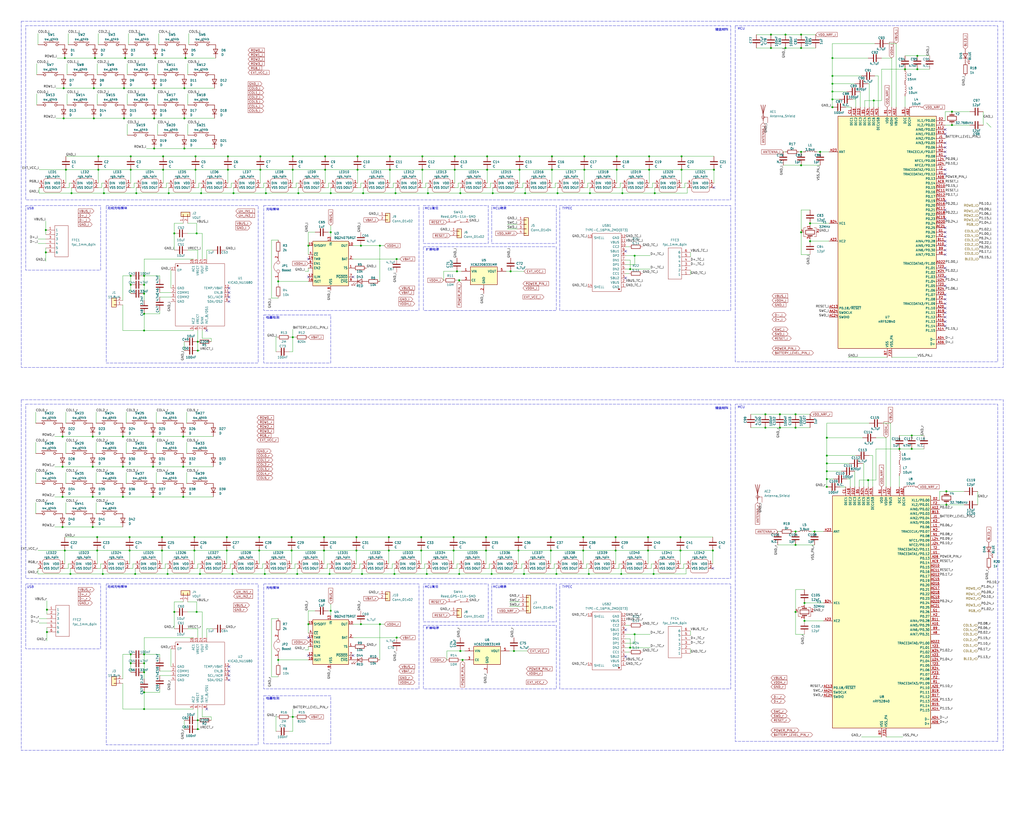
<source format=kicad_sch>
(kicad_sch (version 20230121) (generator eeschema)
  (paper "User" 581.99 470.992)
  (title_block (title "qhkb") (date "2023-09-30") (rev "1"))
  (junction (at 297.815 326.39))
  (junction (at 262.89 375.285))
  (junction (at 203.2 88.9))
  (junction (at 74.295 156.845))
  (junction (at 36.83 313.055))
  (junction (at 224.155 326.39))
  (junction (at 175.26 354.965))
  (junction (at 537.845 279.4))
  (junction (at 452.12 243.205))
  (junction (at 462.915 302.26))
  (junction (at 111.125 88.9))
  (junction (at 446.405 19.685))
  (junction (at 386.715 313.055))
  (junction (at 434.975 243.205))
  (junction (at 276.86 88.9))
  (junction (at 452.12 235.585))
  (junction (at 260.985 159.385))
  (junction (at 114.3 109.855))
  (junction (at 473.075 47.625))
  (junction (at 455.295 19.685))
  (junction (at 469.9 263.525))
  (junction (at 128.905 305.435))
  (junction (at 368.935 96.52))
  (junction (at 521.335 39.37))
  (junction (at 294.64 313.055))
  (junction (at 40.005 326.39))
  (junction (at 276.225 313.055))
  (junction (at 239.395 313.055))
  (junction (at 537.845 287.02))
  (junction (at 258.445 96.52))
  (junction (at 313.055 313.055))
  (junction (at 104.14 265.43))
  (junction (at 74.295 161.925))
  (junction (at 53.34 50.165))
  (junction (at 36.83 33.02))
  (junction (at 434.975 235.585))
  (junction (at 353.695 109.855))
  (junction (at 92.075 305.435))
  (junction (at 202.565 313.055))
  (junction (at 104.775 67.31))
  (junction (at 184.785 88.9))
  (junction (at 215.9 354.965))
  (junction (at 455.295 93.98))
  (junction (at 105.41 33.02))
  (junction (at 405.13 313.055))
  (junction (at 455.295 86.36))
  (junction (at 460.375 127))
  (junction (at 166.37 88.9))
  (junction (at 316.865 109.855))
  (junction (at 541.02 63.5))
  (junction (at 81.915 161.925))
  (junction (at 460.375 137.16))
  (junction (at 224.79 109.855))
  (junction (at 469.9 248.92))
  (junction (at 74.295 372.11))
  (junction (at 443.23 235.585))
  (junction (at 205.74 326.39))
  (junction (at 349.885 305.435))
  (junction (at 187.325 326.39))
  (junction (at 276.225 305.435))
  (junction (at 69.85 265.43))
  (junction (at 40.64 109.855))
  (junction (at 52.705 265.43))
  (junction (at 86.995 282.575))
  (junction (at 87.63 84.455))
  (junction (at 331.47 305.435))
  (junction (at 52.705 248.285))
  (junction (at 113.665 326.39))
  (junction (at 95.25 326.39))
  (junction (at 73.66 313.055))
  (junction (at 295.275 96.52))
  (junction (at 169.545 109.855))
  (junction (at 36.195 67.31))
  (junction (at 86.995 265.43))
  (junction (at 206.375 109.855))
  (junction (at 35.56 282.575))
  (junction (at 147.955 88.9))
  (junction (at 239.395 305.435))
  (junction (at 59.055 109.855))
  (junction (at 26.67 359.41))
  (junction (at 466.09 86.36))
  (junction (at 147.955 96.52))
  (junction (at 110.49 313.055))
  (junction (at 332.105 88.9))
  (junction (at 26.035 130.81))
  (junction (at 358.14 153.035))
  (junction (at 353.06 326.39))
  (junction (at 92.71 88.9))
  (junction (at 73.66 305.435))
  (junction (at 104.14 282.575))
  (junction (at 335.28 109.855))
  (junction (at 221.615 88.9))
  (junction (at 452.12 302.26))
  (junction (at 165.735 305.435))
  (junction (at 55.245 305.435))
  (junction (at 438.15 19.685))
  (junction (at 187.96 347.345))
  (junction (at 225.425 147.32))
  (junction (at 187.96 109.855))
  (junction (at 53.34 67.31))
  (junction (at 446.405 27.305))
  (junction (at 368.935 88.9))
  (junction (at 518.16 247.65))
  (junction (at 292.1 370.205))
  (junction (at 150.495 326.39))
  (junction (at 81.915 393.7))
  (junction (at 35.56 248.285))
  (junction (at 220.98 305.435))
  (junction (at 469.9 267.97))
  (junction (at 128.905 313.055))
  (junction (at 132.08 326.39))
  (junction (at 81.915 156.845))
  (junction (at 70.485 50.165))
  (junction (at 469.9 259.08))
  (junction (at 69.85 248.285))
  (junction (at 261.62 370.205))
  (junction (at 438.15 27.305))
  (junction (at 313.69 96.52))
  (junction (at 111.76 132.715))
  (junction (at 112.395 409.575))
  (junction (at 215.9 139.7))
  (junction (at 55.88 96.52))
  (junction (at 405.765 96.52))
  (junction (at 452.12 347.98))
  (junction (at 77.47 109.855))
  (junction (at 496.57 57.15))
  (junction (at 457.2 353.06))
  (junction (at 99.06 132.715))
  (junction (at 132.715 109.855))
  (junction (at 240.03 96.52))
  (junction (at 104.14 248.285))
  (junction (at 147.32 313.055))
  (junction (at 74.295 377.19))
  (junction (at 129.54 88.9))
  (junction (at 88.265 33.02))
  (junction (at 368.3 313.055))
  (junction (at 313.055 305.435))
  (junction (at 259.715 154.305))
  (junction (at 205.105 139.7))
  (junction (at 184.15 313.055))
  (junction (at 350.52 88.9))
  (junction (at 55.245 313.055))
  (junction (at 71.12 33.02))
  (junction (at 387.35 88.9))
  (junction (at 104.775 50.165))
  (junction (at 452.12 309.88))
  (junction (at 151.13 109.855))
  (junction (at 257.81 313.055))
  (junction (at 129.54 96.52))
  (junction (at 332.105 96.52))
  (junction (at 92.71 96.52))
  (junction (at 541.02 71.12))
  (junction (at 69.85 282.575))
  (junction (at 518.16 255.27))
  (junction (at 350.52 96.52))
  (junction (at 372.11 109.855))
  (junction (at 111.125 96.52))
  (junction (at 334.645 326.39))
  (junction (at 166.37 407.67))
  (junction (at 35.56 265.43))
  (junction (at 473.075 60.96))
  (junction (at 110.49 305.435))
  (junction (at 276.86 96.52))
  (junction (at 58.42 326.39))
  (junction (at 220.98 313.055))
  (junction (at 221.615 96.52))
  (junction (at 184.15 305.435))
  (junction (at 81.915 167.005))
  (junction (at 473.075 43.18))
  (junction (at 493.395 273.05))
  (junction (at 37.465 96.52))
  (junction (at 257.81 305.435))
  (junction (at 92.075 313.055))
  (junction (at 521.335 31.75))
  (junction (at 99.06 347.98))
  (junction (at 473.075 33.02))
  (junction (at 243.205 109.855))
  (junction (at 360.68 360.68))
  (junction (at 205.105 354.965))
  (junction (at 386.715 305.435))
  (junction (at 240.03 88.9))
  (junction (at 111.76 347.98))
  (junction (at 87.63 50.165))
  (junction (at 298.45 109.855))
  (junction (at 166.37 191.77))
  (junction (at 225.425 362.585))
  (junction (at 258.445 88.9))
  (junction (at 473.075 56.515))
  (junction (at 316.23 326.39))
  (junction (at 81.915 187.96))
  (junction (at 290.195 154.305))
  (junction (at 387.35 96.52))
  (junction (at 260.985 326.39))
  (junction (at 187.96 132.08))
  (junction (at 26.035 143.51))
  (junction (at 104.775 84.455))
  (junction (at 52.705 299.72))
  (junction (at 112.395 199.39))
  (junction (at 168.91 326.39))
  (junction (at 469.9 272.415))
  (junction (at 165.735 313.055))
  (junction (at 52.705 282.575))
  (junction (at 349.885 313.055))
  (junction (at 147.32 305.435))
  (junction (at 74.295 96.52))
  (junction (at 87.63 67.31))
  (junction (at 53.975 33.02))
  (junction (at 331.47 313.055))
  (junction (at 469.9 276.86))
  (junction (at 74.295 88.9))
  (junction (at 175.26 139.7))
  (junction (at 368.3 305.435))
  (junction (at 86.995 248.285))
  (junction (at 26.67 346.71))
  (junction (at 295.275 88.9))
  (junction (at 81.915 403.225))
  (junction (at 313.69 88.9))
  (junction (at 81.915 372.11))
  (junction (at 81.915 377.19))
  (junction (at 279.4 326.39))
  (junction (at 158.115 375.285))
  (junction (at 511.175 255.27))
  (junction (at 95.885 109.855))
  (junction (at 184.785 96.52))
  (junction (at 455.295 27.305))
  (junction (at 76.835 326.39))
  (junction (at 158.115 160.02))
  (junction (at 371.475 326.39))
  (junction (at 166.37 96.52))
  (junction (at 81.915 178.435))
  (junction (at 473.075 52.07))
  (junction (at 514.35 39.37))
  (junction (at 294.64 305.435))
  (junction (at 55.88 88.9))
  (junction (at 280.035 109.855))
  (junction (at 35.56 299.72))
  (junction (at 358.14 368.3))
  (junction (at 203.2 96.52))
  (junction (at 457.2 342.9))
  (junction (at 360.68 145.415))
  (junction (at 81.915 382.27))
  (junction (at 443.23 243.205))
  (junction (at 242.57 326.39))
  (junction (at 36.195 50.165))
  (junction (at 202.565 305.435))
  (junction (at 112.395 194.31))
  (junction (at 261.62 109.855))
  (junction (at 455.295 132.08))
  (junction (at 70.485 67.31))
  (junction (at 112.395 414.655))
  (no_connect (at 537.21 137.16))
  (no_connect (at 130.175 384.175))
  (no_connect (at 537.21 177.8))
  (no_connect (at 130.175 166.37))
  (no_connect (at 537.21 172.72))
  (no_connect (at 537.21 167.64))
  (no_connect (at 537.21 144.78))
  (no_connect (at 537.21 170.18))
  (no_connect (at 355.6 358.14))
  (no_connect (at 537.21 129.54))
  (no_connect (at 130.175 379.095))
  (no_connect (at 537.21 119.38))
  (no_connect (at 537.21 124.46))
  (no_connect (at 537.21 182.88))
  (no_connect (at 537.21 96.52))
  (no_connect (at 117.475 187.96))
  (no_connect (at 537.21 175.26))
  (no_connect (at 537.21 142.24))
  (no_connect (at 200.66 372.745))
  (no_connect (at 175.26 147.32))
  (no_connect (at 537.21 157.48))
  (no_connect (at 355.6 373.38))
  (no_connect (at 130.175 381.635))
  (no_connect (at 405.765 106.68))
  (no_connect (at 537.21 152.4))
  (no_connect (at 200.66 157.48))
  (no_connect (at 175.26 362.585))
  (no_connect (at 130.175 163.83))
  (no_connect (at 537.21 83.82))
  (no_connect (at 537.21 139.7))
  (no_connect (at 537.21 180.34))
  (no_connect (at 117.475 403.225))
  (no_connect (at 537.21 162.56))
  (no_connect (at 130.175 386.715))
  (no_connect (at 537.21 134.62))
  (no_connect (at 537.21 81.28))
  (no_connect (at 130.175 171.45))
  (no_connect (at 405.13 323.215))
  (no_connect (at 130.175 168.91))
  (no_connect (at 355.6 142.875))
  (no_connect (at 537.21 88.9))
  (no_connect (at 537.21 86.36))
  (no_connect (at 175.26 157.48))
  (no_connect (at 537.21 76.2))
  (no_connect (at 355.6 158.115))
  (no_connect (at 175.26 372.745))
  (no_connect (at 537.21 132.08))
  (no_connect (at 537.21 99.06))
  (no_connect (at 537.21 114.3))
  (no_connect (at 537.21 185.42))
  (no_connect (at 537.21 73.66))
  (bus_entry (at 560.705 69.85) (size 2.54 2.54))
  (wire (pts (xy 55.245 320.675) (xy 55.245 313.055)))
  (wire (pts (xy 106.045 268.605) (xy 106.045 274.955)))
  (wire (pts (xy 295.275 96.52) (xy 276.86 96.52)))
  (wire (pts (xy 26.67 359.41) (xy 26.67 364.49)))
  (wire (pts (xy 276.86 88.9) (xy 295.275 88.9)))
  (wire (pts (xy 106.68 36.195) (xy 106.68 42.545)))
  (wire (pts (xy 112.395 323.215) (xy 112.395 320.675)))
  (wire (pts (xy 496.57 57.15) (xy 501.015 57.15)))
  (wire (pts (xy 112.395 194.31) (xy 112.395 199.39)))
  (wire (pts (xy 187.325 323.215) (xy 187.325 326.39)))
  (wire (pts (xy 360.68 145.415) (xy 369.57 145.415)))
  (wire (pts (xy 390.525 109.855) (xy 372.11 109.855)))
  (wire (pts (xy 368.935 88.9) (xy 387.35 88.9)))
  (wire (pts (xy 332.105 88.9) (xy 350.52 88.9)))
  (wire (pts (xy 389.255 104.14) (xy 390.525 104.14)))
  (wire (pts (xy 481.33 272.415) (xy 483.235 272.415)))
  (wire (pts (xy 36.195 67.31) (xy 53.34 67.31)))
  (wire (pts (xy 240.03 104.14) (xy 240.03 96.52)))
  (wire (pts (xy 205.105 106.68) (xy 205.105 104.14)))
  (wire (pts (xy 296.545 320.675) (xy 297.815 320.675)))
  (wire (pts (xy 221.615 104.14) (xy 221.615 96.52)))
  (wire (pts (xy 20.955 53.34) (xy 20.955 59.69)))
  (wire (pts (xy 38.1 36.195) (xy 38.1 42.545)))
  (wire (pts (xy 295.275 88.9) (xy 313.69 88.9)))
  (wire (pts (xy 92.075 313.055) (xy 73.66 313.055)))
  (wire (pts (xy 499.11 43.18) (xy 497.205 43.18)))
  (wire (pts (xy 74.295 377.19) (xy 74.295 382.27)))
  (wire (pts (xy 73.66 320.675) (xy 73.66 313.055)))
  (wire (pts (xy 114.935 187.96) (xy 114.935 192.405)))
  (wire (pts (xy 355.6 147.955) (xy 358.14 147.955)))
  (wire (pts (xy 405.765 104.14) (xy 405.765 96.52)))
  (wire (pts (xy 490.855 276.86) (xy 490.855 263.525)))
  (wire (pts (xy 131.445 106.68) (xy 131.445 104.14)))
  (wire (pts (xy 73.66 323.215) (xy 75.565 323.215)))
  (wire (pts (xy 186.69 347.345) (xy 187.96 347.345)))
  (wire (pts (xy 90.805 391.795) (xy 90.805 393.7)))
  (wire (pts (xy 106.68 142.24) (xy 112.395 142.24)))
  (wire (pts (xy 154.305 169.545) (xy 154.305 136.525)))
  (wire (pts (xy 55.245 305.435) (xy 73.66 305.435)))
  (wire (pts (xy 501.015 33.02) (xy 506.73 33.02)))
  (wire (pts (xy 243.205 109.855) (xy 224.79 109.855)))
  (wire (pts (xy 221.615 106.68) (xy 223.52 106.68)))
  (wire (pts (xy 132.715 106.68) (xy 132.715 109.855)))
  (wire (pts (xy 521.335 39.37) (xy 528.32 39.37)))
  (wire (pts (xy 368.3 323.215) (xy 370.205 323.215)))
  (wire (pts (xy 349.885 313.055) (xy 331.47 313.055)))
  (wire (pts (xy 469.9 240.665) (xy 469.9 248.92)))
  (wire (pts (xy 106.68 127) (xy 111.76 127)))
  (wire (pts (xy 149.86 104.14) (xy 151.13 104.14)))
  (wire (pts (xy 452.12 335.28) (xy 452.12 347.98)))
  (wire (pts (xy 482.6 263.525) (xy 469.9 263.525)))
  (wire (pts (xy 175.26 354.965) (xy 175.26 360.045)))
  (wire (pts (xy 260.985 159.385) (xy 262.255 159.385)))
  (wire (pts (xy 186.055 320.675) (xy 187.325 320.675)))
  (wire (pts (xy 372.11 106.68) (xy 372.11 109.855)))
  (wire (pts (xy 21.59 313.055) (xy 36.83 313.055)))
  (wire (pts (xy 292.1 370.205) (xy 299.72 370.205)))
  (wire (pts (xy 175.26 139.7) (xy 175.26 144.78)))
  (wire (pts (xy 298.45 106.68) (xy 298.45 109.855)))
  (wire (pts (xy 220.98 305.435) (xy 239.395 305.435)))
  (wire (pts (xy 104.775 67.31) (xy 121.92 67.31)))
  (wire (pts (xy 353.06 326.39) (xy 334.645 326.39)))
  (wire (pts (xy 112.395 357.505) (xy 112.395 362.585)))
  (wire (pts (xy 368.3 305.435) (xy 386.715 305.435)))
  (wire (pts (xy 205.74 323.215) (xy 205.74 326.39)))
  (wire (pts (xy 220.98 313.055) (xy 202.565 313.055)))
  (wire (pts (xy 335.28 109.855) (xy 316.865 109.855)))
  (wire (pts (xy 175.26 369.57) (xy 175.26 367.665)))
  (wire (pts (xy 276.86 96.52) (xy 258.445 96.52)))
  (wire (pts (xy 242.57 326.39) (xy 224.155 326.39)))
  (wire (pts (xy 92.075 305.435) (xy 110.49 305.435)))
  (wire (pts (xy 334.01 104.14) (xy 335.28 104.14)))
  (wire (pts (xy 494.03 240.665) (xy 469.9 240.665)))
  (wire (pts (xy 335.28 106.68) (xy 335.28 109.855)))
  (wire (pts (xy 334.645 323.215) (xy 334.645 326.39)))
  (wire (pts (xy 355.6 153.035) (xy 358.14 153.035)))
  (wire (pts (xy 454.025 86.36) (xy 455.295 86.36)))
  (wire (pts (xy 262.89 375.285) (xy 264.16 375.285)))
  (wire (pts (xy 355.6 140.335) (xy 357.505 140.335)))
  (wire (pts (xy 387.35 88.9) (xy 405.765 88.9)))
  (wire (pts (xy 204.47 323.215) (xy 204.47 320.675)))
  (wire (pts (xy 112.395 187.96) (xy 112.395 194.31)))
  (wire (pts (xy 114.3 109.855) (xy 95.885 109.855)))
  (wire (pts (xy 74.295 88.9) (xy 92.71 88.9)))
  (wire (pts (xy 221.615 96.52) (xy 203.2 96.52)))
  (wire (pts (xy 203.2 104.14) (xy 203.2 96.52)))
  (wire (pts (xy 455.295 119.38) (xy 455.295 132.08)))
  (wire (pts (xy 32.385 33.02) (xy 36.83 33.02)))
  (wire (pts (xy 92.075 320.675) (xy 92.075 313.055)))
  (wire (pts (xy 156.845 415.925) (xy 156.845 407.67)))
  (wire (pts (xy 87.63 50.165) (xy 104.775 50.165)))
  (wire (pts (xy 74.295 106.68) (xy 76.2 106.68)))
  (wire (pts (xy 179.07 347.345) (xy 175.26 347.345)))
  (wire (pts (xy 184.785 104.14) (xy 184.785 96.52)))
  (wire (pts (xy 506.095 240.665) (xy 506.095 276.86)))
  (wire (pts (xy 117.475 142.24) (xy 120.65 142.24)))
  (wire (pts (xy 95.885 109.855) (xy 77.47 109.855)))
  (wire (pts (xy 472.44 60.96) (xy 473.075 60.96)))
  (wire (pts (xy 260.985 160.02) (xy 260.985 159.385)))
  (wire (pts (xy 87.63 67.31) (xy 104.775 67.31)))
  (wire (pts (xy 372.11 109.855) (xy 353.695 109.855)))
  (wire (pts (xy 387.35 96.52) (xy 368.935 96.52)))
  (wire (pts (xy 184.15 305.435) (xy 202.565 305.435)))
  (wire (pts (xy 225.425 362.585) (xy 227.33 362.585)))
  (wire (pts (xy 92.71 104.14) (xy 92.71 96.52)))
  (wire (pts (xy 158.115 160.02) (xy 175.26 160.02)))
  (wire (pts (xy 200.66 362.585) (xy 225.425 362.585)))
  (wire (pts (xy 514.35 39.37) (xy 521.335 39.37)))
  (wire (pts (xy 111.125 88.9) (xy 129.54 88.9)))
  (wire (pts (xy 71.12 33.02) (xy 88.265 33.02)))
  (wire (pts (xy 429.895 19.685) (xy 438.15 19.685)))
  (wire (pts (xy 130.81 323.215) (xy 130.81 320.675)))
  (wire (pts (xy 469.9 267.97) (xy 469.9 272.415)))
  (wire (pts (xy 166.37 415.925) (xy 164.465 415.925)))
  (wire (pts (xy 370.84 104.14) (xy 372.11 104.14)))
  (wire (pts (xy 36.83 33.02) (xy 53.975 33.02)))
  (wire (pts (xy 166.37 200.025) (xy 166.37 191.77)))
  (wire (pts (xy 314.96 323.215) (xy 314.96 320.675)))
  (wire (pts (xy 74.295 372.11) (xy 69.85 372.11)))
  (wire (pts (xy 97.155 153.67) (xy 97.155 163.83)))
  (wire (pts (xy 31.115 299.72) (xy 35.56 299.72)))
  (wire (pts (xy 486.41 259.08) (xy 469.9 259.08)))
  (wire (pts (xy 537.845 279.4) (xy 548.005 279.4)))
  (wire (pts (xy 334.645 326.39) (xy 316.23 326.39)))
  (wire (pts (xy 278.765 104.14) (xy 280.035 104.14)))
  (wire (pts (xy 132.715 109.855) (xy 114.3 109.855)))
  (wire (pts (xy 313.055 320.675) (xy 313.055 313.055)))
  (wire (pts (xy 241.3 320.675) (xy 242.57 320.675)))
  (wire (pts (xy 455.295 27.305) (xy 463.55 27.305)))
  (wire (pts (xy 114.935 147.32) (xy 114.935 132.715)))
  (wire (pts (xy 295.275 106.68) (xy 297.18 106.68)))
  (wire (pts (xy 99.06 142.24) (xy 99.06 132.715)))
  (wire (pts (xy 349.885 320.675) (xy 349.885 313.055)))
  (wire (pts (xy 260.35 106.68) (xy 260.35 104.14)))
  (wire (pts (xy 496.57 57.15) (xy 496.57 60.96)))
  (wire (pts (xy 392.43 368.935) (xy 392.43 371.475)))
  (wire (pts (xy 59.055 109.855) (xy 40.64 109.855)))
  (wire (pts (xy 276.225 320.675) (xy 276.225 313.055)))
  (wire (pts (xy 26.035 130.81) (xy 26.035 133.35)))
  (wire (pts (xy 73.025 19.05) (xy 73.025 25.4)))
  (wire (pts (xy 467.995 342.9) (xy 457.2 342.9)))
  (wire (pts (xy 54.61 285.75) (xy 54.61 292.1)))
  (wire (pts (xy 446.405 19.685) (xy 455.295 19.685)))
  (wire (pts (xy 169.545 106.68) (xy 169.545 109.855)))
  (wire (pts (xy 252.095 159.385) (xy 252.095 154.305)))
  (wire (pts (xy 477.52 276.86) (xy 480.695 276.86)))
  (wire (pts (xy 260.985 323.215) (xy 260.985 326.39)))
  (wire (pts (xy 113.03 104.14) (xy 114.3 104.14)))
  (wire (pts (xy 203.2 106.68) (xy 205.105 106.68)))
  (wire (pts (xy 184.785 96.52) (xy 166.37 96.52)))
  (wire (pts (xy 104.14 248.285) (xy 121.285 248.285)))
  (wire (pts (xy 280.035 106.68) (xy 280.035 109.855)))
  (wire (pts (xy 257.81 323.215) (xy 259.715 323.215)))
  (wire (pts (xy 276.86 106.68) (xy 278.765 106.68)))
  (wire (pts (xy 86.995 265.43) (xy 104.14 265.43)))
  (wire (pts (xy 55.245 53.34) (xy 55.245 59.69)))
  (wire (pts (xy 333.375 323.215) (xy 333.375 320.675)))
  (wire (pts (xy 513.08 419.1) (xy 503.555 419.1)))
  (wire (pts (xy 509.27 24.765) (xy 509.27 60.96)))
  (wire (pts (xy 76.2 106.68) (xy 76.2 104.14)))
  (wire (pts (xy 26.035 125.73) (xy 26.035 130.81)))
  (wire (pts (xy 452.12 235.585) (xy 460.375 235.585)))
  (wire (pts (xy 88.9 251.46) (xy 88.9 257.81)))
  (wire (pts (xy 315.595 106.68) (xy 315.595 104.14)))
  (wire (pts (xy 90.805 176.53) (xy 90.805 178.435)))
  (wire (pts (xy 495.935 276.86) (xy 495.935 259.08)))
  (wire (pts (xy 261.62 109.855) (xy 243.205 109.855)))
  (wire (pts (xy 203.2 96.52) (xy 184.785 96.52)))
  (wire (pts (xy 184.785 88.9) (xy 203.2 88.9)))
  (wire (pts (xy 355.6 360.68) (xy 360.68 360.68)))
  (wire (pts (xy 93.98 320.675) (xy 95.25 320.675)))
  (wire (pts (xy 20.32 268.605) (xy 20.32 274.955)))
  (wire (pts (xy 405.13 320.675) (xy 405.13 313.055)))
  (wire (pts (xy 215.9 354.965) (xy 218.44 354.965)))
  (wire (pts (xy 112.395 409.575) (xy 112.395 414.655)))
  (wire (pts (xy 166.37 96.52) (xy 147.955 96.52)))
  (wire (pts (xy 350.52 104.14) (xy 350.52 96.52)))
  (wire (pts (xy 92.71 106.68) (xy 94.615 106.68)))
  (wire (pts (xy 204.47 320.675) (xy 205.74 320.675)))
  (wire (pts (xy 167.64 191.77) (xy 166.37 191.77)))
  (wire (pts (xy 434.975 243.205) (xy 443.23 243.205)))
  (wire (pts (xy 473.075 56.515) (xy 476.885 56.515)))
  (wire (pts (xy 202.565 323.215) (xy 204.47 323.215)))
  (wire (pts (xy 261.62 370.205) (xy 264.16 370.205)))
  (wire (pts (xy 165.735 313.055) (xy 147.32 313.055)))
  (wire (pts (xy 81.915 372.11) (xy 90.805 372.11)))
  (wire (pts (xy 147.32 305.435) (xy 165.735 305.435)))
  (wire (pts (xy 37.465 285.75) (xy 37.465 292.1)))
  (wire (pts (xy 464.185 86.36) (xy 466.09 86.36)))
  (wire (pts (xy 111.125 104.14) (xy 111.125 96.52)))
  (wire (pts (xy 128.905 323.215) (xy 130.81 323.215)))
  (wire (pts (xy 94.615 104.14) (xy 95.885 104.14)))
  (wire (pts (xy 497.84 255.27) (xy 497.84 273.05)))
  (wire (pts (xy 506.095 240.665) (xy 501.65 240.665)))
  (wire (pts (xy 81.915 403.225) (xy 81.915 393.7)))
  (wire (pts (xy 355.6 363.22) (xy 358.14 363.22)))
  (wire (pts (xy 36.83 323.215) (xy 38.735 323.215)))
  (wire (pts (xy 280.035 109.855) (xy 261.62 109.855)))
  (wire (pts (xy 518.16 247.65) (xy 525.145 247.65)))
  (wire (pts (xy 261.62 106.68) (xy 261.62 109.855)))
  (wire (pts (xy 386.715 320.675) (xy 386.715 313.055)))
  (wire (pts (xy 471.17 137.16) (xy 460.375 137.16)))
  (wire (pts (xy 74.295 104.14) (xy 74.295 96.52)))
  (wire (pts (xy 278.765 106.68) (xy 278.765 104.14)))
  (wire (pts (xy 215.9 139.7) (xy 218.44 139.7)))
  (wire (pts (xy 460.375 144.78) (xy 455.295 144.78)))
  (wire (pts (xy 106.68 53.34) (xy 106.68 59.69)))
  (wire (pts (xy 200.66 354.965) (xy 205.105 354.965)))
  (wire (pts (xy 452.12 302.26) (xy 453.39 302.26)))
  (wire (pts (xy 511.175 270.51) (xy 511.175 276.86)))
  (wire (pts (xy 149.86 106.68) (xy 149.86 104.14)))
  (wire (pts (xy 186.055 323.215) (xy 186.055 320.675)))
  (wire (pts (xy 129.54 96.52) (xy 111.125 96.52)))
  (wire (pts (xy 187.325 326.39) (xy 168.91 326.39)))
  (wire (pts (xy 95.885 106.68) (xy 95.885 109.855)))
  (wire (pts (xy 99.06 357.505) (xy 99.06 347.98)))
  (wire (pts (xy 76.2 104.14) (xy 77.47 104.14)))
  (wire (pts (xy 110.49 305.435) (xy 128.905 305.435)))
  (wire (pts (xy 243.205 106.68) (xy 243.205 109.855)))
  (wire (pts (xy 169.545 109.855) (xy 151.13 109.855)))
  (wire (pts (xy 469.9 263.525) (xy 469.9 267.97)))
  (wire (pts (xy 38.1 53.34) (xy 38.1 59.69)))
  (wire (pts (xy 294.64 323.215) (xy 296.545 323.215)))
  (wire (pts (xy 405.13 313.055) (xy 386.715 313.055)))
  (wire (pts (xy 31.115 248.285) (xy 35.56 248.285)))
  (wire (pts (xy 151.13 109.855) (xy 132.715 109.855)))
  (wire (pts (xy 88.265 33.02) (xy 105.41 33.02)))
  (wire (pts (xy 111.125 106.68) (xy 113.03 106.68)))
  (wire (pts (xy 222.885 323.215) (xy 222.885 320.675)))
  (wire (pts (xy 37.465 268.605) (xy 37.465 274.955)))
  (wire (pts (xy 294.64 305.435) (xy 313.055 305.435)))
  (wire (pts (xy 389.89 323.215) (xy 389.89 326.39)))
  (wire (pts (xy 298.45 109.855) (xy 280.035 109.855)))
  (wire (pts (xy 129.54 104.14) (xy 129.54 96.52)))
  (wire (pts (xy 200.66 139.7) (xy 205.105 139.7)))
  (wire (pts (xy 491.49 57.15) (xy 496.57 57.15)))
  (wire (pts (xy 158.115 159.385) (xy 158.115 160.02)))
  (wire (pts (xy 368.935 104.14) (xy 368.935 96.52)))
  (wire (pts (xy 156.845 200.025) (xy 156.845 191.77)))
  (wire (pts (xy 88.9 268.605) (xy 88.9 274.955)))
  (wire (pts (xy 179.07 132.08) (xy 175.26 132.08)))
  (wire (pts (xy 315.595 104.14) (xy 316.865 104.14)))
  (wire (pts (xy 537.21 71.12) (xy 541.02 71.12)))
  (wire (pts (xy 313.69 104.14) (xy 313.69 96.52)))
  (wire (pts (xy 205.105 104.14) (xy 206.375 104.14)))
  (wire (pts (xy 87.63 84.455) (xy 104.775 84.455)))
  (wire (pts (xy 288.29 130.175) (xy 294.005 130.175)))
  (wire (pts (xy 355.6 368.3) (xy 358.14 368.3)))
  (wire (pts (xy 450.85 302.26) (xy 452.12 302.26)))
  (wire (pts (xy 81.915 187.96) (xy 69.85 187.96)))
  (wire (pts (xy 316.23 326.39) (xy 297.815 326.39)))
  (wire (pts (xy 386.715 305.435) (xy 405.13 305.435)))
  (wire (pts (xy 242.57 323.215) (xy 242.57 326.39)))
  (wire (pts (xy 81.915 156.845) (xy 81.915 161.925)))
  (wire (pts (xy 349.885 323.215) (xy 351.79 323.215)))
  (wire (pts (xy 31.75 67.31) (xy 36.195 67.31)))
  (wire (pts (xy 537.21 63.5) (xy 537.21 68.58)))
  (wire (pts (xy 387.35 106.68) (xy 389.255 106.68)))
  (wire (pts (xy 389.255 106.68) (xy 389.255 104.14)))
  (wire (pts (xy 279.4 326.39) (xy 260.985 326.39)))
  (wire (pts (xy 72.39 36.195) (xy 72.39 42.545)))
  (wire (pts (xy 537.845 287.02) (xy 548.005 287.02)))
  (wire (pts (xy 537.845 279.4) (xy 534.035 279.4)))
  (wire (pts (xy 53.34 67.31) (xy 70.485 67.31)))
  (wire (pts (xy 26.035 140.97) (xy 26.035 143.51)))
  (wire (pts (xy 483.235 272.415) (xy 483.235 276.86)))
  (wire (pts (xy 59.055 106.68) (xy 59.055 109.855)))
  (wire (pts (xy 313.69 106.68) (xy 315.595 106.68)))
  (wire (pts (xy 37.465 104.14) (xy 37.465 96.52)))
  (wire (pts (xy 473.075 60.96) (xy 473.075 56.515)))
  (wire (pts (xy 21.59 138.43) (xy 26.035 138.43)))
  (wire (pts (xy 287.655 154.305) (xy 290.195 154.305)))
  (wire (pts (xy 38.735 323.215) (xy 38.735 320.675)))
  (wire (pts (xy 497.205 24.765) (xy 473.075 24.765)))
  (wire (pts (xy 296.545 323.215) (xy 296.545 320.675)))
  (wire (pts (xy 55.88 106.68) (xy 57.785 106.68)))
  (wire (pts (xy 69.85 403.225) (xy 69.85 388.62)))
  (wire (pts (xy 289.56 342.265) (xy 295.275 342.265)))
  (wire (pts (xy 90.805 372.11) (xy 90.805 374.015)))
  (wire (pts (xy 368.935 96.52) (xy 350.52 96.52)))
  (wire (pts (xy 434.975 235.585) (xy 443.23 235.585)))
  (wire (pts (xy 114.935 362.585) (xy 114.935 347.98)))
  (wire (pts (xy 37.465 106.68) (xy 39.37 106.68)))
  (wire (pts (xy 70.485 67.31) (xy 87.63 67.31)))
  (wire (pts (xy 21.59 326.39) (xy 21.59 323.215)))
  (wire (pts (xy 316.865 109.855) (xy 298.45 109.855)))
  (wire (pts (xy 541.02 63.5) (xy 551.18 63.5)))
  (wire (pts (xy 106.68 342.265) (xy 111.76 342.265)))
  (wire (pts (xy 175.26 347.345) (xy 175.26 354.965)))
  (wire (pts (xy 74.295 156.845) (xy 69.85 156.845)))
  (wire (pts (xy 358.14 153.035) (xy 369.57 153.035)))
  (wire (pts (xy 503.555 248.92) (xy 503.555 276.86)))
  (wire (pts (xy 205.105 354.965) (xy 215.9 354.965)))
  (wire (pts (xy 35.56 299.72) (xy 52.705 299.72)))
  (wire (pts (xy 186.69 132.08) (xy 187.96 132.08)))
  (wire (pts (xy 104.14 342.265) (xy 99.06 342.265)))
  (wire (pts (xy 511.175 247.65) (xy 518.16 247.65)))
  (wire (pts (xy 114.935 192.405) (xy 120.015 192.405)))
  (wire (pts (xy 81.915 403.225) (xy 69.85 403.225)))
  (wire (pts (xy 40.005 323.215) (xy 40.005 326.39)))
  (wire (pts (xy 205.74 326.39) (xy 187.325 326.39)))
  (wire (pts (xy 53.975 33.02) (xy 71.12 33.02)))
  (wire (pts (xy 95.25 323.215) (xy 95.25 326.39)))
  (wire (pts (xy 276.225 305.435) (xy 294.64 305.435)))
  (wire (pts (xy 109.855 187.96) (xy 81.915 187.96)))
  (wire (pts (xy 99.06 127) (xy 99.06 132.715)))
  (wire (pts (xy 224.155 326.39) (xy 205.74 326.39)))
  (wire (pts (xy 484.505 56.515) (xy 486.41 56.515)))
  (wire (pts (xy 467.995 353.06) (xy 457.2 353.06)))
  (wire (pts (xy 81.915 161.925) (xy 81.915 167.005)))
  (wire (pts (xy 69.85 187.96) (xy 69.85 173.355)))
  (wire (pts (xy 388.62 320.675) (xy 389.89 320.675)))
  (wire (pts (xy 443.23 243.205) (xy 452.12 243.205)))
  (wire (pts (xy 429.895 27.305) (xy 438.15 27.305)))
  (wire (pts (xy 52.705 265.43) (xy 69.85 265.43)))
  (wire (pts (xy 509.27 24.765) (xy 504.825 24.765)))
  (wire (pts (xy 149.225 320.675) (xy 150.495 320.675)))
  (wire (pts (xy 469.9 248.92) (xy 469.9 259.08)))
  (wire (pts (xy 260.35 104.14) (xy 261.62 104.14)))
  (wire (pts (xy 166.37 187.325) (xy 166.37 191.77)))
  (wire (pts (xy 443.23 235.585) (xy 452.12 235.585)))
  (wire (pts (xy 89.535 70.485) (xy 89.535 76.835)))
  (wire (pts (xy 166.37 415.925) (xy 166.37 407.67)))
  (wire (pts (xy 93.98 323.215) (xy 93.98 320.675)))
  (wire (pts (xy 147.32 313.055) (xy 128.905 313.055)))
  (wire (pts (xy 110.49 320.675) (xy 110.49 313.055)))
  (wire (pts (xy 276.86 104.14) (xy 276.86 96.52)))
  (wire (pts (xy 279.4 323.215) (xy 279.4 326.39)))
  (wire (pts (xy 184.15 320.675) (xy 184.15 313.055)))
  (wire (pts (xy 111.76 347.98) (xy 114.935 347.98)))
  (wire (pts (xy 254 370.205) (xy 261.62 370.205)))
  (wire (pts (xy 215.9 160.02) (xy 215.9 139.7)))
  (wire (pts (xy 221.615 88.9) (xy 240.03 88.9)))
  (wire (pts (xy 52.705 248.285) (xy 69.85 248.285)))
  (wire (pts (xy 81.915 156.845) (xy 90.805 156.845)))
  (wire (pts (xy 165.735 320.675) (xy 165.735 313.055)))
  (wire (pts (xy 259.715 159.385) (xy 260.985 159.385)))
  (wire (pts (xy 90.17 19.05) (xy 90.17 25.4)))
  (wire (pts (xy 69.85 372.11) (xy 69.85 386.08)))
  (wire (pts (xy 314.96 320.675) (xy 316.23 320.675)))
  (wire (pts (xy 150.495 326.39) (xy 132.08 326.39)))
  (wire (pts (xy 94.615 106.68) (xy 94.615 104.14)))
  (wire (pts (xy 73.66 305.435) (xy 92.075 305.435)))
  (wire (pts (xy 461.01 302.26) (xy 462.915 302.26)))
  (wire (pts (xy 541.02 71.12) (xy 551.18 71.12)))
  (wire (pts (xy 57.15 320.675) (xy 58.42 320.675)))
  (wire (pts (xy 36.83 320.675) (xy 36.83 313.055)))
  (wire (pts (xy 38.735 19.05) (xy 38.735 25.4)))
  (wire (pts (xy 31.115 282.575) (xy 35.56 282.575)))
  (wire (pts (xy 112.395 142.24) (xy 112.395 147.32)))
  (wire (pts (xy 165.735 323.215) (xy 167.64 323.215)))
  (wire (pts (xy 107.315 19.05) (xy 107.315 25.4)))
  (wire (pts (xy 241.935 106.68) (xy 241.935 104.14)))
  (wire (pts (xy 514.35 54.61) (xy 514.35 60.96)))
  (wire (pts (xy 120.015 407.67) (xy 120.015 409.575)))
  (wire (pts (xy 151.13 106.68) (xy 151.13 109.855)))
  (wire (pts (xy 26.67 341.63) (xy 26.67 346.71)))
  (wire (pts (xy 460.375 119.38) (xy 455.295 119.38)))
  (wire (pts (xy 76.835 326.39) (xy 58.42 326.39)))
  (wire (pts (xy 534.035 279.4) (xy 534.035 284.48)))
  (wire (pts (xy 90.805 178.435) (xy 81.915 178.435)))
  (wire (pts (xy 205.105 139.7) (xy 215.9 139.7)))
  (wire (pts (xy 110.49 313.055) (xy 92.075 313.055)))
  (wire (pts (xy 53.34 50.165) (xy 70.485 50.165)))
  (wire (pts (xy 488.315 276.86) (xy 488.315 273.05)))
  (wire (pts (xy 222.885 320.675) (xy 224.155 320.675)))
  (wire (pts (xy 114.935 407.67) (xy 120.015 407.67)))
  (wire (pts (xy 166.37 106.68) (xy 168.275 106.68)))
  (wire (pts (xy 88.9 234.315) (xy 88.9 240.665)))
  (wire (pts (xy 455.295 19.685) (xy 463.55 19.685)))
  (wire (pts (xy 332.105 96.52) (xy 313.69 96.52)))
  (wire (pts (xy 71.755 251.46) (xy 71.755 257.81)))
  (wire (pts (xy 511.175 255.27) (xy 518.16 255.27)))
  (wire (pts (xy 167.64 323.215) (xy 167.64 320.675)))
  (wire (pts (xy 370.84 106.68) (xy 370.84 104.14)))
  (wire (pts (xy 469.265 276.86) (xy 469.9 276.86)))
  (wire (pts (xy 76.835 323.215) (xy 76.835 326.39)))
  (wire (pts (xy 389.89 326.39) (xy 371.475 326.39)))
  (wire (pts (xy 241.935 104.14) (xy 243.205 104.14)))
  (wire (pts (xy 521.335 203.2) (xy 506.73 203.2)))
  (wire (pts (xy 555.625 279.4) (xy 555.625 287.02)))
  (wire (pts (xy 81.915 382.27) (xy 81.915 386.08)))
  (wire (pts (xy 106.68 357.505) (xy 112.395 357.505)))
  (wire (pts (xy 473.075 52.07) (xy 473.075 56.515)))
  (wire (pts (xy 239.395 323.215) (xy 241.3 323.215)))
  (wire (pts (xy 113.665 326.39) (xy 95.25 326.39)))
  (wire (pts (xy 26.035 143.51) (xy 26.035 148.59)))
  (wire (pts (xy 521.335 31.75) (xy 528.32 31.75)))
  (wire (pts (xy 331.47 313.055) (xy 313.055 313.055)))
  (wire (pts (xy 109.855 147.32) (xy 81.915 147.32)))
  (wire (pts (xy 73.66 313.055) (xy 55.245 313.055)))
  (wire (pts (xy 184.785 106.68) (xy 186.69 106.68)))
  (wire (pts (xy 31.115 265.43) (xy 35.56 265.43)))
  (wire (pts (xy 501.015 39.37) (xy 514.35 39.37)))
  (wire (pts (xy 150.495 323.215) (xy 150.495 326.39)))
  (wire (pts (xy 89.535 53.34) (xy 89.535 59.69)))
  (wire (pts (xy 36.195 50.165) (xy 53.34 50.165)))
  (wire (pts (xy 154.305 351.79) (xy 158.115 351.79)))
  (wire (pts (xy 166.37 403.225) (xy 166.37 407.67)))
  (wire (pts (xy 55.245 323.215) (xy 57.15 323.215)))
  (wire (pts (xy 187.96 128.27) (xy 187.96 132.08)))
  (wire (pts (xy 69.85 156.845) (xy 69.85 170.815)))
  (wire (pts (xy 69.85 248.285) (xy 86.995 248.285)))
  (wire (pts (xy 186.69 104.14) (xy 187.96 104.14)))
  (wire (pts (xy 261.62 375.285) (xy 262.89 375.285)))
  (wire (pts (xy 57.15 323.215) (xy 57.15 320.675)))
  (wire (pts (xy 26.67 356.87) (xy 26.67 359.41)))
  (wire (pts (xy 239.395 313.055) (xy 220.98 313.055)))
  (wire (pts (xy 74.295 161.925) (xy 74.295 167.005)))
  (wire (pts (xy 386.715 313.055) (xy 368.3 313.055)))
  (wire (pts (xy 86.995 248.285) (xy 104.14 248.285)))
  (wire (pts (xy 40.64 106.68) (xy 40.64 109.855)))
  (wire (pts (xy 57.785 106.68) (xy 57.785 104.14)))
  (wire (pts (xy 480.695 60.96) (xy 483.87 60.96)))
  (wire (pts (xy 352.425 104.14) (xy 353.695 104.14)))
  (wire (pts (xy 130.81 320.675) (xy 132.08 320.675)))
  (wire (pts (xy 473.075 47.625) (xy 473.075 52.07)))
  (wire (pts (xy 175.26 132.08) (xy 175.26 139.7)))
  (wire (pts (xy 278.13 320.675) (xy 279.4 320.675)))
  (wire (pts (xy 168.91 326.39) (xy 150.495 326.39)))
  (wire (pts (xy 260.985 326.39) (xy 242.57 326.39)))
  (wire (pts (xy 313.055 313.055) (xy 294.64 313.055)))
  (wire (pts (xy 90.805 156.845) (xy 90.805 158.75)))
  (wire (pts (xy 70.485 50.165) (xy 87.63 50.165)))
  (wire (pts (xy 20.32 234.315) (xy 20.32 240.665)))
  (wire (pts (xy 290.195 154.305) (xy 297.815 154.305)))
  (wire (pts (xy 26.67 346.71) (xy 26.67 349.25)))
  (wire (pts (xy 156.845 407.67) (xy 157.48 407.67)))
  (wire (pts (xy 473.075 43.18) (xy 473.075 47.625)))
  (wire (pts (xy 355.6 155.575) (xy 357.505 155.575)))
  (wire (pts (xy 257.81 313.055) (xy 239.395 313.055)))
  (wire (pts (xy 129.54 88.9) (xy 147.955 88.9)))
  (wire (pts (xy 368.3 320.675) (xy 368.3 313.055)))
  (wire (pts (xy 455.295 93.98) (xy 466.09 93.98)))
  (wire (pts (xy 22.225 109.855) (xy 22.225 106.68)))
  (wire (pts (xy 313.055 305.435) (xy 331.47 305.435)))
  (wire (pts (xy 452.12 309.88) (xy 462.915 309.88)))
  (wire (pts (xy 225.425 147.32) (xy 227.33 147.32)))
  (wire (pts (xy 106.68 132.715) (xy 111.76 132.715)))
  (wire (pts (xy 353.695 109.855) (xy 335.28 109.855)))
  (wire (pts (xy 81.915 167.005) (xy 81.915 170.815)))
  (wire (pts (xy 220.98 323.215) (xy 222.885 323.215)))
  (wire (pts (xy 350.52 106.68) (xy 352.425 106.68)))
  (wire (pts (xy 259.715 323.215) (xy 259.715 320.675)))
  (wire (pts (xy 128.905 305.435) (xy 147.32 305.435)))
  (wire (pts (xy 333.375 320.675) (xy 334.645 320.675)))
  (wire (pts (xy 358.14 363.22) (xy 358.14 368.3)))
  (wire (pts (xy 147.32 320.675) (xy 147.32 313.055)))
  (wire (pts (xy 297.815 326.39) (xy 279.4 326.39)))
  (wire (pts (xy 187.96 109.855) (xy 169.545 109.855)))
  (wire (pts (xy 558.8 63.5) (xy 558.8 71.12)))
  (wire (pts (xy 75.565 320.675) (xy 76.835 320.675)))
  (wire (pts (xy 262.89 375.92) (xy 262.89 375.285)))
  (wire (pts (xy 295.275 104.14) (xy 295.275 96.52)))
  (wire (pts (xy 69.85 282.575) (xy 86.995 282.575)))
  (wire (pts (xy 493.395 273.05) (xy 493.395 276.86)))
  (wire (pts (xy 90.805 166.37) (xy 97.155 166.37)))
  (wire (pts (xy 168.275 104.14) (xy 169.545 104.14)))
  (wire (pts (xy 55.88 96.52) (xy 37.465 96.52)))
  (wire (pts (xy 405.765 96.52) (xy 387.35 96.52)))
  (wire (pts (xy 36.83 305.435) (xy 55.245 305.435)))
  (wire (pts (xy 489.585 43.18) (xy 473.075 43.18)))
  (wire (pts (xy 288.29 127.635) (xy 294.005 127.635)))
  (wire (pts (xy 313.055 323.215) (xy 314.96 323.215)))
  (wire (pts (xy 240.03 88.9) (xy 258.445 88.9)))
  (wire (pts (xy 202.565 305.435) (xy 220.98 305.435)))
  (wire (pts (xy 109.855 362.585) (xy 81.915 362.585)))
  (wire (pts (xy 52.705 282.575) (xy 69.85 282.575)))
  (wire (pts (xy 22.225 354.33) (xy 26.67 354.33)))
  (wire (pts (xy 224.155 323.215) (xy 224.155 326.39)))
  (wire (pts (xy 74.295 372.11) (xy 74.295 377.19)))
  (wire (pts (xy 104.775 194.31) (xy 104.775 199.39)))
  (wire (pts (xy 371.475 323.215) (xy 371.475 326.39)))
  (wire (pts (xy 111.76 127) (xy 111.76 132.715)))
  (wire (pts (xy 257.81 320.675) (xy 257.81 313.055)))
  (wire (pts (xy 186.69 106.68) (xy 186.69 104.14)))
  (wire (pts (xy 112.395 199.39) (xy 113.665 199.39)))
  (wire (pts (xy 97.155 368.935) (xy 97.155 379.095)))
  (wire (pts (xy 132.08 323.215) (xy 132.08 326.39)))
  (wire (pts (xy 258.445 104.14) (xy 258.445 96.52)))
  (wire (pts (xy 75.565 323.215) (xy 75.565 320.675)))
  (wire (pts (xy 469.9 267.97) (xy 478.155 267.97)))
  (wire (pts (xy 166.37 88.9) (xy 184.785 88.9)))
  (wire (pts (xy 22.225 351.79) (xy 26.67 351.79)))
  (wire (pts (xy 113.03 106.68) (xy 113.03 104.14)))
  (wire (pts (xy 316.23 323.215) (xy 316.23 326.39)))
  (wire (pts (xy 494.03 47.625) (xy 493.395 47.625)))
  (wire (pts (xy 331.47 320.675) (xy 331.47 313.055)))
  (wire (pts (xy 252.095 154.305) (xy 259.715 154.305)))
  (wire (pts (xy 106.045 251.46) (xy 106.045 257.81)))
  (wire (pts (xy 55.88 19.05) (xy 55.88 25.4)))
  (wire (pts (xy 154.305 384.81) (xy 154.305 351.79)))
  (wire (pts (xy 173.355 369.57) (xy 175.26 369.57)))
  (wire (pts (xy 493.395 33.02) (xy 473.075 33.02)))
  (wire (pts (xy 158.115 169.545) (xy 154.305 169.545)))
  (wire (pts (xy 370.205 320.675) (xy 371.475 320.675)))
  (wire (pts (xy 200.66 147.32) (xy 225.425 147.32)))
  (wire (pts (xy 92.71 96.52) (xy 74.295 96.52)))
  (wire (pts (xy 92.075 323.215) (xy 93.98 323.215)))
  (wire (pts (xy 175.26 154.305) (xy 175.26 152.4)))
  (wire (pts (xy 294.64 320.675) (xy 294.64 313.055)))
  (wire (pts (xy 460.375 137.16) (xy 460.375 135.89)))
  (wire (pts (xy 224.79 109.855) (xy 206.375 109.855)))
  (wire (pts (xy 55.88 104.14) (xy 55.88 96.52)))
  (wire (pts (xy 111.76 342.265) (xy 111.76 347.98)))
  (wire (pts (xy 158.115 375.285) (xy 175.26 375.285)))
  (wire (pts (xy 368.935 106.68) (xy 370.84 106.68)))
  (wire (pts (xy 355.6 370.84) (xy 357.505 370.84)))
  (wire (pts (xy 426.72 243.205) (xy 434.975 243.205)))
  (wire (pts (xy 40.64 109.855) (xy 22.225 109.855)))
  (wire (pts (xy 72.39 70.485) (xy 72.39 76.835)))
  (wire (pts (xy 331.47 305.435) (xy 349.885 305.435)))
  (wire (pts (xy 113.665 323.215) (xy 113.665 326.39)))
  (wire (pts (xy 77.47 106.68) (xy 77.47 109.855)))
  (wire (pts (xy 54.61 251.46) (xy 54.61 257.81)))
  (wire (pts (xy 184.15 323.215) (xy 186.055 323.215)))
  (wire (pts (xy 104.14 282.575) (xy 121.285 282.575)))
  (wire (pts (xy 350.52 96.52) (xy 332.105 96.52)))
  (wire (pts (xy 460.375 127) (xy 460.375 128.27)))
  (wire (pts (xy 81.915 187.96) (xy 81.915 178.435)))
  (wire (pts (xy 316.865 106.68) (xy 316.865 109.855)))
  (wire (pts (xy 154.305 136.525) (xy 158.115 136.525)))
  (wire (pts (xy 90.805 384.175) (xy 97.155 384.175)))
  (wire (pts (xy 21.59 19.05) (xy 21.59 25.4)))
  (wire (pts (xy 112.395 320.675) (xy 113.665 320.675)))
  (wire (pts (xy 86.995 282.575) (xy 104.14 282.575)))
  (wire (pts (xy 276.225 313.055) (xy 257.81 313.055)))
  (wire (pts (xy 351.79 323.215) (xy 351.79 320.675)))
  (wire (pts (xy 112.395 403.225) (xy 112.395 409.575)))
  (wire (pts (xy 313.69 88.9) (xy 332.105 88.9)))
  (wire (pts (xy 350.52 88.9) (xy 368.935 88.9)))
  (wire (pts (xy 37.465 251.46) (xy 37.465 257.81)))
  (wire (pts (xy 111.76 132.715) (xy 114.935 132.715)))
  (wire (pts (xy 90.805 393.7) (xy 81.915 393.7)))
  (wire (pts (xy 187.96 132.08) (xy 187.96 134.62)))
  (wire (pts (xy 441.96 302.26) (xy 443.23 302.26)))
  (wire (pts (xy 187.96 343.535) (xy 187.96 347.345)))
  (wire (pts (xy 471.17 127) (xy 460.375 127)))
  (wire (pts (xy 541.02 63.5) (xy 537.21 63.5)))
  (wire (pts (xy 57.785 104.14) (xy 59.055 104.14)))
  (wire (pts (xy 104.775 84.455) (xy 121.92 84.455)))
  (wire (pts (xy 22.225 96.52) (xy 37.465 96.52)))
  (wire (pts (xy 445.135 93.98) (xy 455.295 93.98)))
  (wire (pts (xy 258.445 88.9) (xy 276.86 88.9)))
  (wire (pts (xy 469.9 259.08) (xy 469.9 263.525)))
  (wire (pts (xy 438.15 27.305) (xy 446.405 27.305)))
  (wire (pts (xy 493.395 273.05) (xy 497.84 273.05)))
  (wire (pts (xy 370.205 323.215) (xy 370.205 320.675)))
  (wire (pts (xy 90.805 381.635) (xy 97.155 381.635)))
  (wire (pts (xy 54.61 234.315) (xy 54.61 240.665)))
  (wire (pts (xy 355.6 145.415) (xy 360.68 145.415)))
  (wire (pts (xy 497.84 255.27) (xy 511.175 255.27)))
  (wire (pts (xy 220.98 320.675) (xy 220.98 313.055)))
  (wire (pts (xy 187.96 106.68) (xy 187.96 109.855)))
  (wire (pts (xy 259.715 154.305) (xy 262.255 154.305)))
  (wire (pts (xy 35.56 265.43) (xy 52.705 265.43)))
  (wire (pts (xy 117.475 147.32) (xy 117.475 142.24)))
  (wire (pts (xy 105.41 33.02) (xy 122.555 33.02)))
  (wire (pts (xy 224.79 106.68) (xy 224.79 109.855)))
  (wire (pts (xy 457.2 335.28) (xy 452.12 335.28)))
  (wire (pts (xy 360.68 150.495) (xy 360.68 145.415)))
  (wire (pts (xy 72.39 53.34) (xy 72.39 59.69)))
  (wire (pts (xy 81.915 362.585) (xy 81.915 372.11)))
  (wire (pts (xy 386.715 323.215) (xy 388.62 323.215)))
  (wire (pts (xy 81.915 147.32) (xy 81.915 156.845)))
  (wire (pts (xy 276.225 323.215) (xy 278.13 323.215)))
  (wire (pts (xy 90.805 168.91) (xy 97.155 168.91)))
  (wire (pts (xy 297.18 104.14) (xy 298.45 104.14)))
  (wire (pts (xy 360.68 360.68) (xy 369.57 360.68)))
  (wire (pts (xy 441.96 309.88) (xy 452.12 309.88)))
  (wire (pts (xy 445.135 86.36) (xy 446.405 86.36)))
  (wire (pts (xy 55.88 88.9) (xy 74.295 88.9)))
  (wire (pts (xy 352.425 106.68) (xy 352.425 104.14)))
  (wire (pts (xy 31.75 50.165) (xy 36.195 50.165)))
  (wire (pts (xy 77.47 109.855) (xy 59.055 109.855)))
  (wire (pts (xy 128.905 313.055) (xy 110.49 313.055)))
  (wire (pts (xy 81.915 377.19) (xy 81.915 382.27)))
  (wire (pts (xy 355.6 150.495) (xy 360.68 150.495)))
  (wire (pts (xy 358.14 368.3) (xy 369.57 368.3)))
  (wire (pts (xy 215.9 375.285) (xy 215.9 354.965)))
  (wire (pts (xy 334.01 106.68) (xy 334.01 104.14)))
  (wire (pts (xy 469.9 276.86) (xy 469.9 272.415)))
  (wire (pts (xy 495.935 259.08) (xy 494.03 259.08)))
  (wire (pts (xy 240.03 96.52) (xy 221.615 96.52)))
  (wire (pts (xy 69.85 265.43) (xy 86.995 265.43)))
  (wire (pts (xy 289.56 370.205) (xy 292.1 370.205)))
  (wire (pts (xy 457.2 342.9) (xy 457.2 344.17)))
  (wire (pts (xy 58.42 326.39) (xy 40.005 326.39)))
  (wire (pts (xy 120.015 192.405) (xy 120.015 194.31)))
  (wire (pts (xy 494.03 60.96) (xy 494.03 47.625)))
  (wire (pts (xy 89.535 36.195) (xy 89.535 42.545)))
  (wire (pts (xy 332.105 106.68) (xy 334.01 106.68)))
  (wire (pts (xy 462.915 302.26) (xy 467.995 302.26)))
  (wire (pts (xy 147.955 104.14) (xy 147.955 96.52)))
  (wire (pts (xy 388.62 323.215) (xy 388.62 320.675)))
  (wire (pts (xy 166.37 104.14) (xy 166.37 96.52)))
  (wire (pts (xy 349.885 305.435) (xy 368.3 305.435)))
  (wire (pts (xy 165.735 305.435) (xy 184.15 305.435)))
  (wire (pts (xy 55.245 36.195) (xy 55.245 42.545)))
  (wire (pts (xy 106.68 70.485) (xy 106.68 76.835)))
  (wire (pts (xy 166.37 200.025) (xy 164.465 200.025)))
  (wire (pts (xy 360.68 365.76) (xy 360.68 360.68)))
  (wire (pts (xy 297.815 323.215) (xy 297.815 326.39)))
  (wire (pts (xy 35.56 282.575) (xy 52.705 282.575)))
  (wire (pts (xy 21.59 135.89) (xy 26.035 135.89)))
  (wire (pts (xy 254 375.285) (xy 254 370.205)))
  (wire (pts (xy 390.525 106.68) (xy 390.525 109.855)))
  (wire (pts (xy 258.445 96.52) (xy 240.03 96.52)))
  (wire (pts (xy 52.705 299.72) (xy 69.85 299.72)))
  (wire (pts (xy 81.915 372.11) (xy 81.915 377.19)))
  (wire (pts (xy 438.15 19.685) (xy 446.405 19.685)))
  (wire (pts (xy 518.16 255.27) (xy 525.145 255.27)))
  (wire (pts (xy 392.43 153.67) (xy 392.43 156.21)))
  (wire (pts (xy 455.295 86.36) (xy 456.565 86.36)))
  (wire (pts (xy 473.075 52.07) (xy 481.33 52.07)))
  (wire (pts (xy 149.225 323.215) (xy 149.225 320.675)))
  (wire (pts (xy 239.395 320.675) (xy 239.395 313.055)))
  (wire (pts (xy 258.445 106.68) (xy 260.35 106.68)))
  (wire (pts (xy 106.045 234.315) (xy 106.045 240.665)))
  (wire (pts (xy 158.115 384.81) (xy 154.305 384.81)))
  (wire (pts (xy 54.61 268.605) (xy 54.61 274.955)))
  (wire (pts (xy 466.09 86.36) (xy 471.17 86.36)))
  (wire (pts (xy 289.56 344.805) (xy 295.275 344.805)))
  (wire (pts (xy 202.565 320.675) (xy 202.565 313.055)))
  (wire (pts (xy 457.2 360.68) (xy 452.12 360.68)))
  (wire (pts (xy 358.14 147.955) (xy 358.14 153.035)))
  (wire (pts (xy 38.735 320.675) (xy 40.005 320.675)))
  (wire (pts (xy 446.405 27.305) (xy 455.295 27.305)))
  (wire (pts (xy 132.08 326.39) (xy 113.665 326.39)))
  (wire (pts (xy 168.91 323.215) (xy 168.91 326.39)))
  (wire (pts (xy 39.37 104.14) (xy 40.64 104.14)))
  (wire (pts (xy 110.49 323.215) (xy 112.395 323.215)))
  (wire (pts (xy 457.2 353.06) (xy 457.2 351.79)))
  (wire (pts (xy 481.965 203.2) (xy 504.19 203.2)))
  (wire (pts (xy 241.3 323.215) (xy 241.3 320.675)))
  (wire (pts (xy 353.06 323.215) (xy 353.06 326.39)))
  (wire (pts (xy 128.905 320.675) (xy 128.905 313.055)))
  (wire (pts (xy 202.565 313.055) (xy 184.15 313.055)))
  (wire (pts (xy 167.64 407.67) (xy 166.37 407.67)))
  (wire (pts (xy 259.715 320.675) (xy 260.985 320.675)))
  (wire (pts (xy 469.9 272.415) (xy 473.71 272.415)))
  (wire (pts (xy 92.71 88.9) (xy 111.125 88.9)))
  (wire (pts (xy 129.54 106.68) (xy 131.445 106.68)))
  (wire (pts (xy 83.185 84.455) (xy 87.63 84.455)))
  (wire (pts (xy 392.43 358.775) (xy 392.43 361.315)))
  (wire (pts (xy 514.35 31.75) (xy 521.335 31.75)))
  (wire (pts (xy 40.005 326.39) (xy 21.59 326.39)))
  (wire (pts (xy 355.6 355.6) (xy 357.505 355.6)))
  (wire (pts (xy 331.47 323.215) (xy 333.375 323.215)))
  (wire (pts (xy 147.955 88.9) (xy 166.37 88.9)))
  (wire (pts (xy 117.475 362.585) (xy 117.475 357.505)))
  (wire (pts (xy 294.64 313.055) (xy 276.225 313.055)))
  (wire (pts (xy 489.585 419.1) (xy 501.015 419.1)))
  (wire (pts (xy 158.115 374.65) (xy 158.115 375.285)))
  (wire (pts (xy 74.295 96.52) (xy 55.88 96.52)))
  (wire (pts (xy 104.775 50.165) (xy 121.92 50.165)))
  (wire (pts (xy 488.95 60.96) (xy 488.95 52.07)))
  (wire (pts (xy 71.755 268.605) (xy 71.755 274.955)))
  (wire (pts (xy 206.375 106.68) (xy 206.375 109.855)))
  (wire (pts (xy 506.73 33.02) (xy 506.73 60.96)))
  (wire (pts (xy 111.125 96.52) (xy 92.71 96.52)))
  (wire (pts (xy 109.855 403.225) (xy 81.915 403.225)))
  (wire (pts (xy 37.465 234.315) (xy 37.465 240.665)))
  (wire (pts (xy 74.295 156.845) (xy 74.295 161.925)))
  (wire (pts (xy 104.14 265.43) (xy 121.285 265.43)))
  (wire (pts (xy 147.955 106.68) (xy 149.86 106.68)))
  (wire (pts (xy 158.115 375.285) (xy 158.115 377.19)))
  (wire (pts (xy 499.11 60.96) (xy 499.11 43.18)))
  (wire (pts (xy 112.395 414.655) (xy 113.665 414.655)))
  (wire (pts (xy 452.12 360.68) (xy 452.12 347.98)))
  (wire (pts (xy 166.37 407.67) (xy 165.1 407.67)))
  (wire (pts (xy 473.075 24.765) (xy 473.075 33.02)))
  (wire (pts (xy 501.015 39.37) (xy 501.015 57.15)))
  (wire (pts (xy 187.96 347.345) (xy 187.96 349.885)))
  (wire (pts (xy 223.52 106.68) (xy 223.52 104.14)))
  (wire (pts (xy 490.855 263.525) (xy 490.22 263.525)))
  (wire (pts (xy 355.6 365.76) (xy 360.68 365.76)))
  (wire (pts (xy 392.43 143.51) (xy 392.43 146.05)))
  (wire (pts (xy 223.52 104.14) (xy 224.79 104.14)))
  (wire (pts (xy 114.3 106.68) (xy 114.3 109.855)))
  (wire (pts (xy 387.35 104.14) (xy 387.35 96.52)))
  (wire (pts (xy 39.37 106.68) (xy 39.37 104.14)))
  (wire (pts (xy 473.075 33.02) (xy 473.075 43.18)))
  (wire (pts (xy 156.845 191.77) (xy 157.48 191.77)))
  (wire (pts (xy 490.22 248.92) (xy 469.9 248.92)))
  (wire (pts (xy 166.37 191.77) (xy 165.1 191.77)))
  (wire (pts (xy 332.105 104.14) (xy 332.105 96.52)))
  (wire (pts (xy 114.935 403.225) (xy 114.935 407.67)))
  (wire (pts (xy 534.035 287.02) (xy 537.845 287.02)))
  (wire (pts (xy 491.49 60.96) (xy 491.49 57.15)))
  (wire (pts (xy 485.775 47.625) (xy 473.075 47.625)))
  (wire (pts (xy 35.56 248.285) (xy 52.705 248.285)))
  (wire (pts (xy 455.295 144.78) (xy 455.295 132.08)))
  (wire (pts (xy 168.275 106.68) (xy 168.275 104.14)))
  (wire (pts (xy 147.32 323.215) (xy 149.225 323.215)))
  (wire (pts (xy 147.955 96.52) (xy 129.54 96.52)))
  (wire (pts (xy 368.3 313.055) (xy 349.885 313.055)))
  (wire (pts (xy 20.32 251.46) (xy 20.32 257.81)))
  (wire (pts (xy 20.32 285.75) (xy 20.32 292.1)))
  (wire (pts (xy 206.375 109.855) (xy 187.96 109.855)))
  (wire (pts (xy 297.18 106.68) (xy 297.18 104.14)))
  (wire (pts (xy 131.445 104.14) (xy 132.715 104.14)))
  (wire (pts (xy 239.395 305.435) (xy 257.81 305.435)))
  (wire (pts (xy 58.42 323.215) (xy 58.42 326.39)))
  (wire (pts (xy 106.68 347.98) (xy 111.76 347.98)))
  (wire (pts (xy 167.64 320.675) (xy 168.91 320.675)))
  (wire (pts (xy 497.84 248.92) (xy 503.555 248.92)))
  (wire (pts (xy 203.2 88.9) (xy 221.615 88.9)))
  (wire (pts (xy 485.775 276.86) (xy 485.775 267.97)))
  (wire (pts (xy 158.115 160.02) (xy 158.115 161.925)))
  (wire (pts (xy 184.15 313.055) (xy 165.735 313.055)))
  (wire (pts (xy 452.12 243.205) (xy 460.375 243.205)))
  (wire (pts (xy 95.25 326.39) (xy 76.835 326.39)))
  (wire (pts (xy 117.475 357.505) (xy 120.65 357.505)))
  (wire (pts (xy 371.475 326.39) (xy 353.06 326.39)))
  (wire (pts (xy 173.355 154.305) (xy 175.26 154.305)))
  (wire (pts (xy 486.41 56.515) (xy 486.41 60.96)))
  (wire (pts (xy 99.06 342.265) (xy 99.06 347.98)))
  (wire (pts (xy 104.775 409.575) (xy 104.775 414.655)))
  (wire (pts (xy 20.955 36.195) (xy 20.955 42.545)))
  (wire (pts (xy 55.245 313.055) (xy 36.83 313.055)))
  (wire (pts (xy 353.695 106.68) (xy 353.695 109.855)))
  (wire (pts (xy 351.79 320.675) (xy 353.06 320.675)))
  (wire (pts (xy 257.81 305.435) (xy 276.225 305.435)))
  (wire (pts (xy 313.69 96.52) (xy 295.275 96.52)))
  (wire (pts (xy 37.465 88.9) (xy 55.88 88.9)))
  (wire (pts (xy 488.315 273.05) (xy 493.395 273.05)))
  (wire (pts (xy 278.13 323.215) (xy 278.13 320.675)))
  (wire (pts (xy 426.72 235.585) (xy 434.975 235.585)))
  (wire (pts (xy 71.755 234.315) (xy 71.755 240.665)))
  (wire (pts (xy 104.14 127) (xy 99.06 127)))
  (wire (pts (xy 240.03 106.68) (xy 241.935 106.68)))
  (rectangle (start 167.005 407.67) (end 167.005 407.67))
  (rectangle (start 149.86 179.07) (end 187.96 206.375) (stroke (width 0) (type dash)))
  (rectangle (start 240.665 140.335) (end 316.23 176.53) (stroke (width 0) (type dash)))
  (rectangle (start 240.665 332.105) (end 277.495 353.695) (stroke (width 0) (type dash)))
  (rectangle (start 14.605 116.84) (end 57.15 153.67) (stroke (width 0) (type dash)))
  (rectangle (start 14.605 332.105) (end 57.15 368.935) (stroke (width 0) (type dash)))
  (rectangle (start 240.665 116.84) (end 277.495 138.43) (stroke (width 0) (type dash)))
  (rectangle (start 417.83 14.605) (end 567.055 205.74) (stroke (width 0) (type dash)))
  (rectangle (start 60.325 116.84) (end 146.685 206.375) (stroke (width 0) (type dash)))
  (rectangle (start 14.605 229.87) (end 415.29 328.93) (stroke (width 0) (type dash)))
  (rectangle (start 279.4 116.84) (end 316.23 138.43) (stroke (width 0) (type dash)))
  (rectangle (start 12.065 12.065) (end 570.23 208.915) (stroke (width 0) (type dash)))
  (rectangle (start 14.605 14.605) (end 415.29 113.665) (stroke (width 0) (type dash)))
  (rectangle (start 279.4 332.105) (end 316.23 353.695) (stroke (width 0) (type dash)))
  (rectangle (start 149.86 116.84) (end 238.125 176.53) (stroke (width 0) (type dash)))
  (rectangle (start 240.665 355.6) (end 316.23 391.795) (stroke (width 0) (type dash)))
  (rectangle (start 167.005 191.77) (end 167.005 191.77))
  (rectangle (start 149.86 395.605) (end 187.96 422.91) (stroke (width 0) (type dash)))
  (rectangle (start 318.135 332.105) (end 415.29 391.795) (stroke (width 0) (type dash)))
  (rectangle (start 417.83 229.87) (end 567.055 421.64) (stroke (width 0) (type dash)))
  (rectangle (start 12.065 227.33) (end 570.23 426.72) (stroke (width 0) (type dash)))
  (rectangle (start 149.86 332.105) (end 238.125 391.795) (stroke (width 0) (type dash)))
  (rectangle (start 318.135 116.84) (end 415.29 176.53) (stroke (width 0) (type dash)))
  (rectangle (start 60.325 332.105) (end 146.685 423.545) (stroke (width 0) (type dash)))
  (text "MCU烧录" (at 280.035 334.645 0) (effects (font (size 1.27 1.27)) (justify left bottom)))
  (text "键盘矩阵" (at 406.4 233.045 0) (effects (font (size 1.27 1.27)) (justify left bottom)))
  (text "MCU" (at 419.1 232.41 0) (effects (font (size 1.27 1.27)) (justify left bottom)))
  (text "MCU" (at 419.1 17.145 0) (effects (font (size 1.27 1.27)) (justify left bottom)))
  (text "扩展电源" (at 241.935 358.14 0) (effects (font (size 1.27 1.27)) (justify left bottom)))
  (text "充电模块" (at 151.13 335.28 0) (effects (font (size 1.27 1.27)) (justify left bottom)))
  (text "USB" (at 15.24 119.38 0) (effects (font (size 1.27 1.27)) (justify left bottom)))
  (text "充电模块" (at 151.13 120.015 0) (effects (font (size 1.27 1.27)) (justify left bottom)))
  (text "TYPEC" (at 319.405 119.38 0) (effects (font (size 1.27 1.27)) (justify left bottom)))
  (text "电量检测" (at 151.13 398.145 0) (effects (font (size 1.27 1.27)) (justify left bottom)))
  (text "无线充电模块" (at 60.96 334.645 0) (effects (font (size 1.27 1.27)) (justify left bottom)))
  (text "MCU烧录" (at 280.035 119.38 0) (effects (font (size 1.27 1.27)) (justify left bottom)))
  (text "MCU复位" (at 241.3 119.38 0) (effects (font (size 1.27 1.27)) (justify left bottom)))
  (text "MCU复位" (at 241.3 334.645 0) (effects (font (size 1.27 1.27)) (justify left bottom)))
  (text "无线充电模块" (at 60.96 119.38 0) (effects (font (size 1.27 1.27)) (justify left bottom)))
  (text "扩展电源" (at 241.935 142.875 0) (effects (font (size 1.27 1.27)) (justify left bottom)))
  (text "TYPEC" (at 319.405 334.645 0) (effects (font (size 1.27 1.27)) (justify left bottom)))
  (text "USB" (at 15.24 334.645 0) (effects (font (size 1.27 1.27)) (justify left bottom)))
  (text "电量检测" (at 151.13 181.61 0) (effects (font (size 1.27 1.27)) (justify left bottom)))
  (text "键盘矩阵" (at 406.4 17.78 0) (effects (font (size 1.27 1.27)) (justify left bottom)))
  (label "BATTERY_LEVEL_PIN_l" (at 166.37 187.325 0))
  (label "GND_l" (at 215.265 122.555 180))
  (label "VBUS_l" (at 111.76 127 0))
  (label "COL0_l" (at 21.59 19.05 0))
  (label "D+_l" (at 21.59 135.89 180))
  (label "SWD_l" (at 288.29 130.175 0))
  (label "GND_r" (at 295.275 339.725 180))
  (label "D-_TC_r" (at 392.43 366.395 0))
  (label "GND_l" (at 99.06 142.24 180))
  (label "P0.09_r" (at 557.53 337.82 0))
  (label "VBUS_TC_l" (at 355.6 160.655 0))
  (label "VSS_PA_l" (at 466.09 93.98 270))
  (label "P0.10_r" (at 534.035 309.88 0))
  (label "GND_r" (at 225.425 370.205 270))
  (label "P0.22_l" (at 537.21 121.92 0))
  (label "GND_r" (at 469.265 276.86 180))
  (label "D+_TC_r" (at 392.43 363.855 0))
  (label "VBUS_TC_r" (at 355.6 353.06 0))
  (label "POWER_PIN_r" (at 534.035 317.5 0))
  (label "GND_l" (at 436.245 69.85 270))
  (label "RESET_r" (at 534.035 320.04 0))
  (label "GND_l" (at 187.96 165.1 270))
  (label "EXT_VCC_l" (at 22.225 96.52 180))
  (label "COL3_r" (at 71.755 251.46 0))
  (label "COL1_l" (at 38.735 19.05 0))
  (label "GND_r" (at 555.625 283.21 0))
  (label "VBUS_l" (at 26.035 125.73 180))
  (label "ROW1_r" (at 31.115 265.43 180))
  (label "GND_r" (at 433.07 285.75 270))
  (label "GND_r" (at 489.585 419.1 180))
  (label "COL0_r" (at 20.32 285.75 0))
  (label "GND_r" (at 457.2 360.68 270))
  (label "VBUS_TC_r" (at 355.6 375.92 0))
  (label "P1.15_r" (at 534.035 403.86 0))
  (label "VRECT_r" (at 113.665 414.655 0))
  (label "COL5_l" (at 107.315 19.05 0))
  (label "COL0_r" (at 20.32 251.46 0))
  (label "P0.20_l" (at 537.21 116.84 0))
  (label "ROW3_l" (at 83.185 84.455 180))
  (label "COL4_l" (at 89.535 70.485 0))
  (label "GND_r" (at 205.105 347.345 90))
  (label "ROW0_r" (at 31.115 248.285 180))
  (label "GND_l" (at 37.465 88.9 0))
  (label "COL3_r" (at 71.755 234.315 0))
  (label "COL5_r" (at 106.045 268.605 0))
  (label "GND_l" (at 26.035 148.59 180))
  (label "GND_r" (at 26.67 364.49 180))
  (label "COL5_r" (at 106.045 251.46 0))
  (label "VSS_PA_l" (at 521.335 203.2 0))
  (label "GND_TC_l" (at 334.01 135.255 180))
  (label "P1.04_r" (at 557.53 334.645 0))
  (label "BATTERY_LEVEL_PIN_r" (at 166.37 403.225 0))
  (label "GND_l" (at 104.775 199.39 270))
  (label "SWC_r" (at 467.995 393.7 180))
  (label "GND_l" (at 472.44 60.96 180))
  (label "P1.02_l" (at 537.21 154.94 0))
  (label "GND_l" (at 259.715 146.685 90))
  (label "P1.06_l" (at 537.21 165.1 0))
  (label "ROW0_l" (at 32.385 33.02 180))
  (label "ROW3_r" (at 31.115 299.72 180))
  (label "ROW2_r" (at 31.115 282.575 180))
  (label "P0.24_r" (at 534.035 342.9 0))
  (label "P1.15_l" (at 556.26 125.095 0))
  (label "P0.08_r" (at 555.625 355.6 0))
  (label "VBUS_TC_r" (at 392.43 358.775 0))
  (label "D-_r" (at 22.225 354.33 180))
  (label "POWER_PIN_l" (at 537.21 101.6 0))
  (label "COL4_r" (at 88.9 268.605 0))
  (label "P0.10_l" (at 556.26 116.84 0))
  (label "COL3_l" (at 72.39 36.195 0))
  (label "D-_r" (at 534.035 408.94 0))
  (label "GND_r" (at 525.145 247.65 90))
  (label "COL1_r" (at 37.465 268.605 0))
  (label "P0.24_l" (at 556.26 136.525 0))
  (label "GND_TC_r" (at 334.01 378.46 180))
  (label "GND_r" (at 266.7 342.265 0))
  (label "GND_l" (at 22.225 109.855 180))
  (label "COL1_r" (at 37.465 285.75 0))
  (label "GND_r" (at 97.155 386.715 270))
  (label "P1.02_r" (at 557.53 347.345 0))
  (label "GND_l" (at 465.455 132.08 0))
  (label "VSS_PA_r" (at 513.08 419.1 0))
  (label "GND_r" (at 154.305 384.81 270))
  (label "P1.00_l" (at 537.21 149.86 0))
  (label "GND_r" (at 187.96 380.365 270))
  (label "COL0_l" (at 20.955 36.195 0))
  (label "COL5_l" (at 106.68 53.34 0))
  (label "D+_TC_r" (at 369.57 360.68 0))
  (label "GND_r" (at 128.27 357.505 0))
  (label "BATTERY_LEVEL_PIN_r" (at 534.035 294.64 0))
  (label "P0.24_r" (at 557.53 344.17 0))
  (label "COL5_r" (at 106.045 234.315 0))
  (label "P0.08_r" (at 534.035 304.8 0))
  (label "GND_r" (at 441.96 309.88 270))
  (label "P0.15_l" (at 556.26 147.32 0))
  (label "GND_TC_l" (at 392.43 156.21 0))
  (label "VSS_PA_r" (at 462.915 309.88 270))
  (label "D+_l" (at 537.21 195.58 0))
  (label "SWC_l" (at 288.29 127.635 0))
  (label "GND_l" (at 175.26 132.08 90))
  (label "VBUS_r" (at 26.67 341.63 180))
  (label "P0.06_r" (at 534.035 299.72 0))
  (label "ROW2_l" (at 31.75 67.31 180))
  (label "D-_TC_l" (at 392.43 151.13 0))
  (label "GND_l" (at 266.7 126.365 0))
  (label "GND_l" (at 548.64 43.18 270))
  (label "SWD_r" (at 467.995 396.24 180))
  (label "COL3_l" (at 72.39 70.485 0))
  (label "P1.00_l" (at 556.26 133.985 0))
  (label "COL4_r" (at 88.9 234.315 0))
  (label "SWD_l" (at 471.17 180.34 180))
  (label "RESET_r" (at 467.995 391.16 180))
  (label "P1.13_r" (at 534.035 398.78 0))
  (label "COL2_r" (at 54.61 285.75 0))
  (label "GND_TC_r" (at 365.125 370.84 0))
  (label "P1.04_l" (at 556.26 127.635 0))
  (label "P1.15_l" (at 537.21 187.96 0))
  (label "COL2_l" (at 55.245 53.34 0))
  (label "GND_r" (at 292.1 362.585 90))
  (label "GND_TC_r" (at 334.01 350.52 180))
  (label "P1.10_r" (at 534.035 391.16 0))
  (label "COL4_l" (at 90.17 19.05 0))
  (label "P0.15_l" (at 537.21 106.68 0))
  (label "GND_r" (at 462.28 347.98 0))
  (label "GND_l" (at 205.105 132.08 90))
  (label "GND_l" (at 294.005 125.095 180))
  (label "COL2_l" (at 55.245 36.195 0))
  (label "COL5_l" (at 106.68 70.485 0))
  (label "P1.10_r" (at 555.625 367.03 0))
  (label "COL1_r" (at 37.465 234.315 0))
  (label "P1.15_r" (at 555.625 363.855 0))
  (label "COL2_r" (at 54.61 234.315 0))
  (label "GND_TC_l" (at 355.6 163.195 0))
  (label "D+_r" (at 534.035 411.48 0))
  (label "P0.17_l" (at 556.26 144.145 0))
  (label "VBUS_TC_l" (at 392.43 143.51 0))
  (label "GND_r" (at 261.62 362.585 90))
  (label "VRECT_r" (at 106.68 357.505 0))
  (label "GND_r" (at 276.86 382.905 270))
  (label "D+_r" (at 22.225 351.79 180))
  (label "GND_r" (at 208.28 367.665 0))
  (label "GND_r" (at 173.355 369.57 180))
  (label "D+_TC_l" (at 392.43 148.59 0))
  (label "COL0_l" (at 20.955 53.34 0))
  (label "P0.02_r" (at 534.035 289.56 0))
  (label "GND_TC_r" (at 355.6 378.46 0))
  (label "GND_TC_r" (at 355.6 350.52 0))
  (label "GND_l" (at 481.965 203.2 0))
  (label "P1.02_r" (at 534.035 370.84 0))
  (label "GND_r" (at 97.155 368.935 180))
  (label "COL1_r" (at 37.465 251.46 0))
  (label "P0.20_l" (at 556.26 141.605 0))
  (label "GND_TC_r" (at 365.125 355.6 0))
  (label "VBUS_r" (at 111.76 342.265 0))
  (label "GND_r" (at 104.775 414.655 270))
  (label "RGB_l" (at 22.225 104.14 180))
  (label "EXT_VCC_r" (at 21.59 313.055 180))
  (label "P0.02_r" (at 555.625 360.68 0))
  (label "RESET_l" (at 471.17 175.26 180))
  (label "D-_l" (at 537.21 193.04 0))
  (label "COL3_l" (at 73.025 19.05 0))
  (label "P0.09_r" (at 534.035 307.34 0))
  (label "GND_r" (at 21.59 326.39 180))
  (label "D+_TC_l" (at 369.57 145.415 0))
  (label "P1.13_r" (at 555.625 374.65 0))
  (label "P1.06_l" (at 556.26 122.555 0))
  (label "GND_l" (at 173.355 154.305 180))
  (label "GND_TC_l" (at 334.01 163.195 180))
  (label "COL4_l" (at 89.535 36.195 0))
  (label "GND_l" (at 446.405 27.305 270))
  (label "GND_TC_l" (at 365.125 140.335 0))
  (label "SWC_l" (at 471.17 177.8 180))
  (label "P0.22_l" (at 556.26 139.065 0))
  (label "COL3_l" (at 72.39 53.34 0))
  (label "ROW1_l" (at 31.75 50.165 180))
  (label "P0.10_l" (at 537.21 93.98 0))
  (label "SWD_r" (at 289.56 344.805 0))
  (label "P0.10_r" (at 560.705 332.105 0))
  (label "VBUS_TC_l" (at 355.6 137.795 0))
  (label "COL0_r" (at 20.32 234.315 0))
  (label "GND_r" (at 215.265 337.82 180))
  (label "GND_l" (at 445.135 93.98 270))
  (label "GND_TC_l" (at 355.6 135.255 0))
  (label "GND_l" (at 157.48 191.77 180))
  (label "P0.06_r" (at 555.625 358.14 0))
  (label "P1.04_l" (at 537.21 160.02 0))
  (label "GND_r" (at 255.905 347.345 180))
  (label "COL1_l" (at 38.1 53.34 0))
  (label "GND_TC_l" (at 365.125 155.575 0))
  (label "COL2_r" (at 54.61 268.605 0))
  (label "P0.10_r" (at 557.53 340.36 0))
  (label "BATTERY_LEVEL_PIN_l" (at 537.21 78.74 0))
  (label "COL5_l" (at 106.68 36.195 0))
  (label "GND_r" (at 36.83 305.435 0))
  (label "COL2_r" (at 54.61 251.46 0))
  (label "GND_l" (at 274.955 167.005 270))
  (label "RESET_r" (at 534.035 325.12 0))
  (label "GND_l" (at 97.155 153.67 180))
  (label "COL3_r" (at 71.755 268.605 0))
  (label "GND_r" (at 561.975 323.85 270))
  (label "P0.09_l" (at 537.21 91.44 0))
  (label "P0.17_r" (at 555.625 370.205 0))
  (label "COL2_l" (at 55.88 19.05 0))
  (label "P0.09_l" (at 556.26 120.015 0))
  (label "D-_TC_l" (at 369.57 153.035 0))
  (label "RGB_r" (at 21.59 320.675 180))
  (label "P0.24_l" (at 537.21 127 0))
  (label "GND_l" (at 128.27 142.24 0))
  (label "P1.04_r" (at 534.035 375.92 0))
  (label "P0.17_l" (at 537.21 111.76 0))
  (label "RESET_l" (at 537.21 104.14 0))
  (label "GND_l" (at 528.32 31.75 90))
  (label "GND_TC_r" (at 392.43 371.475 0))
  (label "VRECT_l" (at 113.665 199.39 0))
  (label "GND_l" (at 558.8 67.31 0))
  (label "GND_l" (at 225.425 154.94 270))
  (label "GND_l" (at 97.155 171.45 270))
  (label "GND_l" (at 208.28 152.4 0))
  (label "GND_l" (at 154.305 169.545 270))
  (label "GND_l" (at 290.195 146.685 90))
  (label "P1.02_l" (at 556.26 131.445 0))
  (label "RESET_l" (at 537.21 109.22 0))
  (label "COL0_r" (at 20.32 268.605 0))
  (label "SWC_r" (at 289.56 342.265 0))
  (label "GND_l" (at 460.375 144.78 270))
  (label "GND_r" (at 443.23 243.205 270))
  (label "GND_r" (at 175.26 347.345 90))
  (label "COL1_l" (at 38.1 36.195 0))
  (label "GND_r" (at 157.48 407.67 180))
  (label "P0.17_r" (at 534.035 327.66 0))
  (label "GND_l" (at 255.905 131.445 180))
  (label "D-_TC_r" (at 369.57 368.3 0))
  (label "VRECT_l" (at 106.68 142.24 0))
  (label "D-_l" (at 21.59 138.43 180))
  (label "COL4_r" (at 88.9 251.46 0))
  (label "COL4_l" (at 89.535 53.34 0))
  (label "GND_r" (at 99.06 357.505 180))
  (global_label "COL3_r" (shape output) (at 146.05 266.7 0) (property "Intersheetrefs" "${INTERSHEET_REFS}" (effects hide)))
  (global_label "D-_l" (shape output) (at 44.45 125.095 0) (property "Intersheetrefs" "${INTERSHEET_REFS}" (effects hide)))
  (global_label "ROW0_r" (shape input) (at 146.05 237.49 0) (property "Intersheetrefs" "${INTERSHEET_REFS}" (effects hide)))
  (global_label "ROW0_l" (shape input) (at 140.97 28.575 0) (property "Intersheetrefs" "${INTERSHEET_REFS}" (effects hide)))
  (global_label "EXT_VCC_l" (shape output) (at 297.18 168.91 0) (property "Intersheetrefs" "${INTERSHEET_REFS}" (effects hide)))
  (global_label "VDDH_l" (shape input) (at 438.785 170.815 0) (property "Intersheetrefs" "${INTERSHEET_REFS}" (effects hide)))
  (global_label "GND_l" (shape output) (at 44.45 127.635 0) (property "Intersheetrefs" "${INTERSHEET_REFS}" (effects hide)))
  (global_label "D+_r" (shape bidirectional) (at 438.15 398.78 0) (property "Intersheetrefs" "${INTERSHEET_REFS}" (effects hide)))
  (global_label "GND_l" (shape input) (at 438.785 173.355 0) (property "Intersheetrefs" "${INTERSHEET_REFS}" (effects hide)))
  (global_label "VDDH_r" (shape output) (at 226.695 387.985 0) (property "Intersheetrefs" "${INTERSHEET_REFS}" (effects hide)))
  (global_label "ROW3_r" (shape input) (at 146.05 245.11 0) (property "Intersheetrefs" "${INTERSHEET_REFS}" (effects hide)))
  (global_label "VBAT_r" (shape input) (at 175.26 407.67 0) (property "Intersheetrefs" "${INTERSHEET_REFS}" (effects hide)))
  (global_label "GND_r" (shape output) (at 44.45 342.9 0) (property "Intersheetrefs" "${INTERSHEET_REFS}" (effects hide)))
  (global_label "VDDH_r" (shape input) (at 254 375.285 180) (property "Intersheetrefs" "${INTERSHEET_REFS}" (effects hide)))
  (global_label "ROW3_l" (shape input) (at 140.97 36.195 0) (property "Intersheetrefs" "${INTERSHEET_REFS}" (effects hide)))
  (global_label "D+_r" (shape output) (at 44.45 337.82 0) (property "Intersheetrefs" "${INTERSHEET_REFS}" (effects hide)))
  (global_label "RESET_l" (shape input) (at 255.905 133.985 180) (property "Intersheetrefs" "${INTERSHEET_REFS}" (effects hide)))
  (global_label "SWD_r" (shape bidirectional) (at 438.15 407.035 0) (property "Intersheetrefs" "${INTERSHEET_REFS}" (effects hide)))
  (global_label "VBUS_r" (shape input) (at 506.095 240.665 90) (property "Intersheetrefs" "${INTERSHEET_REFS}" (effects hide)))
  (global_label "D+_l" (shape bidirectional) (at 438.785 181.61 0) (property "Intersheetrefs" "${INTERSHEET_REFS}" (effects hide)))
  (global_label "ANTENNA_r" (shape input) (at 430.53 285.75 270) (property "Intersheetrefs" "${INTERSHEET_REFS}" (effects hide)))
  (global_label "D-_r" (shape bidirectional) (at 438.15 396.24 0) (property "Intersheetrefs" "${INTERSHEET_REFS}" (effects hide)))
  (global_label "RESET_l" (shape bidirectional) (at 438.785 192.405 0) (property "Intersheetrefs" "${INTERSHEET_REFS}" (effects hide)))
  (global_label "RESET_r" (shape input) (at 255.905 349.885 180) (property "Intersheetrefs" "${INTERSHEET_REFS}" (effects hide)))
  (global_label "GND_l" (shape output) (at 140.97 47.625 0) (property "Intersheetrefs" "${INTERSHEET_REFS}" (effects hide)))
  (global_label "VDD_NRF_r" (shape input) (at 460.375 235.585 0) (property "Intersheetrefs" "${INTERSHEET_REFS}" (effects hide)))
  (global_label "EXT_VCC_r" (shape input) (at 299.72 370.205 0) (property "Intersheetrefs" "${INTERSHEET_REFS}" (effects hide)))
  (global_label "VDDH_l" (shape input) (at 297.18 163.83 0) (property "Intersheetrefs" "${INTERSHEET_REFS}" (effects hide)))
  (global_label "RESET_r" (shape input) (at 254 342.265 180) (property "Intersheetrefs" "${INTERSHEET_REFS}" (effects hide)))
  (global_label "GND_r" (shape input) (at 438.15 390.525 0) (property "Intersheetrefs" "${INTERSHEET_REFS}" (effects hide)))
  (global_label "VBUS_r" (shape input) (at 187.96 343.535 90) (property "Intersheetrefs" "${INTERSHEET_REFS}" (effects hide)))
  (global_label "GND_l" (shape output) (at 133.985 129.54 0) (property "Intersheetrefs" "${INTERSHEET_REFS}" (effects hide)))
  (global_label "VBAT_r" (shape input) (at 226.695 381.635 0) (property "Intersheetrefs" "${INTERSHEET_REFS}" (effects hide)))
  (global_label "BATTERY_LEVEL_PIN_r" (shape bidirectional) (at 438.15 417.83 0) (property "Intersheetrefs" "${INTERSHEET_REFS}" (effects hide)))
  (global_label "POWER_PIN_l" (shape input) (at 260.985 160.02 270) (property "Intersheetrefs" "${INTERSHEET_REFS}" (effects hide)))
  (global_label "VDD_NRF_r" (shape input) (at 521.335 276.86 0) (property "Intersheetrefs" "${INTERSHEET_REFS}" (effects hide)))
  (global_label "POWER_PIN_l" (shape bidirectional) (at 438.785 198.12 0) (property "Intersheetrefs" "${INTERSHEET_REFS}" (effects hide)))
  (global_label "SWC_r" (shape bidirectional) (at 438.15 404.495 0) (property "Intersheetrefs" "${INTERSHEET_REFS}" (effects hide)))
  (global_label "EXT_VCC_r" (shape input) (at 146.05 250.19 0) (property "Intersheetrefs" "${INTERSHEET_REFS}" (effects hide)))
  (global_label "VBAT_l" (shape input) (at 175.26 191.77 0) (property "Intersheetrefs" "${INTERSHEET_REFS}" (effects hide)))
  (global_label "VDDH_l" (shape input) (at 252.095 159.385 180) (property "Intersheetrefs" "${INTERSHEET_REFS}" (effects hide)))
  (global_label "VDDH_l" (shape input) (at 175.26 149.86 180) (property "Intersheetrefs" "${INTERSHEET_REFS}" (effects hide)))
  (global_label "VBAT_r" (shape input) (at 215.265 340.36 180) (property "Intersheetrefs" "${INTERSHEET_REFS}" (effects hide)))
  (global_label "UH_IN2_r" (shape input) (at 132.715 339.09 0) (property "Intersheetrefs" "${INTERSHEET_REFS}" (effects hide)))
  (global_label "VBUS_l" (shape input) (at 187.96 128.27 90) (property "Intersheetrefs" "${INTERSHEET_REFS}" (effects hide)))
  (global_label "D-_r" (shape output) (at 44.45 340.36 0) (property "Intersheetrefs" "${INTERSHEET_REFS}" (effects hide)))
  (global_label "VBAT_l" (shape input) (at 215.265 125.095 180) (property "Intersheetrefs" "${INTERSHEET_REFS}" (effects hide)))
  (global_label "COL5_r" (shape output) (at 146.05 271.78 0) (property "Intersheetrefs" "${INTERSHEET_REFS}" (effects hide)))
  (global_label "D-_l" (shape bidirectional) (at 438.785 179.07 0) (property "Intersheetrefs" "${INTERSHEET_REFS}" (effects hide)))
  (global_label "ANTENNA_l" (shape input) (at 445.135 86.36 180) (property "Intersheetrefs" "${INTERSHEET_REFS}" (effects hide)))
  (global_label "GND_r" (shape output) (at 146.05 256.54 0) (property "Intersheetrefs" "${INTERSHEET_REFS}" (effects hide)))
  (global_label "GND_l" (shape output) (at 226.695 170.18 0) (property "Intersheetrefs" "${INTERSHEET_REFS}" (effects hide)))
  (global_label "EXT_VCC_r" (shape output) (at 299.085 387.985 0) (property "Intersheetrefs" "${INTERSHEET_REFS}" (effects hide)))
  (global_label "POWER_PIN_r" (shape input) (at 262.89 375.92 270) (property "Intersheetrefs" "${INTERSHEET_REFS}" (effects hide)))
  (global_label "ANTENNA_l" (shape input) (at 433.705 69.85 270) (property "Intersheetrefs" "${INTERSHEET_REFS}" (effects hide)))
  (global_label "RGB_r" (shape input) (at 146.05 247.65 0) (property "Intersheetrefs" "${INTERSHEET_REFS}" (effects hide)))
  (global_label "VBUS_l" (shape input) (at 509.27 24.765 90) (property "Intersheetrefs" "${INTERSHEET_REFS}" (effects hide)))
  (global_label "VBAT_l" (shape input) (at 227.33 147.32 0) (property "Intersheetrefs" "${INTERSHEET_REFS}" (effects hide)))
  (global_label "UH_IN1_r" (shape input) (at 132.715 336.55 0) (property "Intersheetrefs" "${INTERSHEET_REFS}" (effects hide)))
  (global_label "VBUS_r" (shape output) (at 132.715 344.17 0) (property "Intersheetrefs" "${INTERSHEET_REFS}" (effects hide)))
  (global_label "VDDH_r" (shape input) (at 175.26 365.125 180) (property "Intersheetrefs" "${INTERSHEET_REFS}" (effects hide)))
  (global_label "VDD_NRF_l" (shape input) (at 294.005 132.715 180) (property "Intersheetrefs" "${INTERSHEET_REFS}" (effects hide)))
  (global_label "COL0_r" (shape output) (at 146.05 259.08 0) (property "Intersheetrefs" "${INTERSHEET_REFS}" (effects hide)))
  (global_label "UH_IN2_l" (shape input) (at 133.985 122.555 0) (property "Intersheetrefs" "${INTERSHEET_REFS}" (effects hide)))
  (global_label "COL4_l" (shape output) (at 140.97 60.325 0) (property "Intersheetrefs" "${INTERSHEET_REFS}" (effects hide)))
  (global_label "COL2_l" (shape output) (at 140.97 55.245 0) (property "Intersheetrefs" "${INTERSHEET_REFS}" (effects hide)))
  (global_label "COL1_l" (shape output) (at 140.97 52.705 0) (property "Intersheetrefs" "${INTERSHEET_REFS}" (effects hide)))
  (global_label "VDDH_l" (shape input) (at 506.73 33.02 90) (property "Intersheetrefs" "${INTERSHEET_REFS}" (effects hide)))
  (global_label "SWD_l" (shape bidirectional) (at 438.785 189.865 0) (property "Intersheetrefs" "${INTERSHEET_REFS}" (effects hide)))
  (global_label "COL0_l" (shape output) (at 140.97 50.165 0) (property "Intersheetrefs" "${INTERSHEET_REFS}" (effects hide)))
  (global_label "ROW2_r" (shape input) (at 146.05 242.57 0) (property "Intersheetrefs" "${INTERSHEET_REFS}" (effects hide)))
  (global_label "ROW2_l" (shape input) (at 140.97 33.655 0) (property "Intersheetrefs" "${INTERSHEET_REFS}" (effects hide)))
  (global_label "VDD_NRF_l" (shape input) (at 463.55 19.685 0) (property "Intersheetrefs" "${INTERSHEET_REFS}" (effects hide)))
  (global_label "ANTENNA_r" (shape input) (at 441.96 302.26 180) (property "Intersheetrefs" "${INTERSHEET_REFS}" (effects hide)))
  (global_label "VDDH_r" (shape input) (at 438.15 387.985 0) (property "Intersheetrefs" "${INTERSHEET_REFS}" (effects hide)))
  (global_label "VDDH_l" (shape input) (at 218.44 139.7 0) (property "Intersheetrefs" "${INTERSHEET_REFS}" (effects hide)))
  (global_label "BATTERY_LEVEL_PIN_l" (shape bidirectional) (at 438.785 200.66 0) (property "Intersheetrefs" "${INTERSHEET_REFS}" (effects hide)))
  (global_label "COL3_l" (shape output) (at 140.97 57.785 0) (property "Intersheetrefs" "${INTERSHEET_REFS}" (effects hide)))
  (global_label "COL1_r" (shape output) (at 146.05 261.62 0) (property "Intersheetrefs" "${INTERSHEET_REFS}" (effects hide)))
  (global_label "RESET_l" (shape input) (at 254 126.365 180) (property "Intersheetrefs" "${INTERSHEET_REFS}" (effects hide)))
  (global_label "BLED_r" (shape input) (at 561.975 308.61 90) (property "Intersheetrefs" "${INTERSHEET_REFS}" (effects hide)))
  (global_label "EXT_VCC_l" (shape input) (at 140.97 41.275 0) (property "Intersheetrefs" "${INTERSHEET_REFS}" (effects hide)))
  (global_label "VBUS_l" (shape input) (at 226.695 163.83 0) (property "Intersheetrefs" "${INTERSHEET_REFS}" (effects hide)))
  (global_label "GND_r" (shape output) (at 226.695 385.445 0) (property "Intersheetrefs" "${INTERSHEET_REFS}" (effects hide)))
  (global_label "VDD_NRF_r" (shape input) (at 501.015 276.86 90) (property "Intersheetrefs" "${INTERSHEET_REFS}" (effects hide)))
  (global_label "VDDH_l" (shape output) (at 226.695 172.72 0) (property "Intersheetrefs" "${INTERSHEET_REFS}" (effects hide)))
  (global_label "VDD_NRF_l" (shape input) (at 524.51 60.96 0) (property "Intersheetrefs" "${INTERSHEET_REFS}" (effects hide)))
  (global_label "EXT_VCC_l" (shape input) (at 297.815 154.305 0) (property "Intersheetrefs" "${INTERSHEET_REFS}" (effects hide)))
  (global_label "VBUS_l" (shape output) (at 44.45 120.015 0) (property "Intersheetrefs" "${INTERSHEET_REFS}" (effects hide)))
  (global_label "VBUS_l" (shape input) (at 438.785 168.275 0) (property "Intersheetrefs" "${INTERSHEET_REFS}" (effects hide)))
  (global_label "VBAT_l" (shape input) (at 226.695 166.37 0) (property "Intersheetrefs" "${INTERSHEET_REFS}" (effects hide)))
  (global_label "COL5_l" (shape output) (at 140.97 62.865 0) (property "Intersheetrefs" "${INTERSHEET_REFS}" (effects hide)))
  (global_label "ROW1_r" (shape input) (at 146.05 240.03 0) (property "Intersheetrefs" "${INTERSHEET_REFS}" (effects hide)))
  (global_label "VBUS_r" (shape output) (at 44.45 335.28 0) (property "Intersheetrefs" "${INTERSHEET_REFS}" (effects hide)))
  (global_label "VDD_NRF_r" (shape input) (at 295.275 347.345 180) (property "Intersheetrefs" "${INTERSHEET_REFS}" (effects hide)))
  (global_label "RESET_r" (shape bidirectional) (at 438.15 409.575 0) (property "Intersheetrefs" "${INTERSHEET_REFS}" (effects hide)))
  (global_label "VDDH_r" (shape input) (at 218.44 354.965 0) (property "Intersheetrefs" "${INTERSHEET_REFS}" (effects hide)))
  (global_label "VBUS_r" (shape input) (at 438.15 385.445 0) (property "Intersheetrefs" "${INTERSHEET_REFS}" (effects hide)))
  (global_label "COL4_r" (shape output) (at 146.05 269.24 0) (property "Intersheetrefs" "${INTERSHEET_REFS}" (effects hide)))
  (global_label "POWER_PIN_r" (shape input) (at 299.085 380.365 0) (property "Intersheetrefs" "${INTERSHEET_REFS}" (effects hide)))
  (global_label "POWER_PIN_r" (shape bidirectional) (at 438.15 415.29 0) (property "Intersheetrefs" "${INTERSHEET_REFS}" (effects hide)))
  (global_label "COL2_r" (shape output) (at 146.05 264.16 0) (property "Intersheetrefs" "${INTERSHEET_REFS}" (effects hide)))
  (global_label "VBUS_l" (shape output) (at 133.985 127 0) (property "Intersheetrefs" "${INTERSHEET_REFS}" (effects hide)))
  (global_label "VDDH_r" (shape input) (at 299.085 382.905 0) (property "Intersheetrefs" "${INTERSHEET_REFS}" (effects hide)))
  (global_label "BLED_l" (shape input) (at 548.64 27.94 90) (property "Intersheetrefs" "${INTERSHEET_REFS}" (effects hide)))
  (global_label "VDD_NRF_l" (shape input) (at 504.19 60.96 90) (property "Intersheetrefs" "${INTERSHEET_REFS}" (effects hide)))
  (global_label "VBUS_r" (shape input) (at 226.695 379.095 0) (property "Intersheetrefs" "${INTERSHEET_REFS}" (effects hide)))
  (global_label "D+_l" (shape output) (at 44.45 122.555 0) (property "Intersheetrefs" "${INTERSHEET_REFS}" (effects hide)))
  (global_label "VDDH_r" (shape input) (at 503.555 248.92 90) (property "Intersheetrefs" "${INTERSHEET_REFS}" (effects hide)))
  (global_label "POWER_PIN_l" (shape input) (at 297.18 161.29 0) (property "Intersheetrefs" "${INTERSHEET_REFS}" (effects hide)))
  (global_label "RGB_l" (shape input) (at 140.97 38.735 0) (property "Intersheetrefs" "${INTERSHEET_REFS}" (effects hide)))
  (global_label "UH_IN1_l" (shape input) (at 133.985 120.015 0) (property "Intersheetrefs" "${INTERSHEET_REFS}" (effects hide)))
  (global_label "GND_r" (shape output) (at 132.715 346.71 0) (property "Intersheetrefs" "${INTERSHEET_REFS}" (effects hide)))
  (global_label "ROW1_l" (shape input) (at 140.97 31.115 0) (property "Intersheetrefs" "${INTERSHEET_REFS}" (effects hide)))
  (global_label "SWC_l" (shape bidirectional) (at 438.785 187.325 0) (property "Intersheetrefs" "${INTERSHEET_REFS}" (effects hide)))
  (global_label "VBAT_r" (shape input) (at 227.33 362.585 0) (property "Intersheetrefs" "${INTERSHEET_REFS}" (effects hide)))
  (hierarchical_label "RGB_r" (shape input) (at 557.53 347.345 180))
  (hierarchical_label "COL5_r" (shape input) (at 555.625 355.6 180))
  (hierarchical_label "BLED_r" (shape input) (at 555.625 374.65 180))
  (hierarchical_label "COL0_l" (shape input) (at 556.26 144.145 180))
  (hierarchical_label "COL1_l" (shape input) (at 556.26 141.605 180))
  (hierarchical_label "ROW3_l" (shape input) (at 556.26 125.095 180))
  (hierarchical_label "ROW3_r" (shape input) (at 557.53 344.17 180))
  (hierarchical_label "COL2_l" (shape input) (at 556.26 139.065 180))
  (hierarchical_label "COL4_r" (shape input) (at 555.625 358.14 180))
  (hierarchical_label "BLED_l" (shape input) (at 556.26 147.32 180))
  (hierarchical_label "ROW1_r" (shape input) (at 557.53 337.82 180))
  (hierarchical_label "COL0_r" (shape input) (at 555.625 370.205 180))
  (hierarchical_label "ROW0_r" (shape input) (at 557.53 334.645 180))
  (hierarchical_label "COL3_l" (shape input) (at 556.26 136.525 180))
  (hierarchical_label "COL1_r" (shape input) (at 555.625 367.03 180))
  (hierarchical_label "COL2_r" (shape input) (at 555.625 363.855 180))
  (hierarchical_label "ROW2_r" (shape input) (at 557.53 340.36 180))
  (hierarchical_label "RGB_l" (shape input) (at 556.26 127.635 180))
  (hierarchical_label "COL5_l" (shape input) (at 556.26 131.445 180))
  (hierarchical_label "ROW1_l" (shape input) (at 556.26 120.015 180))
  (hierarchical_label "COL3_r" (shape input) (at 555.625 360.68 180))
  (hierarchical_label "COL4_l" (shape input) (at 556.26 133.985 180))
  (hierarchical_label "ROW0_l" (shape input) (at 556.26 116.84 180))
  (hierarchical_label "ROW2_l" (shape input) (at 556.26 122.555 180))
  (symbol (lib_id "Device:C") (at 518.16 251.46 180) (unit 1)
    (property "Reference" "C117" (at 516.255 249.555 0))
    (property "Value" "47nF" (at 515.62 253.365 0))
    (property "Footprint" "Capacitor_SMD:C_0402_1005Metric" (effects hide))
  )
  (symbol (lib_id "Device:C") (at 81.915 174.625 180) (unit 1)
    (property "Reference" "C48" (at 80.645 177.8 90))
    (property "Value" "2.2nF" (at 80.645 170.815 90))
    (property "Footprint" "Capacitor_SMD:C_0603_1608Metric" (effects hide))
  )
  (symbol (lib_id "corne:R") (at 116.205 194.31 90) (unit 1)
    (property "Reference" "R1" (at 116.205 196.215 90))
    (property "Value" "220R" (at 116.205 194.31 90))
    (property "Footprint" "Resistor_SMD:R_0603_1608Metric" (effects hide))
  )
  (symbol (lib_id "Device:C") (at 165.735 309.245 0) (unit 1)
    (property "Reference" "C29" (at 168.91 308.61 0) (effects (justify left)))
    (property "Value" "C" (at 168.91 311.15 0) (effects (justify left)))
    (property "Footprint" "Capacitor_SMD:C_0805_2012Metric" (effects hide))
  )
  (symbol (lib_id "Device:C") (at 182.88 347.345 90) (unit 1)
    (property "Reference" "C68" (at 182.88 341.63 90))
    (property "Value" "1uF" (at 182.88 344.17 90))
    (property "Footprint" "Capacitor_SMD:C_0402_1005Metric" (effects hide))
  )
  (symbol (lib_id "Device:C") (at 202.565 309.245 0) (unit 1)
    (property "Reference" "C31" (at 205.74 308.61 0) (effects (justify left)))
    (property "Value" "C" (at 205.74 311.15 0) (effects (justify left)))
    (property "Footprint" "Capacitor_SMD:C_0805_2012Metric" (effects hide))
  )
  (symbol (lib_id "Device:C") (at 290.195 150.495 0) (unit 1)
    (property "Reference" "C72" (at 293.37 149.86 0) (effects (justify left)))
    (property "Value" "4.7uF" (at 293.37 152.4 0) (effects (justify left)))
    (property "Footprint" "Capacitor_SMD:C_0402_1005Metric" (effects hide))
  )
  (symbol (lib_id "Device:C") (at 37.465 92.71 0) (unit 1)
    (property "Reference" "C1" (at 40.64 92.075 0) (effects (justify left)))
    (property "Value" "C" (at 40.64 94.615 0) (effects (justify left)))
    (property "Footprint" "Capacitor_SMD:C_0805_2012Metric" (effects hide))
  )
  (symbol (lib_id "Device:C") (at 78.105 167.005 90) (unit 1)
    (property "Reference" "C45" (at 74.93 165.735 90))
    (property "Value" "33nF" (at 81.915 165.735 90))
    (property "Footprint" "Capacitor_SMD:C_0603_1608Metric" (effects hide))
  )
  (symbol (lib_id "qhkb:switch") (at 96.52 257.81 0) (unit 1)
    (property "Reference" "SW32" (at 96.52 252.095 0))
    (property "Value" "sw_qhkb" (at 96.52 254.635 0))
    (property "Footprint" "qhkb:switch_hotswap_1u" (effects hide))
  )
  (symbol (lib_id "qhkb:switch") (at 45.085 292.1 0) (unit 1)
    (property "Reference" "SW41" (at 45.085 286.385 0))
    (property "Value" "sw_qhkb" (at 45.085 288.925 0))
    (property "Footprint" "qhkb:switch_hotswap_1u" (effects hide))
  )
  (symbol (lib_id "qhkb:rgb_4pin") (at 360.68 321.945 0) (unit 1)
    (property "Reference" "LED40" (at 360.68 314.325 0))
    (property "Value" "rgb_4pin" (at 360.68 316.865 0))
    (property "Footprint" "qhkb:rgb_3528" (effects hide))
  )
  (symbol (lib_id "qhkb:D") (at 104.775 80.645 90) (unit 1)
    (property "Reference" "D20" (at 107.95 80.01 90) (effects (justify right)))
    (property "Value" "D" (at 107.95 82.55 90) (effects (justify right)))
    (property "Footprint" "Diode_SMD:D_0805_2012Metric" (effects hide))
  )
  (symbol (lib_id "Device:C") (at 182.88 132.08 90) (unit 1)
    (property "Reference" "C65" (at 182.88 126.365 90))
    (property "Value" "1uF" (at 182.88 128.905 90))
    (property "Footprint" "Capacitor_SMD:C_0402_1005Metric" (effects hide))
  )
  (symbol (lib_id "qhkb:switch") (at 80.01 42.545 0) (unit 1)
    (property "Reference" "SW10" (at 80.01 36.83 0))
    (property "Value" "sw_qhkb" (at 80.01 39.37 0))
    (property "Footprint" "qhkb:switch_hotswap_1u" (effects hide))
  )
  (symbol (lib_id "qhkb:rgb_4pin") (at 213.36 321.945 0) (unit 1)
    (property "Reference" "LED32" (at 213.36 314.325 0))
    (property "Value" "rgb_4pin" (at 213.36 316.865 0))
    (property "Footprint" "qhkb:rgb_3528" (effects hide))
  )
  (symbol (lib_id "qhkb:rgb_4pin") (at 398.145 105.41 0) (unit 1)
    (property "Reference" "LED21" (at 398.145 97.79 0))
    (property "Value" "rgb_4pin" (at 398.145 100.33 0))
    (property "Footprint" "qhkb:rgb_3528" (effects hide))
  )
  (symbol (lib_id "corne:R") (at 171.45 191.77 90) (unit 1)
    (property "Reference" "R12" (at 171.45 189.23 90))
    (property "Value" "820k" (at 171.45 194.31 90))
    (property "Footprint" "Resistor_SMD:R_0402_1005Metric" (effects hide))
  )
  (symbol (lib_id "qhkb:Conn_01x02") (at 260.985 347.345 0) (unit 1)
    (property "Reference" "J8" (at 263.525 347.98 0) (effects (justify left)))
    (property "Value" "Conn_01x02" (at 263.525 350.52 0) (effects (justify left)))
    (property "Footprint" "qhkb:connector_2pin" (effects hide))
  )
  (symbol (lib_id "Device:LED") (at 204.47 160.02 0) (unit 1)
    (property "Reference" "D43" (at 204.47 157.48 0))
    (property "Value" "RED" (at 204.47 162.56 0))
    (property "Footprint" "LED_SMD:LED_0402_1005Metric" (effects hide))
  )
  (symbol (lib_id "qhkb:D") (at 36.195 63.5 90) (unit 1)
    (property "Reference" "D13" (at 39.37 62.865 90) (effects (justify right)))
    (property "Value" "D" (at 39.37 65.405 90) (effects (justify right)))
    (property "Footprint" "Diode_SMD:D_0805_2012Metric" (effects hide))
  )
  (symbol (lib_id "qhkb:rgb_4pin") (at 139.7 321.945 0) (unit 1)
    (property "Reference" "LED28" (at 139.7 314.325 0))
    (property "Value" "rgb_4pin" (at 139.7 316.865 0))
    (property "Footprint" "qhkb:rgb_3528" (effects hide))
  )
  (symbol (lib_id "Device:Crystal_GND24") (at 457.2 347.98 270) (unit 1)
    (property "Reference" "Y3" (at 465.455 342.2903 90))
    (property "Value" "32MHz" (at 465.455 344.8303 90))
    (property "Footprint" "Crystal:Crystal_SMD_2016-4Pin_2.0x1.6mm" (effects hide))
  )
  (symbol (lib_id "qhkb:D") (at 121.285 261.62 90) (unit 1)
    (property "Reference" "D33" (at 124.46 260.985 90) (effects (justify right)))
    (property "Value" "D" (at 124.46 263.525 90) (effects (justify right)))
    (property "Footprint" "Diode_SMD:D_0805_2012Metric" (effects hide))
  )
  (symbol (lib_id "qhkb:switch") (at 28.575 42.545 0) (unit 1)
    (property "Reference" "SW7" (at 28.575 36.83 0))
    (property "Value" "sw_qhkb" (at 28.575 39.37 0))
    (property "Footprint" "qhkb:switch_hotswap_1u" (effects hide))
  )
  (symbol (lib_id "Device:C") (at 332.105 92.71 0) (unit 1)
    (property "Reference" "C17" (at 335.28 92.075 0) (effects (justify left)))
    (property "Value" "C" (at 335.28 94.615 0) (effects (justify left)))
    (property "Footprint" "Capacitor_SMD:C_0805_2012Metric" (effects hide))
  )
  (symbol (lib_id "MCU_Nordic:nRF52840") (at 504.19 132.08 0) (unit 1)
    (property "Reference" "U7" (at 502.92 180.34 0) (effects (justify left)))
    (property "Value" "nRF52840" (at 499.11 182.88 0) (effects (justify left)))
    (property "Footprint" "Package_DFN_QFN:Nordic_AQFN-73-1EP_7x7mm_P0.5mm" (effects hide))
    (property "Datasheet" "http://infocenter.nordicsemi.com/topic/com.nordic.infocenter.nrf52/dita/nrf52/chips/nrf52840.html" (effects hide))
  )
  (symbol (lib_id "qhkb:rgb_4pin") (at 269.24 105.41 0) (unit 1)
    (property "Reference" "LED14" (at 269.24 97.79 0))
    (property "Value" "rgb_4pin" (at 269.24 100.33 0))
    (property "Footprint" "qhkb:rgb_3528" (effects hide))
  )
  (symbol (lib_id "Device:C") (at 128.905 309.245 0) (unit 1)
    (property "Reference" "C27" (at 132.08 308.61 0) (effects (justify left)))
    (property "Value" "C" (at 132.08 311.15 0) (effects (justify left)))
    (property "Footprint" "Capacitor_SMD:C_0805_2012Metric" (effects hide))
  )
  (symbol (lib_id "Device:C") (at 90.805 377.825 180) (unit 1)
    (property "Reference" "C58" (at 89.535 381 90))
    (property "Value" "47nF" (at 89.535 374.015 90))
    (property "Footprint" "Capacitor_SMD:C_0603_1608Metric" (effects hide))
  )
  (symbol (lib_id "Device:C") (at 124.46 357.505 270) (unit 1)
    (property "Reference" "C64" (at 127.635 358.775 90))
    (property "Value" "1uF" (at 120.015 358.775 90))
    (property "Footprint" "Capacitor_SMD:C_0603_1608Metric" (effects hide))
  )
  (symbol (lib_id "Device:C") (at 78.105 377.19 90) (unit 1)
    (property "Reference" "C55" (at 74.93 375.92 90))
    (property "Value" "47nF" (at 81.915 375.92 90))
    (property "Footprint" "Capacitor_SMD:C_0603_1608Metric" (effects hide))
  )
  (symbol (lib_id "qhkb:D") (at 35.56 261.62 90) (unit 1)
    (property "Reference" "D28" (at 38.735 260.985 90) (effects (justify right)))
    (property "Value" "D" (at 38.735 263.525 90) (effects (justify right)))
    (property "Footprint" "Diode_SMD:D_0805_2012Metric" (effects hide))
  )
  (symbol (lib_id "Device:C") (at 460.375 123.19 0) (unit 1)
    (property "Reference" "C83" (at 464.185 122.555 0) (effects (justify left)))
    (property "Value" "12pF" (at 464.185 125.095 0) (effects (justify left)))
    (property "Footprint" "Capacitor_SMD:C_0402_1005Metric" (effects hide))
  )
  (symbol (lib_id "qhkb:rgb_4pin") (at 103.505 105.41 0) (unit 1)
    (property "Reference" "LED5" (at 103.505 97.79 0))
    (property "Value" "rgb_4pin" (at 103.505 100.33 0))
    (property "Footprint" "qhkb:rgb_3528" (effects hide))
  )
  (symbol (lib_id "Device:C") (at 501.015 24.765 270) (unit 1)
    (property "Reference" "C93" (at 502.92 21.59 90) (effects (justify right)))
    (property "Value" "4.7uF" (at 503.555 27.94 90) (effects (justify right)))
    (property "Footprint" "Capacitor_SMD:C_0603_1608Metric" (effects hide))
  )
  (symbol (lib_id "qhkb:switch") (at 114.935 25.4 0) (unit 1)
    (property "Reference" "SW6" (at 114.935 19.685 0))
    (property "Value" "sw_qhkb" (at 114.935 22.225 0))
    (property "Footprint" "qhkb:switch_hotswap_1u" (effects hide))
  )
  (symbol (lib_id "corne:R") (at 204.47 367.665 90) (unit 1)
    (property "Reference" "R9" (at 204.47 365.76 90))
    (property "Value" "10k" (at 204.47 369.57 90))
    (property "Footprint" "Resistor_SMD:R_0402_1005Metric" (effects hide))
  )
  (symbol (lib_id "qhkb:D") (at 53.34 46.355 90) (unit 1)
    (property "Reference" "D8" (at 56.515 45.72 90) (effects (justify right)))
    (property "Value" "D" (at 56.515 48.26 90) (effects (justify right)))
    (property "Footprint" "Diode_SMD:D_0805_2012Metric" (effects hide))
  )
  (symbol (lib_id "qhkb:Conn_01x02") (at 260.985 131.445 0) (unit 1)
    (property "Reference" "J6" (at 263.525 132.08 0) (effects (justify left)))
    (property "Value" "Conn_01x02" (at 263.525 134.62 0) (effects (justify left)))
    (property "Footprint" "qhkb:connector_2pin" (effects hide))
  )
  (symbol (lib_id "qhkb:D") (at 69.85 295.91 90) (unit 1)
    (property "Reference" "D42" (at 73.025 295.275 90) (effects (justify right)))
    (property "Value" "D" (at 73.025 297.815 90) (effects (justify right)))
    (property "Footprint" "Diode_SMD:D_0805_2012Metric" (effects hide))
  )
  (symbol (lib_id "Device:LED") (at 204.47 375.285 0) (unit 1)
    (property "Reference" "D44" (at 204.47 372.745 0))
    (property "Value" "RED" (at 204.47 377.825 0))
    (property "Footprint" "LED_SMD:LED_0402_1005Metric" (effects hide))
  )
  (symbol (lib_id "qhkb:rgb_4pin") (at 324.485 105.41 0) (unit 1)
    (property "Reference" "LED17" (at 324.485 97.79 0))
    (property "Value" "rgb_4pin" (at 324.485 100.33 0))
    (property "Footprint" "qhkb:rgb_3528" (effects hide))
  )
  (symbol (lib_id "qhkb:D") (at 35.56 244.475 90) (unit 1)
    (property "Reference" "D22" (at 38.735 243.84 90) (effects (justify right)))
    (property "Value" "D" (at 38.735 246.38 90) (effects (justify right)))
    (property "Footprint" "Diode_SMD:D_0805_2012Metric" (effects hide))
  )
  (symbol (lib_id "Device:C") (at 102.87 347.98 270) (unit 1)
    (property "Reference" "C60" (at 102.87 344.805 90))
    (property "Value" "10uF" (at 102.87 351.79 90))
    (property "Footprint" "Capacitor_SMD:C_0603_1608Metric" (effects hide))
  )
  (symbol (lib_id "qhkb:Conn_01x02") (at 220.345 337.82 0) (unit 1)
    (property "Reference" "J10" (at 222.885 338.455 0) (effects (justify left)))
    (property "Value" "Conn_01x02" (at 222.885 340.995 0) (effects (justify left)))
    (property "Footprint" "qhkb:connector_2pin" (effects hide))
  )
  (symbol (lib_id "Device:L") (at 511.175 266.7 0) (unit 1)
    (property "Reference" "L7" (at 513.08 266.065 0) (effects (justify left)))
    (property "Value" "10uH" (at 513.08 268.605 0) (effects (justify left)))
    (property "Footprint" "Inductor_SMD:L_0603_1608Metric" (effects hide))
  )
  (symbol (lib_id "qhkb:switch") (at 114.3 76.835 0) (unit 1)
    (property "Reference" "SW21" (at 114.3 71.12 0))
    (property "Value" "sw_qhkb" (at 114.3 73.66 0))
    (property "Footprint" "qhkb:switch_hotswap_1u" (effects hide))
  )
  (symbol (lib_id "Device:C") (at 78.105 382.27 90) (unit 1)
    (property "Reference" "C56" (at 74.93 381 90))
    (property "Value" "33nF" (at 81.915 381 90))
    (property "Footprint" "Capacitor_SMD:C_0603_1608Metric" (effects hide))
  )
  (symbol (lib_id "Device:C") (at 294.64 309.245 0) (unit 1)
    (property "Reference" "C36" (at 297.815 308.61 0) (effects (justify left)))
    (property "Value" "C" (at 297.815 311.15 0) (effects (justify left)))
    (property "Footprint" "Capacitor_SMD:C_0805_2012Metric" (effects hide))
  )
  (symbol (lib_id "qhkb:rgb_4pin") (at 287.655 105.41 0) (unit 1)
    (property "Reference" "LED15" (at 287.655 97.79 0))
    (property "Value" "rgb_4pin" (at 287.655 100.33 0))
    (property "Footprint" "qhkb:rgb_3528" (effects hide))
  )
  (symbol (lib_id "Device:C") (at 443.23 239.395 180) (unit 1)
    (property "Reference" "C102" (at 440.055 239.395 90))
    (property "Value" "100nF" (at 446.405 239.395 90))
    (property "Footprint" "Capacitor_SMD:C_0402_1005Metric" (effects hide))
  )
  (symbol (lib_id "Device:C") (at 225.425 151.13 180) (unit 1)
    (property "Reference" "C67" (at 224.155 153.035 0) (effects (justify left)))
    (property "Value" "4.7uF" (at 224.79 149.225 0) (effects (justify left)))
    (property "Footprint" "Capacitor_SMD:C_0402_1005Metric" (effects hide))
  )
  (symbol (lib_id "qhkb:rgb_4pin") (at 287.02 321.945 0) (unit 1)
    (property "Reference" "LED36" (at 287.02 314.325 0))
    (property "Value" "rgb_4pin" (at 287.02 316.865 0))
    (property "Footprint" "qhkb:rgb_3528" (effects hide))
  )
  (symbol (lib_id "qhkb:Conn_01x04") (at 300.355 342.265 0) (unit 1)
    (property "Reference" "J7" (at 302.895 342.9 0) (effects (justify left)))
    (property "Value" "Conn_01x04" (at 302.895 345.44 0) (effects (justify left)))
    (property "Footprint" "qhkb:connector_swd" (effects hide))
  )
  (symbol (lib_id "Device:L") (at 520.7 60.96 90) (unit 1)
    (property "Reference" "L4" (at 520.7 56.515 90))
    (property "Value" "10uH" (at 520.7 59.055 90))
    (property "Footprint" "Inductor_SMD:L_0603_1608Metric" (effects hide))
  )
  (symbol (lib_id "qhkb:Reed_GPS-11A-SMD") (at 261.62 342.265 0) (unit 1)
    (property "Reference" "SW44" (at 260.35 336.55 0))
    (property "Value" "Reed_GPS-11A-SMD" (at 260.35 339.09 0))
    (property "Footprint" "qhkb:Reed_SW-RI-80SMD-1015-G2" (effects hide))
    (property "SuppliersPartNumber" "C9900012589" (effects hide))
    (property "uuid" "std:7436a3cbca574bf9bd39e51d5e6a95ea" (effects hide))
  )
  (symbol (lib_id "Device:C") (at 78.105 372.11 90) (unit 1)
    (property "Reference" "C54" (at 74.93 370.84 90))
    (property "Value" "100nF" (at 82.55 370.84 90))
    (property "Footprint" "Capacitor_SMD:C_0603_1608Metric" (effects hide))
  )
  (symbol (lib_id "qhkb:D") (at 88.265 29.21 90) (unit 1)
    (property "Reference" "D4" (at 91.44 28.575 90) (effects (justify right)))
    (property "Value" "D" (at 91.44 31.115 90) (effects (justify right)))
    (property "Footprint" "Diode_SMD:D_0805_2012Metric" (effects hide))
  )
  (symbol (lib_id "Device:C") (at 295.275 92.71 0) (unit 1)
    (property "Reference" "C15" (at 298.45 92.075 0) (effects (justify left)))
    (property "Value" "C" (at 298.45 94.615 0) (effects (justify left)))
    (property "Footprint" "Capacitor_SMD:C_0805_2012Metric" (effects hide))
  )
  (symbol (lib_id "qhkb:D") (at 87.63 46.355 90) (unit 1)
    (property "Reference" "D10" (at 90.805 45.72 90) (effects (justify right)))
    (property "Value" "D" (at 90.805 48.26 90) (effects (justify right)))
    (property "Footprint" "Diode_SMD:D_0805_2012Metric" (effects hide))
  )
  (symbol (lib_id "Device:C") (at 292.1 366.395 0) (unit 1)
    (property "Reference" "C75" (at 295.275 365.76 0) (effects (justify left)))
    (property "Value" "4.7uF" (at 295.275 368.3 0) (effects (justify left)))
    (property "Footprint" "Capacitor_SMD:C_0402_1005Metric" (effects hide))
  )
  (symbol (lib_id "Device:C") (at 92.71 92.71 0) (unit 1)
    (property "Reference" "C4" (at 95.885 92.075 0) (effects (justify left)))
    (property "Value" "C" (at 95.885 94.615 0) (effects (justify left)))
    (property "Footprint" "Capacitor_SMD:C_0805_2012Metric" (effects hide))
  )
  (symbol (lib_id "qhkb:TYPE-C_16PIN_2MD(073)") (at 344.17 364.49 180) (unit 1)
    (property "Reference" "USB2" (at 344.805 343.535 0))
    (property "Value" "TYPE-C_16PIN_2MD(073)" (at 344.805 346.075 0))
    (property "Footprint" "lc_kicad:USB-C-SMD_TYPE-C-6PIN-2MD-073" (effects hide))
    (property "SuppliersPartNumber" "C2765186" (effects hide))
    (property "uuid" "std:04b7d8073e854006b41709a96b7a21a9" (effects hide))
  )
  (symbol (lib_id "qhkb:switch") (at 80.645 25.4 0) (unit 1)
    (property "Reference" "SW4" (at 80.645 19.685 0))
    (property "Value" "sw_qhkb" (at 80.645 22.225 0))
    (property "Footprint" "qhkb:switch_hotswap_1u" (effects hide))
  )
  (symbol (lib_id "qhkb:switch") (at 96.52 274.955 0) (unit 1)
    (property "Reference" "SW38" (at 96.52 269.24 0))
    (property "Value" "sw_qhkb" (at 96.52 271.78 0))
    (property "Footprint" "qhkb:switch_hotswap_1u" (effects hide))
  )
  (symbol (lib_id "qhkb:Conn_01x04") (at 299.085 127.635 0) (unit 1)
    (property "Reference" "J5" (at 301.625 128.27 0) (effects (justify left)))
    (property "Value" "Conn_01x04" (at 301.625 130.81 0) (effects (justify left)))
    (property "Footprint" "qhkb:connector_swd" (effects hide))
  )
  (symbol (lib_id "corne:R") (at 450.215 86.36 90) (unit 1)
    (property "Reference" "R17" (at 450.215 81.915 90))
    (property "Value" "0r" (at 450.215 84.455 90))
    (property "Footprint" "Resistor_SMD:R_0402_1005Metric" (effects hide))
  )
  (symbol (lib_id "Device:C") (at 205.105 351.155 0) (unit 1)
    (property "Reference" "C69" (at 205.74 349.25 0) (effects (justify left)))
    (property "Value" "4.7uF" (at 208.28 352.425 0) (effects (justify left)))
    (property "Footprint" "Capacitor_SMD:C_0402_1005Metric" (effects hide))
  )
  (symbol (lib_id "Device:Crystal") (at 541.02 67.31 90) (unit 1)
    (property "Reference" "Y2" (at 542.925 64.77 90) (effects (justify right)))
    (property "Value" "32.768kHz" (at 542.925 69.85 90) (effects (justify right)))
    (property "Footprint" "Crystal:Crystal_SMD_3215-2Pin_3.2x1.5mm" (effects hide))
  )
  (symbol (lib_id "qhkb:Conn_01x02") (at 104.14 337.185 90) (unit 1)
    (property "Reference" "J4" (at 109.22 336.55 90) (effects (justify right)))
    (property "Value" "VOUT" (at 109.22 339.09 90) (effects (justify right)))
    (property "Footprint" "qhkb:connector_2pin" (effects hide))
  )
  (symbol (lib_id "Device:C") (at 457.2 339.09 0) (unit 1)
    (property "Reference" "C105" (at 461.01 338.455 0) (effects (justify left)))
    (property "Value" "12pF" (at 461.01 340.995 0) (effects (justify left)))
    (property "Footprint" "Capacitor_SMD:C_0402_1005Metric" (effects hide))
  )
  (symbol (lib_id "Battery_Management:BQ24075RGT") (at 187.96 365.125 0) (unit 1)
    (property "Reference" "U4" (at 189.9159 347.98 0) (effects (justify left)))
    (property "Value" "BQ24075RGT" (at 189.9159 350.52 0) (effects (justify left)))
    (property "Footprint" "Package_DFN_QFN:VQFN-16-1EP_3x3mm_P0.5mm_EP1.6x1.6mm" (effects hide))
    (property "Datasheet" "http://www.ti.com/lit/ds/symlink/bq24075.pdf" (effects hide))
  )
  (symbol (lib_id "Device:C") (at 473.71 276.86 90) (unit 1)
    (property "Reference" "C109" (at 473.71 273.685 90))
    (property "Value" "100nF" (at 473.71 280.035 90))
    (property "Footprint" "Capacitor_SMD:C_0402_1005Metric" (effects hide))
  )
  (symbol (lib_id "corne:R") (at 158.115 165.735 180) (unit 1)
    (property "Reference" "R4" (at 160.655 165.1 0) (effects (justify right)))
    (property "Value" "10k" (at 160.655 167.64 0) (effects (justify right)))
    (property "Footprint" "Resistor_SMD:R_0402_1005Metric" (effects hide))
  )
  (symbol (lib_id "qhkb:switch") (at 80.01 59.69 0) (unit 1)
    (property "Reference" "SW16" (at 80.01 53.975 0))
    (property "Value" "sw_qhkb" (at 80.01 56.515 0))
    (property "Footprint" "qhkb:switch_hotswap_1u" (effects hide))
  )
  (symbol (lib_id "corne:R") (at 158.115 381 180) (unit 1)
    (property "Reference" "R8" (at 160.655 380.365 0) (effects (justify right)))
    (property "Value" "10k" (at 160.655 382.905 0) (effects (justify right)))
    (property "Footprint" "Resistor_SMD:R_0402_1005Metric" (effects hide))
  )
  (symbol (lib_id "qhkb:D") (at 36.83 29.21 90) (unit 1)
    (property "Reference" "D1" (at 40.005 28.575 90) (effects (justify right)))
    (property "Value" "D" (at 40.005 31.115 90) (effects (justify right)))
    (property "Footprint" "Diode_SMD:D_0805_2012Metric" (effects hide))
  )
  (symbol (lib_id "Device:C") (at 90.805 387.985 180) (unit 1)
    (property "Reference" "C59" (at 89.535 391.16 90))
    (property "Value" "47nF" (at 89.535 384.175 90))
    (property "Footprint" "Capacitor_SMD:C_0603_1608Metric" (effects hide))
  )
  (symbol (lib_id "qhkb:rgb_4pin") (at 66.675 105.41 0) (unit 1)
    (property "Reference" "LED3" (at 66.675 97.79 0))
    (property "Value" "rgb_4pin" (at 66.675 100.33 0))
    (property "Footprint" "qhkb:rgb_3528" (effects hide))
  )
  (symbol (lib_id "corne:R") (at 361.315 155.575 90) (unit 1)
    (property "Reference" "R22" (at 361.315 151.13 90))
    (property "Value" "5.1k" (at 361.315 153.67 90))
    (property "Footprint" "Resistor_SMD:R_0402_1005Metric" (effects hide))
  )
  (symbol (lib_id "qhkb:switch") (at 27.94 292.1 0) (unit 1)
    (property "Reference" "SW40" (at 27.94 286.385 0))
    (property "Value" "sw_qhkb" (at 27.94 288.925 0))
    (property "Footprint" "qhkb:switch_hotswap_1u" (effects hide))
  )
  (symbol (lib_id "qhkb:Boost") (at 158.115 151.765 90) (unit 1)
    (property "Reference" "JP1" (at 160.02 151.13 90) (effects (justify right)))
    (property "Value" "Boost" (at 160.02 153.67 90) (effects (justify right)))
    (property "Footprint" "qhkb:SolderJumper-2_P1.3mm_Open_RoundedPad1.0x1.5mm" (effects hide))
  )
  (symbol (lib_id "qhkb:switch") (at 80.01 76.835 0) (unit 1)
    (property "Reference" "SW19" (at 80.01 71.12 0))
    (property "Value" "sw_qhkb" (at 80.01 73.66 0))
    (property "Footprint" "qhkb:switch_hotswap_1u" (effects hide))
  )
  (symbol (lib_id "Device:Antenna_Shield") (at 430.53 280.67 0) (unit 1)
    (property "Reference" "AE2" (at 434.34 279.4 0) (effects (justify left)))
    (property "Value" "Antenna_Shield" (at 434.34 281.94 0) (effects (justify left)))
    (property "Footprint" "qhkb:ANT_RIGHT" (effects hide))
  )
  (symbol (lib_id "qhkb:D") (at 121.285 278.765 90) (unit 1)
    (property "Reference" "D39" (at 124.46 278.13 90) (effects (justify right)))
    (property "Value" "D" (at 124.46 280.67 90) (effects (justify right)))
    (property "Footprint" "Diode_SMD:D_0805_2012Metric" (effects hide))
  )
  (symbol (lib_id "qhkb:Conn_01x02") (at 64.77 388.62 180) (unit 1)
    (property "Reference" "J3" (at 64.77 381.635 0))
    (property "Value" "15.8uH" (at 64.77 384.175 0))
    (property "Footprint" "qhkb:connector_2pin" (effects hide))
  )
  (symbol (lib_id "Device:C") (at 78.105 156.845 90) (unit 1)
    (property "Reference" "C43" (at 74.93 155.575 90))
    (property "Value" "100nF" (at 82.55 155.575 90))
    (property "Footprint" "Capacitor_SMD:C_0603_1608Metric" (effects hide))
  )
  (symbol (lib_id "qhkb:switch") (at 46.355 25.4 0) (unit 1)
    (property "Reference" "SW2" (at 46.355 19.685 0))
    (property "Value" "sw_qhkb" (at 46.355 22.225 0))
    (property "Footprint" "qhkb:switch_hotswap_1u" (effects hide))
  )
  (symbol (lib_id "Device:Crystal") (at 537.845 283.21 90) (unit 1)
    (property "Reference" "Y4" (at 539.75 280.67 90) (effects (justify right)))
    (property "Value" "32.768kHz" (at 539.75 285.75 90) (effects (justify right)))
    (property "Footprint" "Crystal:Crystal_SMD_3215-2Pin_3.2x1.5mm" (effects hide))
  )
  (symbol (lib_id "qhkb:D") (at 86.995 261.62 90) (unit 1)
    (property "Reference" "D31" (at 90.17 260.985 90) (effects (justify right)))
    (property "Value" "D" (at 90.17 263.525 90) (effects (justify right)))
    (property "Footprint" "Diode_SMD:D_0805_2012Metric" (effects hide))
  )
  (symbol (lib_id "Device:C") (at 108.585 409.575 90) (unit 1)
    (property "Reference" "C62" (at 105.41 408.305 90))
    (property "Value" "10uF" (at 108.585 406.4 90))
    (property "Footprint" "Capacitor_SMD:C_0603_1608Metric" (effects hide))
  )
  (symbol (lib_id "corne:R") (at 161.29 191.77 90) (unit 1)
    (property "Reference" "R13" (at 161.29 189.23 90))
    (property "Value" "2M" (at 161.29 194.31 90))
    (property "Footprint" "Resistor_SMD:R_0402_1005Metric" (effects hide))
  )
  (symbol (lib_id "Device:C") (at 81.915 389.89 180) (unit 1)
    (property "Reference" "C57" (at 80.645 393.065 90))
    (property "Value" "2.2nF" (at 80.645 386.08 90))
    (property "Footprint" "Capacitor_SMD:C_0603_1608Metric" (effects hide))
  )
  (symbol (lib_id "Device:C") (at 511.175 251.46 180) (unit 1)
    (property "Reference" "C116" (at 509.27 249.555 0))
    (property "Value" "1uF" (at 509.27 253.365 0))
    (property "Footprint" "Capacitor_SMD:C_0603_1608Metric" (effects hide))
  )
  (symbol (lib_id "qhkb:D") (at 71.12 29.21 90) (unit 1)
    (property "Reference" "D3" (at 74.295 28.575 90) (effects (justify right)))
    (property "Value" "D" (at 74.295 31.115 90) (effects (justify right)))
    (property "Footprint" "Diode_SMD:D_0805_2012Metric" (effects hide))
  )
  (symbol (lib_id "qhkb:rgb_4pin") (at 140.335 105.41 0) (unit 1)
    (property "Reference" "LED7" (at 140.335 97.79 0))
    (property "Value" "rgb_4pin" (at 140.335 100.33 0))
    (property "Footprint" "qhkb:rgb_3528" (effects hide))
  )
  (symbol (lib_id "Device:C") (at 452.12 239.395 180) (unit 1)
    (property "Reference" "C103" (at 448.945 239.395 90))
    (property "Value" "100nF" (at 455.295 239.395 90))
    (property "Footprint" "Capacitor_SMD:C_0402_1005Metric" (effects hide))
  )
  (symbol (lib_id "corne:R") (at 212.09 375.285 90) (unit 1)
    (property "Reference" "R10" (at 212.09 373.38 90))
    (property "Value" "10k" (at 212.09 377.19 90))
    (property "Footprint" "Resistor_SMD:R_0402_1005Metric" (effects hide))
  )
  (symbol (lib_id "qhkb:rgb_4pin") (at 323.85 321.945 0) (unit 1)
    (property "Reference" "LED38" (at 323.85 314.325 0))
    (property "Value" "rgb_4pin" (at 323.85 316.865 0))
    (property "Footprint" "qhkb:rgb_3528" (effects hide))
  )
  (symbol (lib_id "qhkb:switch") (at 113.665 274.955 0) (unit 1)
    (property "Reference" "SW39" (at 113.665 269.24 0))
    (property "Value" "sw_qhkb" (at 113.665 271.78 0))
    (property "Footprint" "qhkb:switch_hotswap_1u" (effects hide))
  )
  (symbol (lib_id "qhkb:D") (at 70.485 63.5 90) (unit 1)
    (property "Reference" "D15" (at 73.66 62.865 90) (effects (justify right)))
    (property "Value" "D" (at 73.66 65.405 90) (effects (justify right)))
    (property "Footprint" "Diode_SMD:D_0805_2012Metric" (effects hide))
  )
  (symbol (lib_id "Device:C") (at 108.585 194.31 90) (unit 1)
    (property "Reference" "C49" (at 105.41 193.04 90))
    (property "Value" "10uF" (at 108.585 191.135 90))
    (property "Footprint" "Capacitor_SMD:C_0603_1608Metric" (effects hide))
  )
  (symbol (lib_id "Device:C") (at 446.405 23.495 180) (unit 1)
    (property "Reference" "C80" (at 443.23 23.495 90))
    (property "Value" "100nF" (at 449.58 23.495 90))
    (property "Footprint" "Capacitor_SMD:C_0402_1005Metric" (effects hide))
  )
  (symbol (lib_id "qhkb:rgb_4pin") (at 84.455 321.945 0) (unit 1)
    (property "Reference" "LED25" (at 84.455 314.325 0))
    (property "Value" "rgb_4pin" (at 84.455 316.865 0))
    (property "Footprint" "qhkb:rgb_3528" (effects hide))
  )
  (symbol (lib_id "Device:C") (at 462.915 306.07 180) (unit 1)
    (property "Reference" "C108" (at 461.645 304.165 0))
    (property "Value" "1pF" (at 461.01 307.975 0))
    (property "Footprint" "Capacitor_SMD:C_0402_1005Metric" (effects hide))
  )
  (symbol (lib_id "qhkb:switch") (at 62.23 274.955 0) (unit 1)
    (property "Reference" "SW36" (at 62.23 269.24 0))
    (property "Value" "sw_qhkb" (at 62.23 271.78 0))
    (property "Footprint" "qhkb:switch_hotswap_1u" (effects hide))
  )
  (symbol (lib_id "Device:C") (at 434.975 239.395 180) (unit 1)
    (property "Reference" "C100" (at 431.8 239.395 90))
    (property "Value" "100nF" (at 438.15 239.395 90))
    (property "Footprint" "Capacitor_SMD:C_0402_1005Metric" (effects hide))
  )
  (symbol (lib_id "Device:L") (at 514.35 50.8 0) (unit 1)
    (property "Reference" "L3" (at 516.255 50.165 0) (effects (justify left)))
    (property "Value" "10uH" (at 516.255 52.705 0) (effects (justify left)))
    (property "Footprint" "Inductor_SMD:L_0603_1608Metric" (effects hide))
  )
  (symbol (lib_id "qhkb:fpc_1mm_6pin") (at 35.56 353.06 0) (unit 1)
    (property "Reference" "FFC2" (at 41.275 352.425 0) (effects (justify left)))
    (property "Value" "fpc_1mm_6pin" (at 41.275 354.965 0) (effects (justify left)))
    (property "Footprint" "qhkb:fpc_1mm_6pin_thin" (effects hide))
  )
  (symbol (lib_id "qhkb:switch") (at 45.085 257.81 0) (unit 1)
    (property "Reference" "SW29" (at 45.085 252.095 0))
    (property "Value" "sw_qhkb" (at 45.085 254.635 0))
    (property "Footprint" "qhkb:switch_hotswap_1u" (effects hide))
  )
  (symbol (lib_id "Device:L") (at 457.2 302.26 90) (unit 1)
    (property "Reference" "L5" (at 457.2 298.45 90))
    (property "Value" "3.9nH" (at 457.2 300.99 90))
    (property "Footprint" "Inductor_SMD:L_0402_1005Metric" (effects hide))
  )
  (symbol (lib_id "qhkb:switch") (at 45.72 42.545 0) (unit 1)
    (property "Reference" "SW8" (at 45.72 36.83 0))
    (property "Value" "sw_qhkb" (at 45.72 39.37 0))
    (property "Footprint" "qhkb:switch_hotswap_1u" (effects hide))
  )
  (symbol (lib_id "Device:C") (at 108.585 414.655 90) (unit 1)
    (property "Reference" "C63" (at 105.41 413.385 90))
    (property "Value" "100nF" (at 108.585 418.465 90))
    (property "Footprint" "Capacitor_SMD:C_0603_1608Metric" (effects hide))
  )
  (symbol (lib_id "Device:C") (at 368.935 92.71 0) (unit 1)
    (property "Reference" "C19" (at 372.11 92.075 0) (effects (justify left)))
    (property "Value" "C" (at 372.11 94.615 0) (effects (justify left)))
    (property "Footprint" "Capacitor_SMD:C_0805_2012Metric" (effects hide))
  )
  (symbol (lib_id "Device:C") (at 554.99 63.5 90) (unit 1)
    (property "Reference" "C97" (at 554.99 57.15 90))
    (property "Value" "12pF" (at 554.99 59.69 90))
    (property "Footprint" "Capacitor_SMD:C_0402_1005Metric" (effects hide))
  )
  (symbol (lib_id "Device:C") (at 426.72 239.395 180) (unit 1)
    (property "Reference" "C99" (at 423.545 240.665 90) (effects (justify right)))
    (property "Value" "4.7uF" (at 429.895 241.935 90) (effects (justify right)))
    (property "Footprint" "Capacitor_SMD:C_0402_1005Metric" (effects hide))
  )
  (symbol (lib_id "qhkb:rgb_4pin") (at 342.265 321.945 0) (unit 1)
    (property "Reference" "LED39" (at 342.265 314.325 0))
    (property "Value" "rgb_4pin" (at 342.265 316.865 0))
    (property "Footprint" "qhkb:rgb_3528" (effects hide))
  )
  (symbol (lib_id "qhkb:KICAD_NU1680") (at 113.665 382.905 0) (unit 1)
    (property "Reference" "U2" (at 136.525 373.4053 0))
    (property "Value" "KICAD_NU1680" (at 136.525 375.9453 0))
    (property "Footprint" "qhkb:KICAD_QFN-16_L3.0-W3.0-P0.50-TL-EP1.9" (effects hide))
    (property "uuid" "std:565ccee60db34643be282aabcfca285c" (effects hide))
  )
  (symbol (lib_id "qhkb:rgb_4pin") (at 102.87 321.945 0) (unit 1)
    (property "Reference" "LED26" (at 102.87 314.325 0))
    (property "Value" "rgb_4pin" (at 102.87 316.865 0))
    (property "Footprint" "qhkb:rgb_3528" (effects hide))
  )
  (symbol (lib_id "qhkb:Boost") (at 158.115 367.03 90) (unit 1)
    (property "Reference" "JP2" (at 160.02 366.395 90) (effects (justify right)))
    (property "Value" "Boost" (at 160.02 368.935 90) (effects (justify right)))
    (property "Footprint" "qhkb:SolderJumper-2_P1.3mm_Open_RoundedPad1.0x1.5mm" (effects hide))
  )
  (symbol (lib_id "qhkb:switch") (at 45.085 274.955 0) (unit 1)
    (property "Reference" "SW35" (at 45.085 269.24 0))
    (property "Value" "sw_qhkb" (at 45.085 271.78 0))
    (property "Footprint" "qhkb:switch_hotswap_1u" (effects hide))
  )
  (symbol (lib_id "qhkb:Conn_01x02") (at 220.345 122.555 0) (unit 1)
    (property "Reference" "J9" (at 222.885 123.19 0) (effects (justify left)))
    (property "Value" "Conn_01x02" (at 222.885 125.73 0) (effects (justify left)))
    (property "Footprint" "qhkb:connector_2pin" (effects hide))
  )
  (symbol (lib_id "Device:Crystal_GND24") (at 460.375 132.08 270) (unit 1)
    (property "Reference" "Y1" (at 468.63 126.3903 90))
    (property "Value" "32MHz" (at 468.63 128.9303 90))
    (property "Footprint" "Crystal:Crystal_SMD_2016-4Pin_2.0x1.6mm" (effects hide))
  )
  (symbol (lib_id "qhkb:D") (at 52.705 295.91 90) (unit 1)
    (property "Reference" "D41" (at 55.88 295.275 90) (effects (justify right)))
    (property "Value" "D" (at 55.88 297.815 90) (effects (justify right)))
    (property "Footprint" "Diode_SMD:D_0805_2012Metric" (effects hide))
  )
  (symbol (lib_id "Device:C") (at 313.055 309.245 0) (unit 1)
    (property "Reference" "C37" (at 316.23 308.61 0) (effects (justify left)))
    (property "Value" "C" (at 316.23 311.15 0) (effects (justify left)))
    (property "Footprint" "Capacitor_SMD:C_0805_2012Metric" (effects hide))
  )
  (symbol (lib_id "Device:C") (at 276.225 309.245 0) (unit 1)
    (property "Reference" "C35" (at 279.4 308.61 0) (effects (justify left)))
    (property "Value" "C" (at 279.4 311.15 0) (effects (justify left)))
    (property "Footprint" "Capacitor_SMD:C_0805_2012Metric" (effects hide))
  )
  (symbol (lib_id "Device:L") (at 517.525 276.86 90) (unit 1)
    (property "Reference" "L8" (at 517.525 272.415 90))
    (property "Value" "10uH" (at 517.525 274.955 90))
    (property "Footprint" "Inductor_SMD:L_0603_1608Metric" (effects hide))
  )
  (symbol (lib_id "Device:C") (at 466.09 90.17 180) (unit 1)
    (property "Reference" "C86" (at 464.82 88.265 0))
    (property "Value" "1pF" (at 464.185 92.075 0))
    (property "Footprint" "Capacitor_SMD:C_0402_1005Metric" (effects hide))
  )
  (symbol (lib_id "Device:C") (at 480.695 56.515 90) (unit 1)
    (property "Reference" "C88" (at 480.695 53.34 90))
    (property "Value" "N.C." (at 480.695 59.69 90))
    (property "Footprint" "Capacitor_SMD:C_0402_1005Metric" (effects hide))
  )
  (symbol (lib_id "qhkb:rgb_4pin") (at 379.095 321.945 0) (unit 1)
    (property "Reference" "LED41" (at 379.095 314.325 0))
    (property "Value" "rgb_4pin" (at 379.095 316.865 0))
    (property "Footprint" "qhkb:rgb_3528" (effects hide))
  )
  (symbol (lib_id "qhkb:D") (at 87.63 80.645 90) (unit 1)
    (property "Reference" "D19" (at 90.805 80.01 90) (effects (justify right)))
    (property "Value" "D" (at 90.805 82.55 90) (effects (justify right)))
    (property "Footprint" "Diode_SMD:D_0805_2012Metric" (effects hide))
  )
  (symbol (lib_id "qhkb:switch") (at 27.94 240.665 0) (unit 1)
    (property "Reference" "SW22" (at 27.94 234.95 0))
    (property "Value" "sw_qhkb" (at 27.94 237.49 0))
    (property "Footprint" "qhkb:switch_hotswap_1u" (effects hide))
  )
  (symbol (lib_id "Device:C") (at 455.295 23.495 180) (unit 1)
    (property "Reference" "C81" (at 452.12 23.495 90))
    (property "Value" "100nF" (at 458.47 23.495 90))
    (property "Footprint" "Capacitor_SMD:C_0402_1005Metric" (effects hide))
  )
  (symbol (lib_id "corne:R") (at 257.81 375.285 90) (unit 1)
    (property "Reference" "R14" (at 257.81 372.745 90))
    (property "Value" "10M" (at 257.81 377.825 90))
    (property "Footprint" "Resistor_SMD:R_0402_1005Metric" (effects hide))
  )
  (symbol (lib_id "Device:C") (at 463.55 23.495 180) (unit 1)
    (property "Reference" "C85" (at 460.375 25.4 90) (effects (justify right)))
    (property "Value" "1uF" (at 466.725 25.4 90) (effects (justify right)))
    (property "Footprint" "Capacitor_SMD:C_0402_1005Metric" (effects hide))
  )
  (symbol (lib_id "qhkb:rgb_4pin") (at 158.75 105.41 0) (unit 1)
    (property "Reference" "LED8" (at 158.75 97.79 0))
    (property "Value" "rgb_4pin" (at 158.75 100.33 0))
    (property "Footprint" "qhkb:rgb_3528" (effects hide))
  )
  (symbol (lib_id "Device:C") (at 129.54 92.71 0) (unit 1)
    (property "Reference" "C6" (at 132.715 92.075 0) (effects (justify left)))
    (property "Value" "C" (at 132.715 94.615 0) (effects (justify left)))
    (property "Footprint" "Capacitor_SMD:C_0805_2012Metric" (effects hide))
  )
  (symbol (lib_id "Device:C") (at 147.955 92.71 0) (unit 1)
    (property "Reference" "C7" (at 151.13 92.075 0) (effects (justify left)))
    (property "Value" "C" (at 151.13 94.615 0) (effects (justify left)))
    (property "Footprint" "Capacitor_SMD:C_0805_2012Metric" (effects hide))
  )
  (symbol (lib_id "qhkb:switch") (at 79.375 257.81 0) (unit 1)
    (property "Reference" "SW31" (at 79.375 252.095 0))
    (property "Value" "sw_qhkb" (at 79.375 254.635 0))
    (property "Footprint" "qhkb:switch_hotswap_1u" (effects hide))
  )
  (symbol (lib_id "qhkb:rgb_4pin") (at 66.04 321.945 0) (unit 1)
    (property "Reference" "LED24" (at 66.04 314.325 0))
    (property "Value" "rgb_4pin" (at 66.04 316.865 0))
    (property "Footprint" "qhkb:rgb_3528" (effects hide))
  )
  (symbol (lib_id "Device:C") (at 554.99 71.12 90) (unit 1)
    (property "Reference" "C98" (at 554.99 76.2 90))
    (property "Value" "12pF" (at 554.99 74.295 90))
    (property "Footprint" "Capacitor_SMD:C_0402_1005Metric" (effects hide))
  )
  (symbol (lib_id "Device:C") (at 489.585 47.625 270) (mirror x) (unit 1)
    (property "Reference" "C90" (at 489.585 44.45 90))
    (property "Value" "820pF" (at 489.585 50.8 90))
    (property "Footprint" "Capacitor_SMD:C_0402_1005Metric" (effects hide))
  )
  (symbol (lib_id "qhkb:rgb_4pin") (at 195.58 105.41 0) (unit 1)
    (property "Reference" "LED10" (at 195.58 97.79 0))
    (property "Value" "rgb_4pin" (at 195.58 100.33 0))
    (property "Footprint" "qhkb:rgb_3528" (effects hide))
  )
  (symbol (lib_id "qhkb:switch") (at 27.94 274.955 0) (unit 1)
    (property "Reference" "SW34" (at 27.94 269.24 0))
    (property "Value" "sw_qhkb" (at 27.94 271.78 0))
    (property "Footprint" "qhkb:switch_hotswap_1u" (effects hide))
  )
  (symbol (lib_id "qhkb:D") (at 121.92 63.5 90) (unit 1)
    (property "Reference" "D18" (at 125.095 62.865 90) (effects (justify right)))
    (property "Value" "D" (at 125.095 65.405 90) (effects (justify right)))
    (property "Footprint" "Diode_SMD:D_0805_2012Metric" (effects hide))
  )
  (symbol (lib_id "qhkb:switch") (at 97.155 76.835 0) (unit 1)
    (property "Reference" "SW20" (at 97.155 71.12 0))
    (property "Value" "sw_qhkb" (at 97.155 73.66 0))
    (property "Footprint" "qhkb:switch_hotswap_1u" (effects hide))
  )
  (symbol (lib_id "Device:C") (at 521.335 35.56 180) (unit 1)
    (property "Reference" "C95" (at 519.43 33.655 0))
    (property "Value" "47nF" (at 518.795 37.465 0))
    (property "Footprint" "Capacitor_SMD:C_0402_1005Metric" (effects hide))
  )
  (symbol (lib_id "qhkb:D") (at 69.85 261.62 90) (unit 1)
    (property "Reference" "D30" (at 73.025 260.985 90) (effects (justify right)))
    (property "Value" "D" (at 73.025 263.525 90) (effects (justify right)))
    (property "Footprint" "Diode_SMD:D_0805_2012Metric" (effects hide))
  )
  (symbol (lib_id "Regulator_Linear:XC6220B331MR") (at 276.86 372.745 0) (unit 1)
    (property "Reference" "U6" (at 276.86 363.855 0))
    (property "Value" "XC6220B331MR" (at 276.86 366.395 0))
    (property "Footprint" "Package_TO_SOT_SMD:SOT-23-5" (effects hide))
    (property "Datasheet" "https://www.torexsemi.com/file/xc6220/XC6220.pdf" (effects hide))
  )
  (symbol (lib_id "Device:L") (at 511.175 259.08 0) (unit 1)
    (property "Reference" "L6" (at 512.445 258.445 0) (effects (justify left)))
    (property "Value" "15nH" (at 512.445 260.985 0) (effects (justify left)))
    (property "Footprint" "Inductor_SMD:L_0402_1005Metric" (effects hide))
  )
  (symbol (lib_id "corne:R") (at 548.64 39.37 0) (unit 1)
    (property "Reference" "R18" (at 551.18 38.735 0) (effects (justify left)))
    (property "Value" "1k" (at 551.18 41.275 0) (effects (justify left)))
    (property "Footprint" "Resistor_SMD:R_0402_1005Metric" (effects hide))
  )
  (symbol (lib_id "qhkb:D") (at 104.14 261.62 90) (unit 1)
    (property "Reference" "D32" (at 107.315 260.985 90) (effects (justify right)))
    (property "Value" "D" (at 107.315 263.525 90) (effects (justify right)))
    (property "Footprint" "Diode_SMD:D_0805_2012Metric" (effects hide))
  )
  (symbol (lib_id "qhkb:rgb_4pin") (at 29.21 321.945 0) (unit 1)
    (property "Reference" "LED22" (at 29.21 314.325 0))
    (property "Value" "rgb_4pin" (at 29.21 316.865 0))
    (property "Footprint" "qhkb:rgb_3528" (effects hide))
  )
  (symbol (lib_id "Device:C") (at 78.105 161.925 90) (unit 1)
    (property "Reference" "C44" (at 74.93 160.655 90))
    (property "Value" "47nF" (at 81.915 160.655 90))
    (property "Footprint" "Capacitor_SMD:C_0603_1608Metric" (effects hide))
  )
  (symbol (lib_id "qhkb:switch") (at 62.23 257.81 0) (unit 1)
    (property "Reference" "SW30" (at 62.23 252.095 0))
    (property "Value" "sw_qhkb" (at 62.23 254.635 0))
    (property "Footprint" "qhkb:switch_hotswap_1u" (effects hide))
  )
  (symbol (lib_id "Device:L") (at 514.35 43.18 0) (unit 1)
    (property "Reference" "L2" (at 515.62 42.545 0) (effects (justify left)))
    (property "Value" "15nH" (at 515.62 45.085 0) (effects (justify left)))
    (property "Footprint" "Inductor_SMD:L_0402_1005Metric" (effects hide))
  )
  (symbol (lib_id "qhkb:rgb_4pin") (at 306.07 105.41 0) (unit 1)
    (property "Reference" "LED16" (at 306.07 97.79 0))
    (property "Value" "rgb_4pin" (at 306.07 100.33 0))
    (property "Footprint" "qhkb:rgb_3528" (effects hide))
  )
  (symbol (lib_id "qhkb:switch") (at 113.665 240.665 0) (unit 1)
    (property "Reference" "SW27" (at 113.665 234.95 0))
    (property "Value" "sw_qhkb" (at 113.665 237.49 0))
    (property "Footprint" "qhkb:switch_hotswap_1u" (effects hide))
  )
  (symbol (lib_id "Device:C") (at 368.3 309.245 0) (unit 1)
    (property "Reference" "C40" (at 371.475 308.61 0) (effects (justify left)))
    (property "Value" "C" (at 371.475 311.15 0) (effects (justify left)))
    (property "Footprint" "Capacitor_SMD:C_0805_2012Metric" (effects hide))
  )
  (symbol (lib_id "qhkb:switch") (at 114.3 42.545 0) (unit 1)
    (property "Reference" "SW12" (at 114.3 36.83 0))
    (property "Value" "sw_qhkb" (at 114.3 39.37 0))
    (property "Footprint" "qhkb:switch_hotswap_1u" (effects hide))
  )
  (symbol (lib_id "qhkb:D") (at 122.555 29.21 90) (unit 1)
    (property "Reference" "D6" (at 125.73 28.575 90) (effects (justify right)))
    (property "Value" "D" (at 125.73 31.115 90) (effects (justify right)))
    (property "Footprint" "Diode_SMD:D_0805_2012Metric" (effects hide))
  )
  (symbol (lib_id "qhkb:D") (at 105.41 29.21 90) (unit 1)
    (property "Reference" "D5" (at 108.585 28.575 90) (effects (justify right)))
    (property "Value" "D" (at 108.585 31.115 90) (effects (justify right)))
    (property "Footprint" "Diode_SMD:D_0805_2012Metric" (effects hide))
  )
  (symbol (lib_id "Device:LED") (at 561.975 312.42 90) (unit 1)
    (property "Reference" "D46" (at 559.435 312.42 0))
    (property "Value" "BLUE" (at 564.515 312.42 0))
    (property "Footprint" "LED_SMD:LED_0402_1005Metric" (effects hide))
  )
  (symbol (lib_id "qhkb:rgb_4pin") (at 397.51 321.945 0) (unit 1)
    (property "Reference" "LED42" (at 397.51 314.325 0))
    (property "Value" "rgb_4pin" (at 397.51 316.865 0))
    (property "Footprint" "qhkb:rgb_3528" (effects hide))
  )
  (symbol (lib_id "Device:C") (at 405.13 309.245 0) (unit 1)
    (property "Reference" "C42" (at 408.305 308.61 0) (effects (justify left)))
    (property "Value" "C" (at 408.305 311.15 0) (effects (justify left)))
    (property "Footprint" "Capacitor_SMD:C_0805_2012Metric" (effects hide))
  )
  (symbol (lib_id "corne:R") (at 561.975 320.04 0) (unit 1)
    (property "Reference" "R20" (at 564.515 319.405 0) (effects (justify left)))
    (property "Value" "1k" (at 564.515 321.945 0) (effects (justify left)))
    (property "Footprint" "Resistor_SMD:R_0402_1005Metric" (effects hide))
  )
  (symbol (lib_id "qhkb:switch") (at 62.865 42.545 0) (unit 1)
    (property "Reference" "SW9" (at 62.865 36.83 0))
    (property "Value" "sw_qhkb" (at 62.865 39.37 0))
    (property "Footprint" "qhkb:switch_hotswap_1u" (effects hide))
  )
  (symbol (lib_id "qhkb:rgb_4pin") (at 232.41 105.41 0) (unit 1)
    (property "Reference" "LED12" (at 232.41 97.79 0))
    (property "Value" "rgb_4pin" (at 232.41 100.33 0))
    (property "Footprint" "qhkb:rgb_3528" (effects hide))
  )
  (symbol (lib_id "qhkb:D") (at 121.92 46.355 90) (unit 1)
    (property "Reference" "D12" (at 125.095 45.72 90) (effects (justify right)))
    (property "Value" "D" (at 125.095 48.26 90) (effects (justify right)))
    (property "Footprint" "Diode_SMD:D_0805_2012Metric" (effects hide))
  )
  (symbol (lib_id "qhkb:switch") (at 62.23 292.1 0) (unit 1)
    (property "Reference" "SW42" (at 62.23 286.385 0))
    (property "Value" "sw_qhkb" (at 62.23 288.925 0))
    (property "Footprint" "qhkb:switch_hotswap_1u" (effects hide))
  )
  (symbol (lib_id "Device:C") (at 313.69 92.71 0) (unit 1)
    (property "Reference" "C16" (at 316.865 92.075 0) (effects (justify left)))
    (property "Value" "C" (at 316.865 94.615 0) (effects (justify left)))
    (property "Footprint" "Capacitor_SMD:C_0805_2012Metric" (effects hide))
  )
  (symbol (lib_id "Device:C") (at 405.765 92.71 0) (unit 1)
    (property "Reference" "C21" (at 408.94 92.075 0) (effects (justify left)))
    (property "Value" "C" (at 408.94 94.615 0) (effects (justify left)))
    (property "Footprint" "Capacitor_SMD:C_0805_2012Metric" (effects hide))
  )
  (symbol (lib_id "Device:C") (at 445.135 90.17 180) (unit 1)
    (property "Reference" "C79" (at 441.325 88.265 0) (effects (justify right)))
    (property "Value" "N.C." (at 441.325 92.075 0) (effects (justify right)))
    (property "Footprint" "Capacitor_SMD:C_0402_1005Metric" (effects hide))
  )
  (symbol (lib_id "Device:C") (at 493.395 43.18 90) (unit 1)
    (property "Reference" "C91" (at 493.395 40.005 90))
    (property "Value" "4.7uF" (at 493.395 46.355 90))
    (property "Footprint" "Capacitor_SMD:C_0402_1005Metric" (effects hide))
  )
  (symbol (lib_id "Device:C") (at 55.245 309.245 0) (unit 1)
    (property "Reference" "C23" (at 58.42 308.61 0) (effects (justify left)))
    (property "Value" "C" (at 58.42 311.15 0) (effects (justify left)))
    (property "Footprint" "Capacitor_SMD:C_0805_2012Metric" (effects hide))
  )
  (symbol (lib_id "qhkb:rgb_4pin") (at 250.19 321.945 0) (unit 1)
    (property "Reference" "LED34" (at 250.19 314.325 0))
    (property "Value" "rgb_4pin" (at 250.19 316.865 0))
    (property "Footprint" "qhkb:rgb_3528" (effects hide))
  )
  (symbol (lib_id "Device:C") (at 240.03 92.71 0) (unit 1)
    (property "Reference" "C12" (at 243.205 92.075 0) (effects (justify left)))
    (property "Value" "C" (at 243.205 94.615 0) (effects (justify left)))
    (property "Footprint" "Capacitor_SMD:C_0805_2012Metric" (effects hide))
  )
  (symbol (lib_id "Device:C") (at 160.655 415.925 90) (unit 1)
    (property "Reference" "C76" (at 160.655 412.75 90))
    (property "Value" "100nF" (at 160.655 419.1 90))
    (property "Footprint" "Capacitor_SMD:C_0402_1005Metric" (effects hide))
  )
  (symbol (lib_id "Device:C") (at 386.715 309.245 0) (unit 1)
    (property "Reference" "C41" (at 389.89 308.61 0) (effects (justify left)))
    (property "Value" "C" (at 389.89 311.15 0) (effects (justify left)))
    (property "Footprint" "Capacitor_SMD:C_0805_2012Metric" (effects hide))
  )
  (symbol (lib_id "qhkb:switch") (at 62.23 240.665 0) (unit 1)
    (property "Reference" "SW24" (at 62.23 234.95 0))
    (property "Value" "sw_qhkb" (at 62.23 237.49 0))
    (property "Footprint" "qhkb:switch_hotswap_1u" (effects hide))
  )
  (symbol (lib_id "qhkb:switch") (at 97.79 25.4 0) (unit 1)
    (property "Reference" "SW5" (at 97.79 19.685 0))
    (property "Value" "sw_qhkb" (at 97.79 22.225 0))
    (property "Footprint" "qhkb:switch_hotswap_1u" (effects hide))
  )
  (symbol (lib_id "Device:C") (at 455.295 90.17 180) (unit 1)
    (property "Reference" "C82" (at 454.025 88.265 0))
    (property "Value" "1pF" (at 453.39 92.075 0))
    (property "Footprint" "Capacitor_SMD:C_0402_1005Metric" (effects hide))
  )
  (symbol (lib_id "qhkb:D") (at 104.775 63.5 90) (unit 1)
    (property "Reference" "D17" (at 107.95 62.865 90) (effects (justify right)))
    (property "Value" "D" (at 107.95 65.405 90) (effects (justify right)))
    (property "Footprint" "Diode_SMD:D_0805_2012Metric" (effects hide))
  )
  (symbol (lib_id "Device:C") (at 239.395 309.245 0) (unit 1)
    (property "Reference" "C33" (at 242.57 308.61 0) (effects (justify left)))
    (property "Value" "C" (at 242.57 311.15 0) (effects (justify left)))
    (property "Footprint" "Capacitor_SMD:C_0805_2012Metric" (effects hide))
  )
  (symbol (lib_id "MCU_Nordic:nRF52840") (at 501.015 347.98 0) (unit 1)
    (property "Reference" "U8" (at 499.745 396.24 0) (effects (justify left)))
    (property "Value" "nRF52840" (at 495.935 398.78 0) (effects (justify left)))
    (property "Footprint" "Package_DFN_QFN:Nordic_AQFN-73-1EP_7x7mm_P0.5mm" (effects hide))
    (property "Datasheet" "http://infocenter.nordicsemi.com/topic/com.nordic.infocenter.nrf52/dita/nrf52/chips/nrf52840.html" (effects hide))
  )
  (symbol (lib_id "Device:C") (at 166.37 92.71 0) (unit 1)
    (property "Reference" "C8" (at 169.545 92.075 0) (effects (justify left)))
    (property "Value" "C" (at 169.545 94.615 0) (effects (justify left)))
    (property "Footprint" "Capacitor_SMD:C_0805_2012Metric" (effects hide))
  )
  (symbol (lib_id "qhkb:rgb_4pin") (at 250.825 105.41 0) (unit 1)
    (property "Reference" "LED13" (at 250.825 97.79 0))
    (property "Value" "rgb_4pin" (at 250.825 100.33 0))
    (property "Footprint" "qhkb:rgb_3528" (effects hide))
  )
  (symbol (lib_id "Device:C") (at 205.105 135.89 0) (unit 1)
    (property "Reference" "C66" (at 205.74 133.985 0) (effects (justify left)))
    (property "Value" "4.7uF" (at 208.28 137.16 0) (effects (justify left)))
    (property "Footprint" "Capacitor_SMD:C_0402_1005Metric" (effects hide))
  )
  (symbol (lib_id "qhkb:switch") (at 29.21 25.4 0) (unit 1)
    (property "Reference" "SW1" (at 29.21 19.685 0))
    (property "Value" "sw_qhkb" (at 29.21 22.225 0))
    (property "Footprint" "qhkb:switch_hotswap_1u" (effects hide))
  )
  (symbol (lib_id "corne:R") (at 212.09 160.02 90) (unit 1)
    (property "Reference" "R6" (at 212.09 158.115 90))
    (property "Value" "10k" (at 212.09 161.925 90))
    (property "Footprint" "Resistor_SMD:R_0402_1005Metric" (effects hide))
  )
  (symbol (lib_id "Device:C") (at 102.87 132.715 270) (unit 1)
    (property "Reference" "C52" (at 102.87 129.54 90))
    (property "Value" "10uF" (at 102.87 136.525 90))
    (property "Footprint" "Capacitor_SMD:C_0603_1608Metric" (effects hide))
  )
  (symbol (lib_id "qhkb:D") (at 53.34 63.5 90) (unit 1)
    (property "Reference" "D14" (at 56.515 62.865 90) (effects (justify right)))
    (property "Value" "D" (at 56.515 65.405 90) (effects (justify right)))
    (property "Footprint" "Diode_SMD:D_0805_2012Metric" (effects hide))
  )
  (symbol (lib_id "qhkb:switch") (at 79.375 240.665 0) (unit 1)
    (property "Reference" "SW25" (at 79.375 234.95 0))
    (property "Value" "sw_qhkb" (at 79.375 237.49 0))
    (property "Footprint" "qhkb:switch_hotswap_1u" (effects hide))
  )
  (symbol (lib_id "Device:C") (at 460.375 140.97 0) (unit 1)
    (property "Reference" "C84" (at 464.185 140.335 0) (effects (justify left)))
    (property "Value" "12pF" (at 464.185 142.875 0) (effects (justify left)))
    (property "Footprint" "Capacitor_SMD:C_0402_1005Metric" (effects hide))
  )
  (symbol (lib_id "qhkb:D") (at 86.995 278.765 90) (unit 1)
    (property "Reference" "D37" (at 90.17 278.13 90) (effects (justify right)))
    (property "Value" "D" (at 90.17 280.67 90) (effects (justify right)))
    (property "Footprint" "Diode_SMD:D_0805_2012Metric" (effects hide))
  )
  (symbol (lib_id "Device:C") (at 490.22 259.08 90) (unit 1)
    (property "Reference" "C113" (at 490.22 255.905 90))
    (property "Value" "4.7uF" (at 490.22 262.255 90))
    (property "Footprint" "Capacitor_SMD:C_0402_1005Metric" (effects hide))
  )
  (symbol (lib_id "qhkb:switch") (at 113.665 257.81 0) (unit 1)
    (property "Reference" "SW33" (at 113.665 252.095 0))
    (property "Value" "sw_qhkb" (at 113.665 254.635 0))
    (property "Footprint" "qhkb:switch_hotswap_1u" (effects hide))
  )
  (symbol (lib_id "Device:C") (at 460.375 239.395 180) (unit 1)
    (property "Reference" "C107" (at 457.2 241.3 90) (effects (justify right)))
    (property "Value" "1uF" (at 463.55 241.3 90) (effects (justify right)))
    (property "Footprint" "Capacitor_SMD:C_0402_1005Metric" (effects hide))
  )
  (symbol (lib_id "Device:C") (at 203.2 92.71 0) (unit 1)
    (property "Reference" "C10" (at 206.375 92.075 0) (effects (justify left)))
    (property "Value" "C" (at 206.375 94.615 0) (effects (justify left)))
    (property "Footprint" "Capacitor_SMD:C_0805_2012Metric" (effects hide))
  )
  (symbol (lib_id "Device:Antenna_Shield") (at 433.705 64.77 0) (unit 1)
    (property "Reference" "AE1" (at 437.515 63.5 0) (effects (justify left)))
    (property "Value" "Antenna_Shield" (at 437.515 66.04 0) (effects (justify left)))
    (property "Footprint" "qhkb:ANT_LEFT" (effects hide))
  )
  (symbol (lib_id "qhkb:rgb_4pin") (at 194.945 321.945 0) (unit 1)
    (property "Reference" "LED31" (at 194.945 314.325 0))
    (property "Value" "rgb_4pin" (at 194.945 316.865 0))
    (property "Footprint" "qhkb:rgb_3528" (effects hide))
  )
  (symbol (lib_id "qhkb:rgb_4pin") (at 379.73 105.41 0) (unit 1)
    (property "Reference" "LED20" (at 379.73 97.79 0))
    (property "Value" "rgb_4pin" (at 379.73 100.33 0))
    (property "Footprint" "qhkb:rgb_3528" (effects hide))
  )
  (symbol (lib_id "qhkb:rgb_4pin") (at 29.845 105.41 0) (unit 1)
    (property "Reference" "LED1" (at 29.845 97.79 0))
    (property "Value" "rgb_4pin" (at 29.845 100.33 0))
    (property "Footprint" "qhkb:rgb_3528" (effects hide))
  )
  (symbol (lib_id "qhkb:switch") (at 114.3 59.69 0) (unit 1)
    (property "Reference" "SW18" (at 114.3 53.975 0))
    (property "Value" "sw_qhkb" (at 114.3 56.515 0))
    (property "Footprint" "qhkb:switch_hotswap_1u" (effects hide))
  )
  (symbol (lib_id "qhkb:D") (at 86.995 244.475 90) (unit 1)
    (property "Reference" "D25" (at 90.17 243.84 90) (effects (justify right)))
    (property "Value" "D" (at 90.17 246.38 90) (effects (justify right)))
    (property "Footprint" "Diode_SMD:D_0805_2012Metric" (effects hide))
  )
  (symbol (lib_id "qhkb:switch") (at 97.155 42.545 0) (unit 1)
    (property "Reference" "SW11" (at 97.155 36.83 0))
    (property "Value" "sw_qhkb" (at 97.155 39.37 0))
    (property "Footprint" "qhkb:switch_hotswap_1u" (effects hide))
  )
  (symbol (lib_id "qhkb:switch") (at 27.94 257.81 0) (unit 1)
    (property "Reference" "SW28" (at 27.94 252.095 0))
    (property "Value" "sw_qhkb" (at 27.94 254.635 0))
    (property "Footprint" "qhkb:switch_hotswap_1u" (effects hide))
  )
  (symbol (lib_id "Device:C") (at 528.32 35.56 180) (unit 1)
    (property "Reference" "C96" (at 526.415 33.655 0))
    (property "Value" "N.C." (at 526.415 37.465 0))
    (property "Footprint" "Capacitor_SMD:C_0402_1005Metric" (effects hide))
  )
  (symbol (lib_id "Device:C") (at 350.52 92.71 0) (unit 1)
    (property "Reference" "C18" (at 353.695 92.075 0) (effects (justify left)))
    (property "Value" "C" (at 353.695 94.615 0) (effects (justify left)))
    (property "Footprint" "Capacitor_SMD:C_0805_2012Metric" (effects hide))
  )
  (symbol (lib_id "qhkb:KICAD_NU1680") (at 113.665 167.64 0) (unit 1)
    (property "Reference" "U1" (at 136.525 158.1403 0))
    (property "Value" "KICAD_NU1680" (at 136.525 160.6803 0))
    (property "Footprint" "qhkb:KICAD_QFN-16_L3.0-W3.0-P0.50-TL-EP1.9" (effects hide))
    (property "uuid" "std:565ccee60db34643be282aabcfca285c" (effects hide))
  )
  (symbol (lib_id "Device:C") (at 481.965 267.97 90) (unit 1)
    (property "Reference" "C111" (at 481.965 264.795 90))
    (property "Value" "100pF" (at 481.965 271.145 90))
    (property "Footprint" "Capacitor_SMD:C_0402_1005Metric" (effects hide))
  )
  (symbol (lib_id "qhkb:D") (at 36.195 46.355 90) (unit 1)
    (property "Reference" "D7" (at 39.37 45.72 90) (effects (justify right)))
    (property "Value" "D" (at 39.37 48.26 90) (effects (justify right)))
    (property "Footprint" "Diode_SMD:D_0805_2012Metric" (effects hide))
  )
  (symbol (lib_id "qhkb:fpc_1mm_6pin") (at 383.54 149.86 180) (unit 1)
    (property "Reference" "FFC3" (at 383.54 136.525 0))
    (property "Value" "fpc_1mm_6pin" (at 383.54 139.065 0))
    (property "Footprint" "qhkb:fpc_1mm_6pin_thin" (effects hide))
  )
  (symbol (lib_id "Device:C") (at 497.84 240.665 270) (unit 1)
    (property "Reference" "C115" (at 499.745 237.49 90) (effects (justify right)))
    (property "Value" "4.7uF" (at 500.38 243.84 90) (effects (justify right)))
    (property "Footprint" "Capacitor_SMD:C_0603_1608Metric" (effects hide))
  )
  (symbol (lib_id "qhkb:D") (at 52.705 278.765 90) (unit 1)
    (property "Reference" "D35" (at 55.88 278.13 90) (effects (justify right)))
    (property "Value" "D" (at 55.88 280.67 90) (effects (justify right)))
    (property "Footprint" "Diode_SMD:D_0805_2012Metric" (effects hide))
  )
  (symbol (lib_id "corne:R") (at 255.905 159.385 90) (unit 1)
    (property "Reference" "R11" (at 255.905 156.845 90))
    (property "Value" "10M" (at 255.905 161.925 90))
    (property "Footprint" "Resistor_SMD:R_0402_1005Metric" (effects hide))
  )
  (symbol (lib_id "qhkb:D") (at 104.14 278.765 90) (unit 1)
    (property "Reference" "D38" (at 107.315 278.13 90) (effects (justify right)))
    (property "Value" "D" (at 107.315 280.67 90) (effects (justify right)))
    (property "Footprint" "Diode_SMD:D_0805_2012Metric" (effects hide))
  )
  (symbol (lib_id "qhkb:rgb_4pin") (at 48.26 105.41 0) (unit 1)
    (property "Reference" "LED2" (at 48.26 97.79 0))
    (property "Value" "rgb_4pin" (at 48.26 100.33 0))
    (property "Footprint" "qhkb:rgb_3528" (effects hide))
  )
  (symbol (lib_id "qhkb:D") (at 104.14 244.475 90) (unit 1)
    (property "Reference" "D26" (at 107.315 243.84 90) (effects (justify right)))
    (property "Value" "D" (at 107.315 246.38 90) (effects (justify right)))
    (property "Footprint" "Diode_SMD:D_0805_2012Metric" (effects hide))
  )
  (symbol (lib_id "Device:C") (at 259.715 150.495 0) (unit 1)
    (property "Reference" "C71" (at 254.635 152.4 90) (effects (justify left)))
    (property "Value" "10uF" (at 256.54 152.4 90) (effects (justify left)))
    (property "Footprint" "Capacitor_SMD:C_0402_1005Metric" (effects hide))
  )
  (symbol (lib_id "qhkb:rgb_4pin") (at 268.605 321.945 0) (unit 1)
    (property "Reference" "LED35" (at 268.605 314.325 0))
    (property "Value" "rgb_4pin" (at 268.605 316.865 0))
    (property "Footprint" "qhkb:rgb_3528" (effects hide))
  )
  (symbol (lib_id "corne:R") (at 161.29 407.67 90) (unit 1)
    (property "Reference" "R16" (at 161.29 405.13 90))
    (property "Value" "2M" (at 161.29 410.21 90))
    (property "Footprint" "Resistor_SMD:R_0402_1005Metric" (effects hide))
  )
  (symbol (lib_id "qhkb:rgb_4pin") (at 121.92 105.41 0) (unit 1)
    (property "Reference" "LED6" (at 121.92 97.79 0))
    (property "Value" "rgb_4pin" (at 121.92 100.33 0))
    (property "Footprint" "qhkb:rgb_3528" (effects hide))
  )
  (symbol (lib_id "qhkb:D") (at 35.56 295.91 90) (unit 1)
    (property "Reference" "D40" (at 38.735 295.275 90) (effects (justify right)))
    (property "Value" "D" (at 38.735 297.815 90) (effects (justify right)))
    (property "Footprint" "Diode_SMD:D_0805_2012Metric" (effects hide))
  )
  (symbol (lib_id "Device:C") (at 331.47 309.245 0) (unit 1)
    (property "Reference" "C38" (at 334.645 308.61 0) (effects (justify left)))
    (property "Value" "C" (at 334.645 311.15 0) (effects (justify left)))
    (property "Footprint" "Capacitor_SMD:C_0805_2012Metric" (effects hide))
  )
  (symbol (lib_id "qhkb:rgb_4pin") (at 158.115 321.945 0) (unit 1)
    (property "Reference" "LED29" (at 158.115 314.325 0))
    (property "Value" "rgb_4pin" (at 158.115 316.865 0))
    (property "Footprint" "qhkb:rgb_3528" (effects hide))
  )
  (symbol (lib_id "Device:C") (at 102.87 357.505 90) (unit 1)
    (property "Reference" "C61" (at 102.87 354.33 90))
    (property "Value" "10uF" (at 102.87 360.68 90))
    (property "Footprint" "Capacitor_SMD:C_0603_1608Metric" (effects hide))
  )
  (symbol (lib_id "qhkb:switch") (at 62.865 59.69 0) (unit 1)
    (property "Reference" "SW15" (at 62.865 53.975 0))
    (property "Value" "sw_qhkb" (at 62.865 56.515 0))
    (property "Footprint" "qhkb:switch_hotswap_1u" (effects hide))
  )
  (symbol (lib_id "Device:C") (at 73.66 309.245 0) (unit 1)
    (property "Reference" "C24" (at 76.835 308.61 0) (effects (justify left)))
    (property "Value" "C" (at 76.835 311.15 0) (effects (justify left)))
    (property "Footprint" "Capacitor_SMD:C_0805_2012Metric" (effects hide))
  )
  (symbol (lib_id "Device:C") (at 92.075 309.245 0) (unit 1)
    (property "Reference" "C25" (at 95.25 308.61 0) (effects (justify left)))
    (property "Value" "C" (at 95.25 311.15 0) (effects (justify left)))
    (property "Footprint" "Capacitor_SMD:C_0805_2012Metric" (effects hide))
  )
  (symbol (lib_id "qhkb:rgb_4pin") (at 47.625 321.945 0) (unit 1)
    (property "Reference" "LED23" (at 47.625 314.325 0))
    (property "Value" "rgb_4pin" (at 47.625 316.865 0))
    (property "Footprint" "qhkb:rgb_3528" (effects hide))
  )
  (symbol (lib_id "Device:C") (at 184.15 309.245 0) (unit 1)
    (property "Reference" "C30" (at 187.325 308.61 0) (effects (justify left)))
    (property "Value" "C" (at 187.325 311.15 0) (effects (justify left)))
    (property "Footprint" "Capacitor_SMD:C_0805_2012Metric" (effects hide))
  )
  (symbol (lib_id "qhkb:D") (at 104.775 46.355 90) (unit 1)
    (property "Reference" "D11" (at 107.95 45.72 90) (effects (justify right)))
    (property "Value" "D" (at 107.95 48.26 90) (effects (justify right)))
    (property "Footprint" "Diode_SMD:D_0805_2012Metric" (effects hide))
  )
  (symbol (lib_id "qhkb:D") (at 52.705 261.62 90) (unit 1)
    (property "Reference" "D29" (at 55.88 260.985 90) (effects (justify right)))
    (property "Value" "D" (at 55.88 263.525 90) (effects (justify right)))
    (property "Footprint" "Diode_SMD:D_0805_2012Metric" (effects hide))
  )
  (symbol (lib_id "corne:R") (at 204.47 152.4 90) (unit 1)
    (property "Reference" "R5" (at 204.47 150.495 90))
    (property "Value" "10k" (at 204.47 154.305 90))
    (property "Footprint" "Resistor_SMD:R_0402_1005Metric" (effects hide))
  )
  (symbol (lib_id "qhkb:fpc_1mm_6pin") (at 383.54 365.125 180) (unit 1)
    (property "Reference" "FFC4" (at 383.54 351.79 0))
    (property "Value" "fpc_1mm_6pin" (at 383.54 354.33 0))
    (property "Footprint" "qhkb:fpc_1mm_6pin_thin" (effects hide))
  )
  (symbol (lib_id "corne:R") (at 361.315 355.6 90) (unit 1)
    (property "Reference" "R23" (at 361.315 350.52 90))
    (property "Value" "5.1k" (at 361.315 353.06 90))
    (property "Footprint" "Resistor_SMD:R_0402_1005Metric" (effects hide))
  )
  (symbol (lib_id "Device:C") (at 514.35 35.56 180) (unit 1)
    (property "Reference" "C94" (at 512.445 33.655 0))
    (property "Value" "1uF" (at 512.445 37.465 0))
    (property "Footprint" "Capacitor_SMD:C_0603_1608Metric" (effects hide))
  )
  (symbol (lib_id "qhkb:switch") (at 45.085 240.665 0) (unit 1)
    (property "Reference" "SW23" (at 45.085 234.95 0))
    (property "Value" "sw_qhkb" (at 45.085 237.49 0))
    (property "Footprint" "qhkb:switch_hotswap_1u" (effects hide))
  )
  (symbol (lib_id "qhkb:rgb_4pin") (at 176.53 321.945 0) (unit 1)
    (property "Reference" "LED30" (at 176.53 314.325 0))
    (property "Value" "rgb_4pin" (at 176.53 316.865 0))
    (property "Footprint" "qhkb:rgb_3528" (effects hide))
  )
  (symbol (lib_id "corne:R") (at 171.45 407.67 90) (unit 1)
    (property "Reference" "R15" (at 171.45 405.13 90))
    (property "Value" "820k" (at 171.45 410.21 90))
    (property "Footprint" "Resistor_SMD:R_0402_1005Metric" (effects hide))
  )
  (symbol (lib_id "Device:C") (at 55.88 92.71 0) (unit 1)
    (property "Reference" "C2" (at 59.055 92.075 0) (effects (justify left)))
    (property "Value" "C" (at 59.055 94.615 0) (effects (justify left)))
    (property "Footprint" "Capacitor_SMD:C_0805_2012Metric" (effects hide))
  )
  (symbol (lib_id "qhkb:D") (at 69.85 278.765 90) (unit 1)
    (property "Reference" "D36" (at 73.025 278.13 90) (effects (justify right)))
    (property "Value" "D" (at 73.025 280.67 90) (effects (justify right)))
    (property "Footprint" "Diode_SMD:D_0805_2012Metric" (effects hide))
  )
  (symbol (lib_id "qhkb:switch") (at 79.375 274.955 0) (unit 1)
    (property "Reference" "SW37" (at 79.375 269.24 0))
    (property "Value" "sw_qhkb" (at 79.375 271.78 0))
    (property "Footprint" "qhkb:switch_hotswap_1u" (effects hide))
  )
  (symbol (lib_id "qhkb:D") (at 69.85 244.475 90) (unit 1)
    (property "Reference" "D24" (at 73.025 243.84 90) (effects (justify right)))
    (property "Value" "D" (at 73.025 246.38 90) (effects (justify right)))
    (property "Footprint" "Diode_SMD:D_0805_2012Metric" (effects hide))
  )
  (symbol (lib_id "Device:C") (at 494.03 248.92 270) (unit 1)
    (property "Reference" "C114" (at 495.935 245.745 90) (effects (justify right)))
    (property "Value" "4.7uF" (at 496.57 252.095 90) (effects (justify right)))
    (property "Footprint" "Capacitor_SMD:C_0402_1005Metric" (effects hide))
  )
  (symbol (lib_id "Device:C") (at 102.87 142.24 90) (unit 1)
    (property "Reference" "C51" (at 102.87 139.065 90))
    (property "Value" "10uF" (at 102.87 145.415 90))
    (property "Footprint" "Capacitor_SMD:C_0603_1608Metric" (effects hide))
  )
  (symbol (lib_id "qhkb:D") (at 52.705 244.475 90) (unit 1)
    (property "Reference" "D23" (at 55.88 243.84 90) (effects (justify right)))
    (property "Value" "D" (at 55.88 246.38 90) (effects (justify right)))
    (property "Footprint" "Diode_SMD:D_0805_2012Metric" (effects hide))
  )
  (symbol (lib_id "qhkb:D") (at 121.285 244.475 90) (unit 1)
    (property "Reference" "D27" (at 124.46 243.84 90) (effects (justify right)))
    (property "Value" "D" (at 124.46 246.38 90) (effects (justify right)))
    (property "Footprint" "Diode_SMD:D_0805_2012Metric" (effects hide))
  )
  (symbol (lib_id "Device:C") (at 441.96 306.07 180) (unit 1)
    (property "Reference" "C101" (at 438.15 304.165 0) (effects (justify right)))
    (property "Value" "N.C." (at 438.15 307.975 0) (effects (justify right)))
    (property "Footprint" "Capacitor_SMD:C_0402_1005Metric" (effects hide))
  )
  (symbol (lib_id "Device:C") (at 90.805 172.72 180) (unit 1)
    (property "Reference" "C47" (at 89.535 175.895 90))
    (property "Value" "47nF" (at 89.535 168.91 90))
    (property "Footprint" "Capacitor_SMD:C_0603_1608Metric" (effects hide))
  )
  (symbol (lib_id "Device:C") (at 525.145 251.46 180) (unit 1)
    (property "Reference" "C118" (at 523.24 249.555 0))
    (property "Value" "N.C." (at 523.24 253.365 0))
    (property "Footprint" "Capacitor_SMD:C_0402_1005Metric" (effects hide))
  )
  (symbol (lib_id "corne:R") (at 158.115 355.6 180) (unit 1)
    (property "Reference" "R7" (at 160.655 354.965 0) (effects (justify right)))
    (property "Value" "2k" (at 160.655 357.505 0) (effects (justify right)))
    (property "Footprint" "Resistor_SMD:R_0402_1005Metric" (effects hide))
  )
  (symbol (lib_id "Device:C") (at 184.785 92.71 0) (unit 1)
    (property "Reference" "C9" (at 187.96 92.075 0) (effects (justify left)))
    (property "Value" "C" (at 187.96 94.615 0) (effects (justify left)))
    (property "Footprint" "Capacitor_SMD:C_0805_2012Metric" (effects hide))
  )
  (symbol (lib_id "Device:C") (at 160.655 200.025 90) (unit 1)
    (property "Reference" "C73" (at 160.655 196.85 90))
    (property "Value" "100nF" (at 160.655 203.2 90))
    (property "Footprint" "Capacitor_SMD:C_0402_1005Metric" (effects hide))
  )
  (symbol (lib_id "Device:C") (at 111.125 92.71 0) (unit 1)
    (property "Reference" "C5" (at 114.3 92.075 0) (effects (justify left)))
    (property "Value" "C" (at 114.3 94.615 0) (effects (justify left)))
    (property "Footprint" "Capacitor_SMD:C_0805_2012Metric" (effects hide))
  )
  (symbol (lib_id "qhkb:D") (at 35.56 278.765 90) (unit 1)
    (property "Reference" "D34" (at 38.735 278.13 90) (effects (justify right)))
    (property "Value" "D" (at 38.735 280.67 90) (effects (justify right)))
    (property "Footprint" "Diode_SMD:D_0805_2012Metric" (effects hide))
  )
  (symbol (lib_id "qhkb:D") (at 87.63 63.5 90) (unit 1)
    (property "Reference" "D16" (at 90.805 62.865 90) (effects (justify right)))
    (property "Value" "D" (at 90.805 65.405 90) (effects (justify right)))
    (property "Footprint" "Diode_SMD:D_0805_2012Metric" (effects hide))
  )
  (symbol (lib_id "Device:C") (at 429.895 23.495 180) (unit 1)
    (property "Reference" "C77" (at 426.72 24.765 90) (effects (justify right)))
    (property "Value" "4.7uF" (at 433.07 26.035 90) (effects (justify right)))
    (property "Footprint" "Capacitor_SMD:C_0402_1005Metric" (effects hide))
  )
  (symbol (lib_id "qhkb:D") (at 53.975 29.21 90) (unit 1)
    (property "Reference" "D2" (at 57.15 28.575 90) (effects (justify right)))
    (property "Value" "D" (at 57.15 31.115 90) (effects (justify right)))
    (property "Footprint" "Diode_SMD:D_0805_2012Metric" (effects hide))
  )
  (symbol (lib_id "Device:C") (at 257.81 309.245 0) (unit 1)
    (property "Reference" "C34" (at 260.985 308.61 0) (effects (justify left)))
    (property "Value" "C" (at 260.985 311.15 0) (effects (justify left)))
    (property "Footprint" "Capacitor_SMD:C_0805_2012Metric" (effects hide))
  )
  (symbol (lib_id "Device:C") (at 476.885 60.96 90) (unit 1)
    (property "Reference" "C87" (at 476.885 57.785 90))
    (property "Value" "100nF" (at 476.885 64.135 90))
    (property "Footprint" "Capacitor_SMD:C_0402_1005Metric" (effects hide))
  )
  (symbol (lib_id "Device:C") (at 486.41 263.525 270) (mirror x) (unit 1)
    (property "Reference" "C112" (at 486.41 260.35 90))
    (property "Value" "820pF" (at 486.41 266.7 90))
    (property "Footprint" "Capacitor_SMD:C_0402_1005Metric" (effects hide))
  )
  (symbol (lib_id "qhkb:rgb_4pin") (at 231.775 321.945 0) (unit 1)
    (property "Reference" "LED33" (at 231.775 314.325 0))
    (property "Value" "rgb_4pin" (at 231.775 316.865 0))
    (property "Footprint" "qhkb:rgb_3528" (effects hide))
  )
  (symbol (lib_id "qhkb:switch") (at 45.72 59.69 0) (unit 1)
    (property "Reference" "SW14" (at 45.72 53.975 0))
    (property "Value" "sw_qhkb" (at 45.72 56.515 0))
    (property "Footprint" "qhkb:switch_hotswap_1u" (effects hide))
  )
  (symbol (lib_id "Device:C") (at 74.295 92.71 0) (unit 1)
    (property "Reference" "C3" (at 77.47 92.075 0) (effects (justify left)))
    (property "Value" "C" (at 77.47 94.615 0) (effects (justify left)))
    (property "Footprint" "Capacitor_SMD:C_0805_2012Metric" (effects hide))
  )
  (symbol (lib_id "Device:C") (at 225.425 366.395 180) (unit 1)
    (property "Reference" "C70" (at 224.155 368.3 0) (effects (justify left)))
    (property "Value" "4.7uF" (at 224.79 364.49 0) (effects (justify left)))
    (property "Footprint" "Capacitor_SMD:C_0402_1005Metric" (effects hide))
  )
  (symbol (lib_id "Device:L") (at 460.375 86.36 90) (unit 1)
    (property "Reference" "L1" (at 460.375 82.55 90))
    (property "Value" "3.9nH" (at 460.375 85.09 90))
    (property "Footprint" "Inductor_SMD:L_0402_1005Metric" (effects hide))
  )
  (symbol (lib_id "qhkb:switch") (at 63.5 25.4 0) (unit 1)
    (property "Reference" "SW3" (at 63.5 19.685 0))
    (property "Value" "sw_qhkb" (at 63.5 22.225 0))
    (property "Footprint" "qhkb:switch_hotswap_1u" (effects hide))
  )
  (symbol (lib_id "corne:R") (at 116.205 409.575 90) (unit 1)
    (property "Reference" "R2" (at 116.205 411.48 90))
    (property "Value" "220R" (at 116.205 409.575 90))
    (property "Footprint" "Resistor_SMD:R_0603_1608Metric" (effects hide))
  )
  (symbol (lib_id "qhkb:Reed_GPS-11A-SMD") (at 261.62 126.365 0) (unit 1)
    (property "Reference" "SW43" (at 260.35 120.65 0))
    (property "Value" "Reed_GPS-11A-SMD" (at 260.35 123.19 0))
    (property "Footprint" "qhkb:Reed_SW-RI-80SMD-1015-G2" (effects hide))
    (property "SuppliersPartNumber" "C9900012589" (effects hide))
    (property "uuid" "std:7436a3cbca574bf9bd39e51d5e6a95ea" (effects hide))
  )
  (symbol (lib_id "Device:C") (at 90.805 162.56 180) (unit 1)
    (property "Reference" "C46" (at 89.535 165.735 90))
    (property "Value" "47nF" (at 89.535 158.75 90))
    (property "Footprint" "Capacitor_SMD:C_0603_1608Metric" (effects hide))
  )
  (symbol (lib_id "qhkb:fpc_1mm_6pin") (at 34.925 137.16 0) (unit 1)
    (property "Reference" "FFC1" (at 40.64 136.525 0) (effects (justify left)))
    (property "Value" "fpc_1mm_6pin" (at 40.64 139.065 0) (effects (justify left)))
    (property "Footprint" "qhkb:fpc_1mm_6pin_thin" (effects hide))
  )
  (symbol (lib_id "Device:C") (at 452.12 306.07 180) (unit 1)
    (property "Reference" "C104" (at 450.85 304.165 0))
    (property "Value" "1pF" (at 450.215 307.975 0))
    (property "Footprint" "Capacitor_SMD:C_0402_1005Metric" (effects hide))
  )
  (symbol (lib_id "qhkb:switch") (at 96.52 240.665 0) (unit 1)
    (property "Reference" "SW26" (at 96.52 234.95 0))
    (property "Value" "sw_qhkb" (at 96.52 237.49 0))
    (property "Footprint" "qhkb:switch_hotswap_1u" (effects hide))
  )
  (symbol (lib_id "Device:C") (at 387.35 92.71 0) (unit 1)
    (property "Reference" "C20" (at 390.525 92.075 0) (effects (justify left)))
    (property "Value" "C" (at 390.525 94.615 0) (effects (justify left)))
    (property "Footprint" "Capacitor_SMD:C_0805_2012Metric" (effects hide))
  )
  (symbol (lib_id "Device:C") (at 147.32 309.245 0) (unit 1)
    (property "Reference" "C28" (at 150.495 308.61 0) (effects (justify left)))
    (property "Value" "C" (at 150.495 311.15 0) (effects (justify left)))
    (property "Footprint" "Capacitor_SMD:C_0805_2012Metric" (effects hide))
  )
  (symbol (lib_id "qhkb:TYPE-C_16PIN_2MD(073)") (at 344.17 149.225 180) (unit 1)
    (property "Reference" "USB1" (at 344.805 128.27 0))
    (property "Value" "TYPE-C_16PIN_2MD(073)" (at 344.805 130.81 0))
    (property "Footprint" "lc_kicad:USB-C-SMD_TYPE-C-6PIN-2MD-073" (effects hide))
    (property "SuppliersPartNumber" "C2765186" (effects hide))
    (property "uuid" "std:04b7d8073e854006b41709a96b7a21a9" (effects hide))
  )
  (symbol (lib_id "corne:R") (at 361.315 140.335 90) (unit 1)
    (property "Reference" "R21" (at 361.315 135.89 90))
    (property "Value" "5.1k" (at 361.315 138.43 90))
    (property "Footprint" "Resistor_SMD:R_0402_1005Metric" (effects hide))
  )
  (symbol (lib_id "Device:C") (at 438.15 23.495 180) (unit 1)
    (property "Reference" "C78" (at 434.975 23.495 90))
    (property "Value" "100nF" (at 441.325 23.495 90))
    (property "Footprint" "Capacitor_SMD:C_0402_1005Metric" (effects hide))
  )
  (symbol (lib_id "qhkb:switch") (at 28.575 59.69 0) (unit 1)
    (property "Reference" "SW13" (at 28.575 53.975 0))
    (property "Value" "sw_qhkb" (at 28.575 56.515 0))
    (property "Footprint" "qhkb:switch_hotswap_1u" (effects hide))
  )
  (symbol (lib_id "qhkb:switch") (at 97.155 59.69 0) (unit 1)
    (property "Reference" "SW17" (at 97.155 53.975 0))
    (property "Value" "sw_qhkb" (at 97.155 56.515 0))
    (property "Footprint" "qhkb:switch_hotswap_1u" (effects hide))
  )
  (symbol (lib_id "qhkb:D") (at 121.92 80.645 90) (unit 1)
    (property "Reference" "D21" (at 125.095 80.01 90) (effects (justify right)))
    (property "Value" "D" (at 125.095 82.55 90) (effects (justify right)))
    (property "Footprint" "Diode_SMD:D_0805_2012Metric" (effects hide))
  )
  (symbol (lib_id "corne:R") (at 158.115 140.335 180) (unit 1)
    (property "Reference" "R3" (at 160.655 139.7 0) (effects (justify right)))
    (property "Value" "2k" (at 160.655 142.24 0) (effects (justify right)))
    (property "Footprint" "Resistor_SMD:R_0402_1005Metric" (effects hide))
  )
  (symbol (lib_id "Device:C") (at 261.62 366.395 0) (unit 1)
    (property "Reference" "C74" (at 256.54 368.3 90) (effects (justify left)))
    (property "Value" "10uF" (at 258.445 368.3 90) (effects (justify left)))
    (property "Footprint" "Capacitor_SMD:C_0402_1005Metric" (effects hide))
  )
  (symbol (lib_id "Device:C") (at 108.585 199.39 90) (unit 1)
    (property "Reference" "C50" (at 105.41 198.12 90))
    (property "Value" "100nF" (at 108.585 203.2 90))
    (property "Footprint" "Capacitor_SMD:C_0603_1608Metric" (effects hide))
  )
  (symbol (lib_id "qhkb:rgb_4pin") (at 85.09 105.41 0) (unit 1)
    (property "Reference" "LED4" (at 85.09 97.79 0))
    (property "Value" "rgb_4pin" (at 85.09 100.33 0))
    (property "Footprint" "qhkb:rgb_3528" (effects hide))
  )
  (symbol (lib_id "Device:LED") (at 548.64 31.75 90) (unit 1)
    (property "Reference" "D45" (at 546.1 31.75 0))
    (property "Value" "BLUE" (at 551.18 31.75 0))
    (property "Footprint" "LED_SMD:LED_0402_1005Metric" (effects hide))
  )
  (symbol (lib_id "corne:R") (at 447.04 302.26 90) (unit 1)
    (property "Reference" "R19" (at 447.04 297.815 90))
    (property "Value" "0r" (at 447.04 300.355 90))
    (property "Footprint" "Resistor_SMD:R_0402_1005Metric" (effects hide))
  )
  (symbol (lib_id "qhkb:rgb_4pin") (at 213.995 105.41 0) (unit 1)
    (property "Reference" "LED11" (at 213.995 97.79 0))
    (property "Value" "rgb_4pin" (at 213.995 100.33 0))
    (property "Footprint" "qhkb:rgb_3528" (effects hide))
  )
  (symbol (lib_id "qhkb:D") (at 70.485 46.355 90) (unit 1)
    (property "Reference" "D9" (at 73.66 45.72 90) (effects (justify right)))
    (property "Value" "D" (at 73.66 48.26 90) (effects (justify right)))
    (property "Footprint" "Diode_SMD:D_0805_2012Metric" (effects hide))
  )
  (symbol (lib_id "Device:C") (at 485.14 52.07 90) (unit 1)
    (property "Reference" "C89" (at 485.14 48.895 90))
    (property "Value" "100pF" (at 485.14 55.245 90))
    (property "Footprint" "Capacitor_SMD:C_0402_1005Metric" (effects hide))
  )
  (symbol (lib_id "Device:C") (at 221.615 92.71 0) (unit 1)
    (property "Reference" "C11" (at 224.79 92.075 0) (effects (justify left)))
    (property "Value" "C" (at 224.79 94.615 0) (effects (justify left)))
    (property "Footprint" "Capacitor_SMD:C_0805_2012Metric" (effects hide))
  )
  (symbol (lib_id "Device:C") (at 477.52 272.415 90) (unit 1)
    (property "Reference" "C110" (at 477.52 269.24 90))
    (property "Value" "N.C." (at 477.52 275.59 90))
    (property "Footprint" "Capacitor_SMD:C_0402_1005Metric" (effects hide))
  )
  (symbol (lib_id "Device:C") (at 457.2 356.87 0) (unit 1)
    (property "Reference" "C106" (at 461.01 356.235 0) (effects (justify left)))
    (property "Value" "12pF" (at 461.01 358.775 0) (effects (justify left)))
    (property "Footprint" "Capacitor_SMD:C_0402_1005Metric" (effects hide))
  )
  (symbol (lib_id "qhkb:Conn_01x02") (at 64.77 173.355 180) (unit 1)
    (property "Reference" "J1" (at 64.77 166.37 0))
    (property "Value" "15.8uH" (at 64.77 168.91 0))
    (property "Footprint" "qhkb:connector_2pin" (effects hide))
  )
  (symbol (lib_id "Device:C") (at 110.49 309.245 0) (unit 1)
    (property "Reference" "C26" (at 113.665 308.61 0) (effects (justify left)))
    (property "Value" "C" (at 113.665 311.15 0) (effects (justify left)))
    (property "Footprint" "Capacitor_SMD:C_0805_2012Metric" (effects hide))
  )
  (symbol (lib_id "Device:C") (at 497.205 33.02 270) (unit 1)
    (property "Reference" "C92" (at 499.11 29.845 90) (effects (justify right)))
    (property "Value" "4.7uF" (at 499.745 36.195 90) (effects (justify right)))
    (property "Footprint" "Capacitor_SMD:C_0402_1005Metric" (effects hide))
  )
  (symbol (lib_id "qhkb:rgb_4pin") (at 361.315 105.41 0) (unit 1)
    (property "Reference" "LED19" (at 361.315 97.79 0))
    (property "Value" "rgb_4pin" (at 361.315 100.33 0))
    (property "Footprint" "qhkb:rgb_3528" (effects hide))
  )
  (symbol (lib_id "corne:R") (at 361.315 370.84 90) (unit 1)
    (property "Reference" "R24" (at 361.315 365.76 90))
    (property "Value" "5.1k" (at 361.315 368.3 90))
    (property "Footprint" "Resistor_SMD:R_0402_1005Metric" (effects hide))
  )
  (symbol (lib_id "Device:C") (at 551.815 287.02 90) (unit 1)
    (property "Reference" "C120" (at 551.815 292.1 90))
    (property "Value" "12pF" (at 551.815 290.195 90))
    (property "Footprint" "Capacitor_SMD:C_0402_1005Metric" (effects hide))
  )
  (symbol (lib_id "qhkb:rgb_4pin") (at 342.9 105.41 0) (unit 1)
    (property "Reference" "LED18" (at 342.9 97.79 0))
    (property "Value" "rgb_4pin" (at 342.9 100.33 0))
    (property "Footprint" "qhkb:rgb_3528" (effects hide))
  )
  (symbol (lib_id "Device:C") (at 551.815 279.4 90) (unit 1)
    (property "Reference" "C119" (at 551.815 273.05 90))
    (property "Value" "12pF" (at 551.815 275.59 90))
    (property "Footprint" "Capacitor_SMD:C_0402_1005Metric" (effects hide))
  )
  (symbol (lib_id "Device:C") (at 349.885 309.245 0) (unit 1)
    (property "Reference" "C39" (at 353.06 308.61 0) (effects (justify left)))
    (property "Value" "C" (at 353.06 311.15 0) (effects (justify left)))
    (property "Footprint" "Capacitor_SMD:C_0805_2012Metric" (effects hide))
  )
  (symbol (lib_id "qhkb:rgb_4pin") (at 177.165 105.41 0) (unit 1)
    (property "Reference" "LED9" (at 177.165 97.79 0))
    (property "Value" "rgb_4pin" (at 177.165 100.33 0))
    (property "Footprint" "qhkb:rgb_3528" (effects hide))
  )
  (symbol (lib_id "qhkb:rgb_4pin") (at 305.435 321.945 0) (unit 1)
    (property "Reference" "LED37" (at 305.435 314.325 0))
    (property "Value" "rgb_4pin" (at 305.435 316.865 0))
    (property "Footprint" "qhkb:rgb_3528" (effects hide))
  )
  (symbol (lib_id "Device:C") (at 276.86 92.71 0) (unit 1)
    (property "Reference" "C14" (at 280.035 92.075 0) (effects (justify left)))
    (property "Value" "C" (at 280.035 94.615 0) (effects (justify left)))
    (property "Footprint" "Capacitor_SMD:C_0805_2012Metric" (effects hide))
  )
  (symbol (lib_id "Device:C") (at 258.445 92.71 0) (unit 1)
    (property "Reference" "C13" (at 261.62 92.075 0) (effects (justify left)))
    (property "Value" "C" (at 261.62 94.615 0) (effects (justify left)))
    (property "Footprint" "Capacitor_SMD:C_0805_2012Metric" (effects hide))
  )
  (symbol (lib_id "Device:C") (at 124.46 142.24 270) (unit 1)
    (property "Reference" "C53" (at 127.635 143.51 90))
    (property "Value" "1uF" (at 120.015 143.51 90))
    (property "Footprint" "Capacitor_SMD:C_0603_1608Metric" (effects hide))
  )
  (symbol (lib_id "Battery_Management:BQ24075RGT") (at 187.96 149.86 0) (unit 1)
    (property "Reference" "U3" (at 189.9159 132.715 0) (effects (justify left)))
    (property "Value" "BQ24075RGT" (at 189.9159 135.255 0) (effects (justify left)))
    (property "Footprint" "Package_DFN_QFN:VQFN-16-1EP_3x3mm_P0.5mm_EP1.6x1.6mm" (effects hide))
    (property "Datasheet" "http://www.ti.com/lit/ds/symlink/bq24075.pdf" (effects hide))
  )
  (symbol (lib_id "Device:C") (at 220.98 309.245 0) (unit 1)
    (property "Reference" "C32" (at 224.155 308.61 0) (effects (justify left)))
    (property "Value" "C" (at 224.155 311.15 0) (effects (justify left)))
    (property "Footprint" "Capacitor_SMD:C_0805_2012Metric" (effects hide))
  )
  (symbol (lib_id "qhkb:rgb_4pin") (at 121.285 321.945 0) (unit 1)
    (property "Reference" "LED27" (at 121.285 314.325 0))
    (property "Value" "rgb_4pin" (at 121.285 316.865 0))
    (property "Footprint" "qhkb:rgb_3528" (effects hide))
  )
  (symbol (lib_id "Device:C") (at 36.83 309.245 0) (unit 1)
    (property "Reference" "C22" (at 40.005 308.61 0) (effects (justify left)))
    (property "Value" "C" (at 40.005 311.15 0) (effects (justify left)))
    (property "Footprint" "Capacitor_SMD:C_0805_2012Metric" (effects hide))
  )
  (symbol (lib_id "qhkb:Conn_01x02") (at 104.14 121.92 90) (unit 1)
    (property "Reference" "J2" (at 109.22 121.285 90) (effects (justify right)))
    (property "Value" "VOUT" (at 109.22 123.825 90) (effects (justify right)))
    (property "Footprint" "qhkb:connector_2pin" (effects hide))
  )
  (symbol (lib_id "Regulator_Linear:XC6220B331MR") (at 274.955 156.845 0) (unit 1)
    (property "Reference" "U5" (at 274.955 147.955 0))
    (property "Value" "XC6220B331MR" (at 274.955 150.495 0))
    (property "Footprint" "Package_TO_SOT_SMD:SOT-23-5" (effects hide))
    (property "Datasheet" "https://www.torexsemi.com/file/xc6220/XC6220.pdf" (effects hide))
  )
)
</source>
